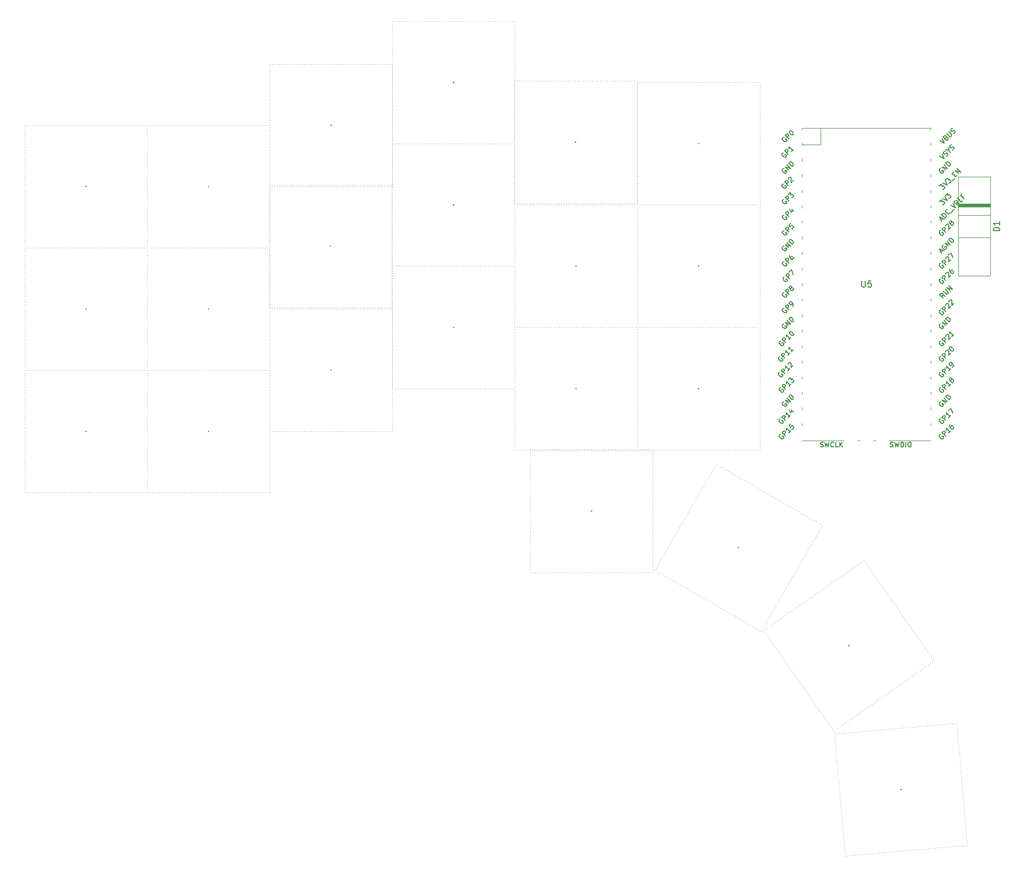
<source format=gbr>
%TF.GenerationSoftware,KiCad,Pcbnew,8.0.1*%
%TF.CreationDate,2024-05-05T07:35:19+02:00*%
%TF.ProjectId,PinkyPi,50696e6b-7950-4692-9e6b-696361645f70,rev?*%
%TF.SameCoordinates,Original*%
%TF.FileFunction,Legend,Top*%
%TF.FilePolarity,Positive*%
%FSLAX46Y46*%
G04 Gerber Fmt 4.6, Leading zero omitted, Abs format (unit mm)*
G04 Created by KiCad (PCBNEW 8.0.1) date 2024-05-05 07:35:19*
%MOMM*%
%LPD*%
G01*
G04 APERTURE LIST*
%ADD10C,0.150000*%
%ADD11C,0.100000*%
%ADD12C,0.120000*%
G04 APERTURE END LIST*
D10*
X195128095Y-64424819D02*
X195128095Y-65234342D01*
X195128095Y-65234342D02*
X195175714Y-65329580D01*
X195175714Y-65329580D02*
X195223333Y-65377200D01*
X195223333Y-65377200D02*
X195318571Y-65424819D01*
X195318571Y-65424819D02*
X195509047Y-65424819D01*
X195509047Y-65424819D02*
X195604285Y-65377200D01*
X195604285Y-65377200D02*
X195651904Y-65329580D01*
X195651904Y-65329580D02*
X195699523Y-65234342D01*
X195699523Y-65234342D02*
X195699523Y-64424819D01*
X196651904Y-64424819D02*
X196175714Y-64424819D01*
X196175714Y-64424819D02*
X196128095Y-64901009D01*
X196128095Y-64901009D02*
X196175714Y-64853390D01*
X196175714Y-64853390D02*
X196270952Y-64805771D01*
X196270952Y-64805771D02*
X196509047Y-64805771D01*
X196509047Y-64805771D02*
X196604285Y-64853390D01*
X196604285Y-64853390D02*
X196651904Y-64901009D01*
X196651904Y-64901009D02*
X196699523Y-64996247D01*
X196699523Y-64996247D02*
X196699523Y-65234342D01*
X196699523Y-65234342D02*
X196651904Y-65329580D01*
X196651904Y-65329580D02*
X196604285Y-65377200D01*
X196604285Y-65377200D02*
X196509047Y-65424819D01*
X196509047Y-65424819D02*
X196270952Y-65424819D01*
X196270952Y-65424819D02*
X196175714Y-65377200D01*
X196175714Y-65377200D02*
X196128095Y-65329580D01*
X181733998Y-76790868D02*
X181653185Y-76817805D01*
X181653185Y-76817805D02*
X181572373Y-76898618D01*
X181572373Y-76898618D02*
X181518498Y-77006367D01*
X181518498Y-77006367D02*
X181518498Y-77114117D01*
X181518498Y-77114117D02*
X181545436Y-77194929D01*
X181545436Y-77194929D02*
X181626248Y-77329616D01*
X181626248Y-77329616D02*
X181707060Y-77410428D01*
X181707060Y-77410428D02*
X181841747Y-77491241D01*
X181841747Y-77491241D02*
X181922560Y-77518178D01*
X181922560Y-77518178D02*
X182030309Y-77518178D01*
X182030309Y-77518178D02*
X182138059Y-77464303D01*
X182138059Y-77464303D02*
X182191934Y-77410428D01*
X182191934Y-77410428D02*
X182245808Y-77302679D01*
X182245808Y-77302679D02*
X182245808Y-77248804D01*
X182245808Y-77248804D02*
X182057247Y-77060242D01*
X182057247Y-77060242D02*
X181949497Y-77167992D01*
X182542120Y-77060242D02*
X181976434Y-76494557D01*
X181976434Y-76494557D02*
X182191934Y-76279057D01*
X182191934Y-76279057D02*
X182272746Y-76252120D01*
X182272746Y-76252120D02*
X182326621Y-76252120D01*
X182326621Y-76252120D02*
X182407433Y-76279057D01*
X182407433Y-76279057D02*
X182488245Y-76359870D01*
X182488245Y-76359870D02*
X182515182Y-76440682D01*
X182515182Y-76440682D02*
X182515182Y-76494557D01*
X182515182Y-76494557D02*
X182488245Y-76575369D01*
X182488245Y-76575369D02*
X182272746Y-76790868D01*
X183404117Y-76198245D02*
X183080868Y-76521494D01*
X183242492Y-76359870D02*
X182676807Y-75794184D01*
X182676807Y-75794184D02*
X182703744Y-75928871D01*
X182703744Y-75928871D02*
X182703744Y-76036621D01*
X182703744Y-76036621D02*
X182676807Y-76117433D01*
X183942865Y-75659497D02*
X183619616Y-75982746D01*
X183781240Y-75821121D02*
X183215555Y-75255436D01*
X183215555Y-75255436D02*
X183242492Y-75390123D01*
X183242492Y-75390123D02*
X183242492Y-75497873D01*
X183242492Y-75497873D02*
X183215555Y-75578685D01*
X208041873Y-59711240D02*
X208311247Y-59441866D01*
X208149623Y-59926739D02*
X207772499Y-59172492D01*
X207772499Y-59172492D02*
X208526746Y-59549615D01*
X208472871Y-58525994D02*
X208392059Y-58552932D01*
X208392059Y-58552932D02*
X208311247Y-58633744D01*
X208311247Y-58633744D02*
X208257372Y-58741494D01*
X208257372Y-58741494D02*
X208257372Y-58849243D01*
X208257372Y-58849243D02*
X208284310Y-58930055D01*
X208284310Y-58930055D02*
X208365122Y-59064742D01*
X208365122Y-59064742D02*
X208445934Y-59145555D01*
X208445934Y-59145555D02*
X208580621Y-59226367D01*
X208580621Y-59226367D02*
X208661433Y-59253304D01*
X208661433Y-59253304D02*
X208769183Y-59253304D01*
X208769183Y-59253304D02*
X208876932Y-59199429D01*
X208876932Y-59199429D02*
X208930807Y-59145555D01*
X208930807Y-59145555D02*
X208984682Y-59037805D01*
X208984682Y-59037805D02*
X208984682Y-58983930D01*
X208984682Y-58983930D02*
X208796120Y-58795368D01*
X208796120Y-58795368D02*
X208688371Y-58903118D01*
X209280993Y-58795368D02*
X208715308Y-58229683D01*
X208715308Y-58229683D02*
X209604242Y-58472120D01*
X209604242Y-58472120D02*
X209038557Y-57906434D01*
X209873616Y-58202746D02*
X209307931Y-57637060D01*
X209307931Y-57637060D02*
X209442618Y-57502373D01*
X209442618Y-57502373D02*
X209550367Y-57448498D01*
X209550367Y-57448498D02*
X209658117Y-57448498D01*
X209658117Y-57448498D02*
X209738929Y-57475436D01*
X209738929Y-57475436D02*
X209873616Y-57556248D01*
X209873616Y-57556248D02*
X209954428Y-57637060D01*
X209954428Y-57637060D02*
X210035241Y-57771747D01*
X210035241Y-57771747D02*
X210062178Y-57852560D01*
X210062178Y-57852560D02*
X210062178Y-57960309D01*
X210062178Y-57960309D02*
X210008303Y-58068059D01*
X210008303Y-58068059D02*
X209873616Y-58202746D01*
X207976435Y-84168431D02*
X207895623Y-84195368D01*
X207895623Y-84195368D02*
X207814811Y-84276180D01*
X207814811Y-84276180D02*
X207760936Y-84383930D01*
X207760936Y-84383930D02*
X207760936Y-84491680D01*
X207760936Y-84491680D02*
X207787873Y-84572492D01*
X207787873Y-84572492D02*
X207868685Y-84707179D01*
X207868685Y-84707179D02*
X207949498Y-84787991D01*
X207949498Y-84787991D02*
X208084185Y-84868803D01*
X208084185Y-84868803D02*
X208164997Y-84895741D01*
X208164997Y-84895741D02*
X208272746Y-84895741D01*
X208272746Y-84895741D02*
X208380496Y-84841866D01*
X208380496Y-84841866D02*
X208434371Y-84787991D01*
X208434371Y-84787991D02*
X208488246Y-84680241D01*
X208488246Y-84680241D02*
X208488246Y-84626367D01*
X208488246Y-84626367D02*
X208299684Y-84437805D01*
X208299684Y-84437805D02*
X208191934Y-84545554D01*
X208784557Y-84437805D02*
X208218872Y-83872119D01*
X208218872Y-83872119D02*
X209107806Y-84114556D01*
X209107806Y-84114556D02*
X208542120Y-83548871D01*
X209377180Y-83845182D02*
X208811494Y-83279497D01*
X208811494Y-83279497D02*
X208946181Y-83144810D01*
X208946181Y-83144810D02*
X209053931Y-83090935D01*
X209053931Y-83090935D02*
X209161680Y-83090935D01*
X209161680Y-83090935D02*
X209242493Y-83117872D01*
X209242493Y-83117872D02*
X209377180Y-83198685D01*
X209377180Y-83198685D02*
X209457992Y-83279497D01*
X209457992Y-83279497D02*
X209538804Y-83414184D01*
X209538804Y-83414184D02*
X209565741Y-83494996D01*
X209565741Y-83494996D02*
X209565741Y-83602746D01*
X209565741Y-83602746D02*
X209511867Y-83710495D01*
X209511867Y-83710495D02*
X209377180Y-83845182D01*
X207843406Y-41497585D02*
X208597653Y-41874709D01*
X208597653Y-41874709D02*
X208220529Y-41120462D01*
X208867027Y-41012712D02*
X208974776Y-40958838D01*
X208974776Y-40958838D02*
X209028651Y-40958838D01*
X209028651Y-40958838D02*
X209109463Y-40985775D01*
X209109463Y-40985775D02*
X209190276Y-41066587D01*
X209190276Y-41066587D02*
X209217213Y-41147399D01*
X209217213Y-41147399D02*
X209217213Y-41201274D01*
X209217213Y-41201274D02*
X209190276Y-41282086D01*
X209190276Y-41282086D02*
X208974776Y-41497586D01*
X208974776Y-41497586D02*
X208409091Y-40931900D01*
X208409091Y-40931900D02*
X208597653Y-40743338D01*
X208597653Y-40743338D02*
X208678465Y-40716401D01*
X208678465Y-40716401D02*
X208732340Y-40716401D01*
X208732340Y-40716401D02*
X208813152Y-40743338D01*
X208813152Y-40743338D02*
X208867027Y-40797213D01*
X208867027Y-40797213D02*
X208893964Y-40878025D01*
X208893964Y-40878025D02*
X208893964Y-40931900D01*
X208893964Y-40931900D02*
X208867027Y-41012712D01*
X208867027Y-41012712D02*
X208678465Y-41201274D01*
X208974776Y-40366215D02*
X209432712Y-40824151D01*
X209432712Y-40824151D02*
X209513524Y-40851088D01*
X209513524Y-40851088D02*
X209567399Y-40851088D01*
X209567399Y-40851088D02*
X209648211Y-40824151D01*
X209648211Y-40824151D02*
X209755961Y-40716401D01*
X209755961Y-40716401D02*
X209782898Y-40635589D01*
X209782898Y-40635589D02*
X209782898Y-40581714D01*
X209782898Y-40581714D02*
X209755961Y-40500902D01*
X209755961Y-40500902D02*
X209298025Y-40042966D01*
X210079210Y-40339277D02*
X210186959Y-40285403D01*
X210186959Y-40285403D02*
X210321646Y-40150716D01*
X210321646Y-40150716D02*
X210348584Y-40069903D01*
X210348584Y-40069903D02*
X210348584Y-40016029D01*
X210348584Y-40016029D02*
X210321646Y-39935216D01*
X210321646Y-39935216D02*
X210267771Y-39881342D01*
X210267771Y-39881342D02*
X210186959Y-39854404D01*
X210186959Y-39854404D02*
X210133084Y-39854404D01*
X210133084Y-39854404D02*
X210052272Y-39881342D01*
X210052272Y-39881342D02*
X209917585Y-39962154D01*
X209917585Y-39962154D02*
X209836773Y-39989091D01*
X209836773Y-39989091D02*
X209782898Y-39989091D01*
X209782898Y-39989091D02*
X209702086Y-39962154D01*
X209702086Y-39962154D02*
X209648211Y-39908279D01*
X209648211Y-39908279D02*
X209621274Y-39827467D01*
X209621274Y-39827467D02*
X209621274Y-39773592D01*
X209621274Y-39773592D02*
X209648211Y-39692780D01*
X209648211Y-39692780D02*
X209782898Y-39558093D01*
X209782898Y-39558093D02*
X209890648Y-39504218D01*
X207976435Y-46068431D02*
X207895623Y-46095368D01*
X207895623Y-46095368D02*
X207814811Y-46176180D01*
X207814811Y-46176180D02*
X207760936Y-46283930D01*
X207760936Y-46283930D02*
X207760936Y-46391680D01*
X207760936Y-46391680D02*
X207787873Y-46472492D01*
X207787873Y-46472492D02*
X207868685Y-46607179D01*
X207868685Y-46607179D02*
X207949498Y-46687991D01*
X207949498Y-46687991D02*
X208084185Y-46768803D01*
X208084185Y-46768803D02*
X208164997Y-46795741D01*
X208164997Y-46795741D02*
X208272746Y-46795741D01*
X208272746Y-46795741D02*
X208380496Y-46741866D01*
X208380496Y-46741866D02*
X208434371Y-46687991D01*
X208434371Y-46687991D02*
X208488246Y-46580241D01*
X208488246Y-46580241D02*
X208488246Y-46526367D01*
X208488246Y-46526367D02*
X208299684Y-46337805D01*
X208299684Y-46337805D02*
X208191934Y-46445554D01*
X208784557Y-46337805D02*
X208218872Y-45772119D01*
X208218872Y-45772119D02*
X209107806Y-46014556D01*
X209107806Y-46014556D02*
X208542120Y-45448871D01*
X209377180Y-45745182D02*
X208811494Y-45179497D01*
X208811494Y-45179497D02*
X208946181Y-45044810D01*
X208946181Y-45044810D02*
X209053931Y-44990935D01*
X209053931Y-44990935D02*
X209161680Y-44990935D01*
X209161680Y-44990935D02*
X209242493Y-45017872D01*
X209242493Y-45017872D02*
X209377180Y-45098685D01*
X209377180Y-45098685D02*
X209457992Y-45179497D01*
X209457992Y-45179497D02*
X209538804Y-45314184D01*
X209538804Y-45314184D02*
X209565741Y-45394996D01*
X209565741Y-45394996D02*
X209565741Y-45502746D01*
X209565741Y-45502746D02*
X209511867Y-45610495D01*
X209511867Y-45610495D02*
X209377180Y-45745182D01*
X181879998Y-81870868D02*
X181799185Y-81897805D01*
X181799185Y-81897805D02*
X181718373Y-81978618D01*
X181718373Y-81978618D02*
X181664498Y-82086367D01*
X181664498Y-82086367D02*
X181664498Y-82194117D01*
X181664498Y-82194117D02*
X181691436Y-82274929D01*
X181691436Y-82274929D02*
X181772248Y-82409616D01*
X181772248Y-82409616D02*
X181853060Y-82490428D01*
X181853060Y-82490428D02*
X181987747Y-82571241D01*
X181987747Y-82571241D02*
X182068560Y-82598178D01*
X182068560Y-82598178D02*
X182176309Y-82598178D01*
X182176309Y-82598178D02*
X182284059Y-82544303D01*
X182284059Y-82544303D02*
X182337934Y-82490428D01*
X182337934Y-82490428D02*
X182391808Y-82382679D01*
X182391808Y-82382679D02*
X182391808Y-82328804D01*
X182391808Y-82328804D02*
X182203247Y-82140242D01*
X182203247Y-82140242D02*
X182095497Y-82247992D01*
X182688120Y-82140242D02*
X182122434Y-81574557D01*
X182122434Y-81574557D02*
X182337934Y-81359057D01*
X182337934Y-81359057D02*
X182418746Y-81332120D01*
X182418746Y-81332120D02*
X182472621Y-81332120D01*
X182472621Y-81332120D02*
X182553433Y-81359057D01*
X182553433Y-81359057D02*
X182634245Y-81439870D01*
X182634245Y-81439870D02*
X182661182Y-81520682D01*
X182661182Y-81520682D02*
X182661182Y-81574557D01*
X182661182Y-81574557D02*
X182634245Y-81655369D01*
X182634245Y-81655369D02*
X182418746Y-81870868D01*
X183550117Y-81278245D02*
X183226868Y-81601494D01*
X183388492Y-81439870D02*
X182822807Y-80874184D01*
X182822807Y-80874184D02*
X182849744Y-81008871D01*
X182849744Y-81008871D02*
X182849744Y-81116621D01*
X182849744Y-81116621D02*
X182822807Y-81197433D01*
X183172993Y-80523998D02*
X183523179Y-80173812D01*
X183523179Y-80173812D02*
X183550117Y-80577873D01*
X183550117Y-80577873D02*
X183630929Y-80497060D01*
X183630929Y-80497060D02*
X183711741Y-80470123D01*
X183711741Y-80470123D02*
X183765616Y-80470123D01*
X183765616Y-80470123D02*
X183846428Y-80497060D01*
X183846428Y-80497060D02*
X183981115Y-80631747D01*
X183981115Y-80631747D02*
X184008053Y-80712560D01*
X184008053Y-80712560D02*
X184008053Y-80766434D01*
X184008053Y-80766434D02*
X183981115Y-80847247D01*
X183981115Y-80847247D02*
X183819491Y-81008871D01*
X183819491Y-81008871D02*
X183738679Y-81035808D01*
X183738679Y-81035808D02*
X183684804Y-81035808D01*
X208045064Y-54504049D02*
X208314438Y-54234675D01*
X208152813Y-54719549D02*
X207775690Y-53965301D01*
X207775690Y-53965301D02*
X208529937Y-54342425D01*
X208718499Y-54153863D02*
X208152813Y-53588178D01*
X208152813Y-53588178D02*
X208287500Y-53453491D01*
X208287500Y-53453491D02*
X208395250Y-53399616D01*
X208395250Y-53399616D02*
X208502999Y-53399616D01*
X208502999Y-53399616D02*
X208583812Y-53426553D01*
X208583812Y-53426553D02*
X208718499Y-53507366D01*
X208718499Y-53507366D02*
X208799311Y-53588178D01*
X208799311Y-53588178D02*
X208880123Y-53722865D01*
X208880123Y-53722865D02*
X208907060Y-53803677D01*
X208907060Y-53803677D02*
X208907060Y-53911427D01*
X208907060Y-53911427D02*
X208853186Y-54019176D01*
X208853186Y-54019176D02*
X208718499Y-54153863D01*
X209553558Y-53211054D02*
X209553558Y-53264929D01*
X209553558Y-53264929D02*
X209499683Y-53372679D01*
X209499683Y-53372679D02*
X209445808Y-53426553D01*
X209445808Y-53426553D02*
X209338059Y-53480428D01*
X209338059Y-53480428D02*
X209230309Y-53480428D01*
X209230309Y-53480428D02*
X209149497Y-53453491D01*
X209149497Y-53453491D02*
X209014810Y-53372679D01*
X209014810Y-53372679D02*
X208933998Y-53291866D01*
X208933998Y-53291866D02*
X208853186Y-53157179D01*
X208853186Y-53157179D02*
X208826248Y-53076367D01*
X208826248Y-53076367D02*
X208826248Y-52968618D01*
X208826248Y-52968618D02*
X208880123Y-52860868D01*
X208880123Y-52860868D02*
X208933998Y-52806993D01*
X208933998Y-52806993D02*
X209041747Y-52753118D01*
X209041747Y-52753118D02*
X209095622Y-52753118D01*
X209769057Y-53211054D02*
X210200056Y-52780056D01*
X209634370Y-52106621D02*
X210388618Y-52483744D01*
X210388618Y-52483744D02*
X210011494Y-51729497D01*
X211088990Y-51783372D02*
X210631054Y-51702560D01*
X210765741Y-52106621D02*
X210200056Y-51540935D01*
X210200056Y-51540935D02*
X210415555Y-51325436D01*
X210415555Y-51325436D02*
X210496367Y-51298499D01*
X210496367Y-51298499D02*
X210550242Y-51298499D01*
X210550242Y-51298499D02*
X210631054Y-51325436D01*
X210631054Y-51325436D02*
X210711866Y-51406248D01*
X210711866Y-51406248D02*
X210738804Y-51487061D01*
X210738804Y-51487061D02*
X210738804Y-51540935D01*
X210738804Y-51540935D02*
X210711866Y-51621748D01*
X210711866Y-51621748D02*
X210496367Y-51837247D01*
X211035115Y-51244624D02*
X211223677Y-51056062D01*
X211600800Y-51271561D02*
X211331426Y-51540935D01*
X211331426Y-51540935D02*
X210765741Y-50975250D01*
X210765741Y-50975250D02*
X211035115Y-50705876D01*
X211735488Y-50544251D02*
X211546926Y-50732813D01*
X211843237Y-51029125D02*
X211277552Y-50463439D01*
X211277552Y-50463439D02*
X211546926Y-50194065D01*
X182403372Y-53661494D02*
X182322560Y-53688431D01*
X182322560Y-53688431D02*
X182241748Y-53769243D01*
X182241748Y-53769243D02*
X182187873Y-53876993D01*
X182187873Y-53876993D02*
X182187873Y-53984742D01*
X182187873Y-53984742D02*
X182214810Y-54065555D01*
X182214810Y-54065555D02*
X182295623Y-54200242D01*
X182295623Y-54200242D02*
X182376435Y-54281054D01*
X182376435Y-54281054D02*
X182511122Y-54361866D01*
X182511122Y-54361866D02*
X182591934Y-54388803D01*
X182591934Y-54388803D02*
X182699684Y-54388803D01*
X182699684Y-54388803D02*
X182807433Y-54334929D01*
X182807433Y-54334929D02*
X182861308Y-54281054D01*
X182861308Y-54281054D02*
X182915183Y-54173304D01*
X182915183Y-54173304D02*
X182915183Y-54119429D01*
X182915183Y-54119429D02*
X182726621Y-53930868D01*
X182726621Y-53930868D02*
X182618871Y-54038617D01*
X183211494Y-53930868D02*
X182645809Y-53365182D01*
X182645809Y-53365182D02*
X182861308Y-53149683D01*
X182861308Y-53149683D02*
X182942120Y-53122746D01*
X182942120Y-53122746D02*
X182995995Y-53122746D01*
X182995995Y-53122746D02*
X183076807Y-53149683D01*
X183076807Y-53149683D02*
X183157619Y-53230495D01*
X183157619Y-53230495D02*
X183184557Y-53311307D01*
X183184557Y-53311307D02*
X183184557Y-53365182D01*
X183184557Y-53365182D02*
X183157619Y-53445994D01*
X183157619Y-53445994D02*
X182942120Y-53661494D01*
X183642493Y-52745622D02*
X184019616Y-53122746D01*
X183292306Y-52664810D02*
X183561680Y-53203558D01*
X183561680Y-53203558D02*
X183911867Y-52853372D01*
X182503372Y-63791494D02*
X182422560Y-63818431D01*
X182422560Y-63818431D02*
X182341748Y-63899243D01*
X182341748Y-63899243D02*
X182287873Y-64006993D01*
X182287873Y-64006993D02*
X182287873Y-64114742D01*
X182287873Y-64114742D02*
X182314810Y-64195555D01*
X182314810Y-64195555D02*
X182395623Y-64330242D01*
X182395623Y-64330242D02*
X182476435Y-64411054D01*
X182476435Y-64411054D02*
X182611122Y-64491866D01*
X182611122Y-64491866D02*
X182691934Y-64518803D01*
X182691934Y-64518803D02*
X182799684Y-64518803D01*
X182799684Y-64518803D02*
X182907433Y-64464929D01*
X182907433Y-64464929D02*
X182961308Y-64411054D01*
X182961308Y-64411054D02*
X183015183Y-64303304D01*
X183015183Y-64303304D02*
X183015183Y-64249429D01*
X183015183Y-64249429D02*
X182826621Y-64060868D01*
X182826621Y-64060868D02*
X182718871Y-64168617D01*
X183311494Y-64060868D02*
X182745809Y-63495182D01*
X182745809Y-63495182D02*
X182961308Y-63279683D01*
X182961308Y-63279683D02*
X183042120Y-63252746D01*
X183042120Y-63252746D02*
X183095995Y-63252746D01*
X183095995Y-63252746D02*
X183176807Y-63279683D01*
X183176807Y-63279683D02*
X183257619Y-63360495D01*
X183257619Y-63360495D02*
X183284557Y-63441307D01*
X183284557Y-63441307D02*
X183284557Y-63495182D01*
X183284557Y-63495182D02*
X183257619Y-63575994D01*
X183257619Y-63575994D02*
X183042120Y-63791494D01*
X183257619Y-62983372D02*
X183634743Y-62606248D01*
X183634743Y-62606248D02*
X183957992Y-63414370D01*
X181879998Y-89490868D02*
X181799185Y-89517805D01*
X181799185Y-89517805D02*
X181718373Y-89598618D01*
X181718373Y-89598618D02*
X181664498Y-89706367D01*
X181664498Y-89706367D02*
X181664498Y-89814117D01*
X181664498Y-89814117D02*
X181691436Y-89894929D01*
X181691436Y-89894929D02*
X181772248Y-90029616D01*
X181772248Y-90029616D02*
X181853060Y-90110428D01*
X181853060Y-90110428D02*
X181987747Y-90191241D01*
X181987747Y-90191241D02*
X182068560Y-90218178D01*
X182068560Y-90218178D02*
X182176309Y-90218178D01*
X182176309Y-90218178D02*
X182284059Y-90164303D01*
X182284059Y-90164303D02*
X182337934Y-90110428D01*
X182337934Y-90110428D02*
X182391808Y-90002679D01*
X182391808Y-90002679D02*
X182391808Y-89948804D01*
X182391808Y-89948804D02*
X182203247Y-89760242D01*
X182203247Y-89760242D02*
X182095497Y-89867992D01*
X182688120Y-89760242D02*
X182122434Y-89194557D01*
X182122434Y-89194557D02*
X182337934Y-88979057D01*
X182337934Y-88979057D02*
X182418746Y-88952120D01*
X182418746Y-88952120D02*
X182472621Y-88952120D01*
X182472621Y-88952120D02*
X182553433Y-88979057D01*
X182553433Y-88979057D02*
X182634245Y-89059870D01*
X182634245Y-89059870D02*
X182661182Y-89140682D01*
X182661182Y-89140682D02*
X182661182Y-89194557D01*
X182661182Y-89194557D02*
X182634245Y-89275369D01*
X182634245Y-89275369D02*
X182418746Y-89490868D01*
X183550117Y-88898245D02*
X183226868Y-89221494D01*
X183388492Y-89059870D02*
X182822807Y-88494184D01*
X182822807Y-88494184D02*
X182849744Y-88628871D01*
X182849744Y-88628871D02*
X182849744Y-88736621D01*
X182849744Y-88736621D02*
X182822807Y-88817433D01*
X183496242Y-87820749D02*
X183226868Y-88090123D01*
X183226868Y-88090123D02*
X183469305Y-88386434D01*
X183469305Y-88386434D02*
X183469305Y-88332560D01*
X183469305Y-88332560D02*
X183496242Y-88251747D01*
X183496242Y-88251747D02*
X183630929Y-88117060D01*
X183630929Y-88117060D02*
X183711741Y-88090123D01*
X183711741Y-88090123D02*
X183765616Y-88090123D01*
X183765616Y-88090123D02*
X183846428Y-88117060D01*
X183846428Y-88117060D02*
X183981115Y-88251747D01*
X183981115Y-88251747D02*
X184008053Y-88332560D01*
X184008053Y-88332560D02*
X184008053Y-88386434D01*
X184008053Y-88386434D02*
X183981115Y-88467247D01*
X183981115Y-88467247D02*
X183846428Y-88601934D01*
X183846428Y-88601934D02*
X183765616Y-88628871D01*
X183765616Y-88628871D02*
X183711741Y-88628871D01*
X207987998Y-86950868D02*
X207907185Y-86977805D01*
X207907185Y-86977805D02*
X207826373Y-87058618D01*
X207826373Y-87058618D02*
X207772498Y-87166367D01*
X207772498Y-87166367D02*
X207772498Y-87274117D01*
X207772498Y-87274117D02*
X207799436Y-87354929D01*
X207799436Y-87354929D02*
X207880248Y-87489616D01*
X207880248Y-87489616D02*
X207961060Y-87570428D01*
X207961060Y-87570428D02*
X208095747Y-87651241D01*
X208095747Y-87651241D02*
X208176560Y-87678178D01*
X208176560Y-87678178D02*
X208284309Y-87678178D01*
X208284309Y-87678178D02*
X208392059Y-87624303D01*
X208392059Y-87624303D02*
X208445934Y-87570428D01*
X208445934Y-87570428D02*
X208499808Y-87462679D01*
X208499808Y-87462679D02*
X208499808Y-87408804D01*
X208499808Y-87408804D02*
X208311247Y-87220242D01*
X208311247Y-87220242D02*
X208203497Y-87327992D01*
X208796120Y-87220242D02*
X208230434Y-86654557D01*
X208230434Y-86654557D02*
X208445934Y-86439057D01*
X208445934Y-86439057D02*
X208526746Y-86412120D01*
X208526746Y-86412120D02*
X208580621Y-86412120D01*
X208580621Y-86412120D02*
X208661433Y-86439057D01*
X208661433Y-86439057D02*
X208742245Y-86519870D01*
X208742245Y-86519870D02*
X208769182Y-86600682D01*
X208769182Y-86600682D02*
X208769182Y-86654557D01*
X208769182Y-86654557D02*
X208742245Y-86735369D01*
X208742245Y-86735369D02*
X208526746Y-86950868D01*
X209658117Y-86358245D02*
X209334868Y-86681494D01*
X209496492Y-86519870D02*
X208930807Y-85954184D01*
X208930807Y-85954184D02*
X208957744Y-86088871D01*
X208957744Y-86088871D02*
X208957744Y-86196621D01*
X208957744Y-86196621D02*
X208930807Y-86277433D01*
X209280993Y-85603998D02*
X209658117Y-85226874D01*
X209658117Y-85226874D02*
X209981366Y-86034996D01*
X207987998Y-64090868D02*
X207907185Y-64117805D01*
X207907185Y-64117805D02*
X207826373Y-64198618D01*
X207826373Y-64198618D02*
X207772498Y-64306367D01*
X207772498Y-64306367D02*
X207772498Y-64414117D01*
X207772498Y-64414117D02*
X207799436Y-64494929D01*
X207799436Y-64494929D02*
X207880248Y-64629616D01*
X207880248Y-64629616D02*
X207961060Y-64710428D01*
X207961060Y-64710428D02*
X208095747Y-64791241D01*
X208095747Y-64791241D02*
X208176560Y-64818178D01*
X208176560Y-64818178D02*
X208284309Y-64818178D01*
X208284309Y-64818178D02*
X208392059Y-64764303D01*
X208392059Y-64764303D02*
X208445934Y-64710428D01*
X208445934Y-64710428D02*
X208499808Y-64602679D01*
X208499808Y-64602679D02*
X208499808Y-64548804D01*
X208499808Y-64548804D02*
X208311247Y-64360242D01*
X208311247Y-64360242D02*
X208203497Y-64467992D01*
X208796120Y-64360242D02*
X208230434Y-63794557D01*
X208230434Y-63794557D02*
X208445934Y-63579057D01*
X208445934Y-63579057D02*
X208526746Y-63552120D01*
X208526746Y-63552120D02*
X208580621Y-63552120D01*
X208580621Y-63552120D02*
X208661433Y-63579057D01*
X208661433Y-63579057D02*
X208742245Y-63659870D01*
X208742245Y-63659870D02*
X208769182Y-63740682D01*
X208769182Y-63740682D02*
X208769182Y-63794557D01*
X208769182Y-63794557D02*
X208742245Y-63875369D01*
X208742245Y-63875369D02*
X208526746Y-64090868D01*
X208823057Y-63309683D02*
X208823057Y-63255809D01*
X208823057Y-63255809D02*
X208849995Y-63174996D01*
X208849995Y-63174996D02*
X208984682Y-63040309D01*
X208984682Y-63040309D02*
X209065494Y-63013372D01*
X209065494Y-63013372D02*
X209119369Y-63013372D01*
X209119369Y-63013372D02*
X209200181Y-63040309D01*
X209200181Y-63040309D02*
X209254056Y-63094184D01*
X209254056Y-63094184D02*
X209307930Y-63201934D01*
X209307930Y-63201934D02*
X209307930Y-63848431D01*
X209307930Y-63848431D02*
X209658117Y-63498245D01*
X209577305Y-62447686D02*
X209469555Y-62555436D01*
X209469555Y-62555436D02*
X209442618Y-62636248D01*
X209442618Y-62636248D02*
X209442618Y-62690123D01*
X209442618Y-62690123D02*
X209469555Y-62824810D01*
X209469555Y-62824810D02*
X209550367Y-62959497D01*
X209550367Y-62959497D02*
X209765866Y-63174996D01*
X209765866Y-63174996D02*
X209846679Y-63201934D01*
X209846679Y-63201934D02*
X209900553Y-63201934D01*
X209900553Y-63201934D02*
X209981366Y-63174996D01*
X209981366Y-63174996D02*
X210089115Y-63067247D01*
X210089115Y-63067247D02*
X210116053Y-62986434D01*
X210116053Y-62986434D02*
X210116053Y-62932560D01*
X210116053Y-62932560D02*
X210089115Y-62851747D01*
X210089115Y-62851747D02*
X209954428Y-62717060D01*
X209954428Y-62717060D02*
X209873616Y-62690123D01*
X209873616Y-62690123D02*
X209819741Y-62690123D01*
X209819741Y-62690123D02*
X209738929Y-62717060D01*
X209738929Y-62717060D02*
X209631179Y-62824810D01*
X209631179Y-62824810D02*
X209604242Y-62905622D01*
X209604242Y-62905622D02*
X209604242Y-62959497D01*
X209604242Y-62959497D02*
X209631179Y-63040309D01*
X188380475Y-91494200D02*
X188494761Y-91532295D01*
X188494761Y-91532295D02*
X188685237Y-91532295D01*
X188685237Y-91532295D02*
X188761428Y-91494200D01*
X188761428Y-91494200D02*
X188799523Y-91456104D01*
X188799523Y-91456104D02*
X188837618Y-91379914D01*
X188837618Y-91379914D02*
X188837618Y-91303723D01*
X188837618Y-91303723D02*
X188799523Y-91227533D01*
X188799523Y-91227533D02*
X188761428Y-91189438D01*
X188761428Y-91189438D02*
X188685237Y-91151342D01*
X188685237Y-91151342D02*
X188532856Y-91113247D01*
X188532856Y-91113247D02*
X188456666Y-91075152D01*
X188456666Y-91075152D02*
X188418571Y-91037057D01*
X188418571Y-91037057D02*
X188380475Y-90960866D01*
X188380475Y-90960866D02*
X188380475Y-90884676D01*
X188380475Y-90884676D02*
X188418571Y-90808485D01*
X188418571Y-90808485D02*
X188456666Y-90770390D01*
X188456666Y-90770390D02*
X188532856Y-90732295D01*
X188532856Y-90732295D02*
X188723333Y-90732295D01*
X188723333Y-90732295D02*
X188837618Y-90770390D01*
X189104285Y-90732295D02*
X189294761Y-91532295D01*
X189294761Y-91532295D02*
X189447142Y-90960866D01*
X189447142Y-90960866D02*
X189599523Y-91532295D01*
X189599523Y-91532295D02*
X189790000Y-90732295D01*
X190551905Y-91456104D02*
X190513809Y-91494200D01*
X190513809Y-91494200D02*
X190399524Y-91532295D01*
X190399524Y-91532295D02*
X190323333Y-91532295D01*
X190323333Y-91532295D02*
X190209047Y-91494200D01*
X190209047Y-91494200D02*
X190132857Y-91418009D01*
X190132857Y-91418009D02*
X190094762Y-91341819D01*
X190094762Y-91341819D02*
X190056666Y-91189438D01*
X190056666Y-91189438D02*
X190056666Y-91075152D01*
X190056666Y-91075152D02*
X190094762Y-90922771D01*
X190094762Y-90922771D02*
X190132857Y-90846580D01*
X190132857Y-90846580D02*
X190209047Y-90770390D01*
X190209047Y-90770390D02*
X190323333Y-90732295D01*
X190323333Y-90732295D02*
X190399524Y-90732295D01*
X190399524Y-90732295D02*
X190513809Y-90770390D01*
X190513809Y-90770390D02*
X190551905Y-90808485D01*
X191275714Y-91532295D02*
X190894762Y-91532295D01*
X190894762Y-91532295D02*
X190894762Y-90732295D01*
X191542381Y-91532295D02*
X191542381Y-90732295D01*
X191999524Y-91532295D02*
X191656666Y-91075152D01*
X191999524Y-90732295D02*
X191542381Y-91189438D01*
X207812407Y-48928584D02*
X208162593Y-48578398D01*
X208162593Y-48578398D02*
X208189531Y-48982459D01*
X208189531Y-48982459D02*
X208270343Y-48901646D01*
X208270343Y-48901646D02*
X208351155Y-48874709D01*
X208351155Y-48874709D02*
X208405030Y-48874709D01*
X208405030Y-48874709D02*
X208485842Y-48901646D01*
X208485842Y-48901646D02*
X208620529Y-49036333D01*
X208620529Y-49036333D02*
X208647467Y-49117146D01*
X208647467Y-49117146D02*
X208647467Y-49171020D01*
X208647467Y-49171020D02*
X208620529Y-49251833D01*
X208620529Y-49251833D02*
X208458905Y-49413457D01*
X208458905Y-49413457D02*
X208378093Y-49440394D01*
X208378093Y-49440394D02*
X208324218Y-49440394D01*
X208324218Y-48416773D02*
X209078465Y-48793897D01*
X209078465Y-48793897D02*
X208701342Y-48039649D01*
X208836028Y-47904963D02*
X209186215Y-47554776D01*
X209186215Y-47554776D02*
X209213152Y-47958837D01*
X209213152Y-47958837D02*
X209293964Y-47878025D01*
X209293964Y-47878025D02*
X209374776Y-47851088D01*
X209374776Y-47851088D02*
X209428651Y-47851088D01*
X209428651Y-47851088D02*
X209509464Y-47878025D01*
X209509464Y-47878025D02*
X209644151Y-48012712D01*
X209644151Y-48012712D02*
X209671088Y-48093524D01*
X209671088Y-48093524D02*
X209671088Y-48147399D01*
X209671088Y-48147399D02*
X209644151Y-48228211D01*
X209644151Y-48228211D02*
X209482526Y-48389836D01*
X209482526Y-48389836D02*
X209401714Y-48416773D01*
X209401714Y-48416773D02*
X209347839Y-48416773D01*
X209913525Y-48066587D02*
X210344523Y-47635588D01*
X210129024Y-47150715D02*
X210317586Y-46962153D01*
X210694709Y-47177652D02*
X210425335Y-47447026D01*
X210425335Y-47447026D02*
X209859650Y-46881341D01*
X209859650Y-46881341D02*
X210129024Y-46611967D01*
X210937146Y-46935215D02*
X210371461Y-46369530D01*
X210371461Y-46369530D02*
X211260395Y-46611967D01*
X211260395Y-46611967D02*
X210694710Y-46046281D01*
X207780123Y-51460868D02*
X208130309Y-51110682D01*
X208130309Y-51110682D02*
X208157247Y-51514743D01*
X208157247Y-51514743D02*
X208238059Y-51433931D01*
X208238059Y-51433931D02*
X208318871Y-51406993D01*
X208318871Y-51406993D02*
X208372746Y-51406993D01*
X208372746Y-51406993D02*
X208453558Y-51433931D01*
X208453558Y-51433931D02*
X208588245Y-51568618D01*
X208588245Y-51568618D02*
X208615182Y-51649430D01*
X208615182Y-51649430D02*
X208615182Y-51703305D01*
X208615182Y-51703305D02*
X208588245Y-51784117D01*
X208588245Y-51784117D02*
X208426621Y-51945741D01*
X208426621Y-51945741D02*
X208345808Y-51972679D01*
X208345808Y-51972679D02*
X208291934Y-51972679D01*
X208291934Y-50949057D02*
X209046181Y-51326181D01*
X209046181Y-51326181D02*
X208669057Y-50571934D01*
X208803744Y-50437247D02*
X209153930Y-50087061D01*
X209153930Y-50087061D02*
X209180868Y-50491122D01*
X209180868Y-50491122D02*
X209261680Y-50410309D01*
X209261680Y-50410309D02*
X209342492Y-50383372D01*
X209342492Y-50383372D02*
X209396367Y-50383372D01*
X209396367Y-50383372D02*
X209477179Y-50410309D01*
X209477179Y-50410309D02*
X209611866Y-50544996D01*
X209611866Y-50544996D02*
X209638804Y-50625809D01*
X209638804Y-50625809D02*
X209638804Y-50679683D01*
X209638804Y-50679683D02*
X209611866Y-50760496D01*
X209611866Y-50760496D02*
X209450242Y-50922120D01*
X209450242Y-50922120D02*
X209369430Y-50949057D01*
X209369430Y-50949057D02*
X209315555Y-50949057D01*
X182403372Y-66361494D02*
X182322560Y-66388431D01*
X182322560Y-66388431D02*
X182241748Y-66469243D01*
X182241748Y-66469243D02*
X182187873Y-66576993D01*
X182187873Y-66576993D02*
X182187873Y-66684742D01*
X182187873Y-66684742D02*
X182214810Y-66765555D01*
X182214810Y-66765555D02*
X182295623Y-66900242D01*
X182295623Y-66900242D02*
X182376435Y-66981054D01*
X182376435Y-66981054D02*
X182511122Y-67061866D01*
X182511122Y-67061866D02*
X182591934Y-67088803D01*
X182591934Y-67088803D02*
X182699684Y-67088803D01*
X182699684Y-67088803D02*
X182807433Y-67034929D01*
X182807433Y-67034929D02*
X182861308Y-66981054D01*
X182861308Y-66981054D02*
X182915183Y-66873304D01*
X182915183Y-66873304D02*
X182915183Y-66819429D01*
X182915183Y-66819429D02*
X182726621Y-66630868D01*
X182726621Y-66630868D02*
X182618871Y-66738617D01*
X183211494Y-66630868D02*
X182645809Y-66065182D01*
X182645809Y-66065182D02*
X182861308Y-65849683D01*
X182861308Y-65849683D02*
X182942120Y-65822746D01*
X182942120Y-65822746D02*
X182995995Y-65822746D01*
X182995995Y-65822746D02*
X183076807Y-65849683D01*
X183076807Y-65849683D02*
X183157619Y-65930495D01*
X183157619Y-65930495D02*
X183184557Y-66011307D01*
X183184557Y-66011307D02*
X183184557Y-66065182D01*
X183184557Y-66065182D02*
X183157619Y-66145994D01*
X183157619Y-66145994D02*
X182942120Y-66361494D01*
X183534743Y-65661121D02*
X183453931Y-65688059D01*
X183453931Y-65688059D02*
X183400056Y-65688059D01*
X183400056Y-65688059D02*
X183319244Y-65661121D01*
X183319244Y-65661121D02*
X183292306Y-65634184D01*
X183292306Y-65634184D02*
X183265369Y-65553372D01*
X183265369Y-65553372D02*
X183265369Y-65499497D01*
X183265369Y-65499497D02*
X183292306Y-65418685D01*
X183292306Y-65418685D02*
X183400056Y-65310935D01*
X183400056Y-65310935D02*
X183480868Y-65283998D01*
X183480868Y-65283998D02*
X183534743Y-65283998D01*
X183534743Y-65283998D02*
X183615555Y-65310935D01*
X183615555Y-65310935D02*
X183642493Y-65337872D01*
X183642493Y-65337872D02*
X183669430Y-65418685D01*
X183669430Y-65418685D02*
X183669430Y-65472559D01*
X183669430Y-65472559D02*
X183642493Y-65553372D01*
X183642493Y-65553372D02*
X183534743Y-65661121D01*
X183534743Y-65661121D02*
X183507806Y-65741933D01*
X183507806Y-65741933D02*
X183507806Y-65795808D01*
X183507806Y-65795808D02*
X183534743Y-65876620D01*
X183534743Y-65876620D02*
X183642493Y-65984370D01*
X183642493Y-65984370D02*
X183723305Y-66011307D01*
X183723305Y-66011307D02*
X183777180Y-66011307D01*
X183777180Y-66011307D02*
X183857992Y-65984370D01*
X183857992Y-65984370D02*
X183965741Y-65876620D01*
X183965741Y-65876620D02*
X183992679Y-65795808D01*
X183992679Y-65795808D02*
X183992679Y-65741933D01*
X183992679Y-65741933D02*
X183965741Y-65661121D01*
X183965741Y-65661121D02*
X183857992Y-65553372D01*
X183857992Y-65553372D02*
X183777180Y-65526434D01*
X183777180Y-65526434D02*
X183723305Y-65526434D01*
X183723305Y-65526434D02*
X183642493Y-65553372D01*
X207987998Y-89490868D02*
X207907185Y-89517805D01*
X207907185Y-89517805D02*
X207826373Y-89598618D01*
X207826373Y-89598618D02*
X207772498Y-89706367D01*
X207772498Y-89706367D02*
X207772498Y-89814117D01*
X207772498Y-89814117D02*
X207799436Y-89894929D01*
X207799436Y-89894929D02*
X207880248Y-90029616D01*
X207880248Y-90029616D02*
X207961060Y-90110428D01*
X207961060Y-90110428D02*
X208095747Y-90191241D01*
X208095747Y-90191241D02*
X208176560Y-90218178D01*
X208176560Y-90218178D02*
X208284309Y-90218178D01*
X208284309Y-90218178D02*
X208392059Y-90164303D01*
X208392059Y-90164303D02*
X208445934Y-90110428D01*
X208445934Y-90110428D02*
X208499808Y-90002679D01*
X208499808Y-90002679D02*
X208499808Y-89948804D01*
X208499808Y-89948804D02*
X208311247Y-89760242D01*
X208311247Y-89760242D02*
X208203497Y-89867992D01*
X208796120Y-89760242D02*
X208230434Y-89194557D01*
X208230434Y-89194557D02*
X208445934Y-88979057D01*
X208445934Y-88979057D02*
X208526746Y-88952120D01*
X208526746Y-88952120D02*
X208580621Y-88952120D01*
X208580621Y-88952120D02*
X208661433Y-88979057D01*
X208661433Y-88979057D02*
X208742245Y-89059870D01*
X208742245Y-89059870D02*
X208769182Y-89140682D01*
X208769182Y-89140682D02*
X208769182Y-89194557D01*
X208769182Y-89194557D02*
X208742245Y-89275369D01*
X208742245Y-89275369D02*
X208526746Y-89490868D01*
X209658117Y-88898245D02*
X209334868Y-89221494D01*
X209496492Y-89059870D02*
X208930807Y-88494184D01*
X208930807Y-88494184D02*
X208957744Y-88628871D01*
X208957744Y-88628871D02*
X208957744Y-88736621D01*
X208957744Y-88736621D02*
X208930807Y-88817433D01*
X209577305Y-87847686D02*
X209469555Y-87955436D01*
X209469555Y-87955436D02*
X209442618Y-88036248D01*
X209442618Y-88036248D02*
X209442618Y-88090123D01*
X209442618Y-88090123D02*
X209469555Y-88224810D01*
X209469555Y-88224810D02*
X209550367Y-88359497D01*
X209550367Y-88359497D02*
X209765866Y-88574996D01*
X209765866Y-88574996D02*
X209846679Y-88601934D01*
X209846679Y-88601934D02*
X209900553Y-88601934D01*
X209900553Y-88601934D02*
X209981366Y-88574996D01*
X209981366Y-88574996D02*
X210089115Y-88467247D01*
X210089115Y-88467247D02*
X210116053Y-88386434D01*
X210116053Y-88386434D02*
X210116053Y-88332560D01*
X210116053Y-88332560D02*
X210089115Y-88251747D01*
X210089115Y-88251747D02*
X209954428Y-88117060D01*
X209954428Y-88117060D02*
X209873616Y-88090123D01*
X209873616Y-88090123D02*
X209819741Y-88090123D01*
X209819741Y-88090123D02*
X209738929Y-88117060D01*
X209738929Y-88117060D02*
X209631179Y-88224810D01*
X209631179Y-88224810D02*
X209604242Y-88305622D01*
X209604242Y-88305622D02*
X209604242Y-88359497D01*
X209604242Y-88359497D02*
X209631179Y-88440309D01*
X207976435Y-71468431D02*
X207895623Y-71495368D01*
X207895623Y-71495368D02*
X207814811Y-71576180D01*
X207814811Y-71576180D02*
X207760936Y-71683930D01*
X207760936Y-71683930D02*
X207760936Y-71791680D01*
X207760936Y-71791680D02*
X207787873Y-71872492D01*
X207787873Y-71872492D02*
X207868685Y-72007179D01*
X207868685Y-72007179D02*
X207949498Y-72087991D01*
X207949498Y-72087991D02*
X208084185Y-72168803D01*
X208084185Y-72168803D02*
X208164997Y-72195741D01*
X208164997Y-72195741D02*
X208272746Y-72195741D01*
X208272746Y-72195741D02*
X208380496Y-72141866D01*
X208380496Y-72141866D02*
X208434371Y-72087991D01*
X208434371Y-72087991D02*
X208488246Y-71980241D01*
X208488246Y-71980241D02*
X208488246Y-71926367D01*
X208488246Y-71926367D02*
X208299684Y-71737805D01*
X208299684Y-71737805D02*
X208191934Y-71845554D01*
X208784557Y-71737805D02*
X208218872Y-71172119D01*
X208218872Y-71172119D02*
X209107806Y-71414556D01*
X209107806Y-71414556D02*
X208542120Y-70848871D01*
X209377180Y-71145182D02*
X208811494Y-70579497D01*
X208811494Y-70579497D02*
X208946181Y-70444810D01*
X208946181Y-70444810D02*
X209053931Y-70390935D01*
X209053931Y-70390935D02*
X209161680Y-70390935D01*
X209161680Y-70390935D02*
X209242493Y-70417872D01*
X209242493Y-70417872D02*
X209377180Y-70498685D01*
X209377180Y-70498685D02*
X209457992Y-70579497D01*
X209457992Y-70579497D02*
X209538804Y-70714184D01*
X209538804Y-70714184D02*
X209565741Y-70794996D01*
X209565741Y-70794996D02*
X209565741Y-70902746D01*
X209565741Y-70902746D02*
X209511867Y-71010495D01*
X209511867Y-71010495D02*
X209377180Y-71145182D01*
X182376435Y-58768431D02*
X182295623Y-58795368D01*
X182295623Y-58795368D02*
X182214811Y-58876180D01*
X182214811Y-58876180D02*
X182160936Y-58983930D01*
X182160936Y-58983930D02*
X182160936Y-59091680D01*
X182160936Y-59091680D02*
X182187873Y-59172492D01*
X182187873Y-59172492D02*
X182268685Y-59307179D01*
X182268685Y-59307179D02*
X182349498Y-59387991D01*
X182349498Y-59387991D02*
X182484185Y-59468803D01*
X182484185Y-59468803D02*
X182564997Y-59495741D01*
X182564997Y-59495741D02*
X182672746Y-59495741D01*
X182672746Y-59495741D02*
X182780496Y-59441866D01*
X182780496Y-59441866D02*
X182834371Y-59387991D01*
X182834371Y-59387991D02*
X182888246Y-59280241D01*
X182888246Y-59280241D02*
X182888246Y-59226367D01*
X182888246Y-59226367D02*
X182699684Y-59037805D01*
X182699684Y-59037805D02*
X182591934Y-59145554D01*
X183184557Y-59037805D02*
X182618872Y-58472119D01*
X182618872Y-58472119D02*
X183507806Y-58714556D01*
X183507806Y-58714556D02*
X182942120Y-58148871D01*
X183777180Y-58445182D02*
X183211494Y-57879497D01*
X183211494Y-57879497D02*
X183346181Y-57744810D01*
X183346181Y-57744810D02*
X183453931Y-57690935D01*
X183453931Y-57690935D02*
X183561680Y-57690935D01*
X183561680Y-57690935D02*
X183642493Y-57717872D01*
X183642493Y-57717872D02*
X183777180Y-57798685D01*
X183777180Y-57798685D02*
X183857992Y-57879497D01*
X183857992Y-57879497D02*
X183938804Y-58014184D01*
X183938804Y-58014184D02*
X183965741Y-58094996D01*
X183965741Y-58094996D02*
X183965741Y-58202746D01*
X183965741Y-58202746D02*
X183911867Y-58310495D01*
X183911867Y-58310495D02*
X183777180Y-58445182D01*
X207987998Y-56216868D02*
X207907185Y-56243805D01*
X207907185Y-56243805D02*
X207826373Y-56324618D01*
X207826373Y-56324618D02*
X207772498Y-56432367D01*
X207772498Y-56432367D02*
X207772498Y-56540117D01*
X207772498Y-56540117D02*
X207799436Y-56620929D01*
X207799436Y-56620929D02*
X207880248Y-56755616D01*
X207880248Y-56755616D02*
X207961060Y-56836428D01*
X207961060Y-56836428D02*
X208095747Y-56917241D01*
X208095747Y-56917241D02*
X208176560Y-56944178D01*
X208176560Y-56944178D02*
X208284309Y-56944178D01*
X208284309Y-56944178D02*
X208392059Y-56890303D01*
X208392059Y-56890303D02*
X208445934Y-56836428D01*
X208445934Y-56836428D02*
X208499808Y-56728679D01*
X208499808Y-56728679D02*
X208499808Y-56674804D01*
X208499808Y-56674804D02*
X208311247Y-56486242D01*
X208311247Y-56486242D02*
X208203497Y-56593992D01*
X208796120Y-56486242D02*
X208230434Y-55920557D01*
X208230434Y-55920557D02*
X208445934Y-55705057D01*
X208445934Y-55705057D02*
X208526746Y-55678120D01*
X208526746Y-55678120D02*
X208580621Y-55678120D01*
X208580621Y-55678120D02*
X208661433Y-55705057D01*
X208661433Y-55705057D02*
X208742245Y-55785870D01*
X208742245Y-55785870D02*
X208769182Y-55866682D01*
X208769182Y-55866682D02*
X208769182Y-55920557D01*
X208769182Y-55920557D02*
X208742245Y-56001369D01*
X208742245Y-56001369D02*
X208526746Y-56216868D01*
X208823057Y-55435683D02*
X208823057Y-55381809D01*
X208823057Y-55381809D02*
X208849995Y-55300996D01*
X208849995Y-55300996D02*
X208984682Y-55166309D01*
X208984682Y-55166309D02*
X209065494Y-55139372D01*
X209065494Y-55139372D02*
X209119369Y-55139372D01*
X209119369Y-55139372D02*
X209200181Y-55166309D01*
X209200181Y-55166309D02*
X209254056Y-55220184D01*
X209254056Y-55220184D02*
X209307930Y-55327934D01*
X209307930Y-55327934D02*
X209307930Y-55974431D01*
X209307930Y-55974431D02*
X209658117Y-55624245D01*
X209658117Y-54977747D02*
X209577305Y-55004685D01*
X209577305Y-55004685D02*
X209523430Y-55004685D01*
X209523430Y-55004685D02*
X209442618Y-54977747D01*
X209442618Y-54977747D02*
X209415680Y-54950810D01*
X209415680Y-54950810D02*
X209388743Y-54869998D01*
X209388743Y-54869998D02*
X209388743Y-54816123D01*
X209388743Y-54816123D02*
X209415680Y-54735311D01*
X209415680Y-54735311D02*
X209523430Y-54627561D01*
X209523430Y-54627561D02*
X209604242Y-54600624D01*
X209604242Y-54600624D02*
X209658117Y-54600624D01*
X209658117Y-54600624D02*
X209738929Y-54627561D01*
X209738929Y-54627561D02*
X209765866Y-54654499D01*
X209765866Y-54654499D02*
X209792804Y-54735311D01*
X209792804Y-54735311D02*
X209792804Y-54789186D01*
X209792804Y-54789186D02*
X209765866Y-54869998D01*
X209765866Y-54869998D02*
X209658117Y-54977747D01*
X209658117Y-54977747D02*
X209631179Y-55058560D01*
X209631179Y-55058560D02*
X209631179Y-55112434D01*
X209631179Y-55112434D02*
X209658117Y-55193247D01*
X209658117Y-55193247D02*
X209765866Y-55300996D01*
X209765866Y-55300996D02*
X209846679Y-55327934D01*
X209846679Y-55327934D02*
X209900553Y-55327934D01*
X209900553Y-55327934D02*
X209981366Y-55300996D01*
X209981366Y-55300996D02*
X210089115Y-55193247D01*
X210089115Y-55193247D02*
X210116053Y-55112434D01*
X210116053Y-55112434D02*
X210116053Y-55058560D01*
X210116053Y-55058560D02*
X210089115Y-54977747D01*
X210089115Y-54977747D02*
X209981366Y-54869998D01*
X209981366Y-54869998D02*
X209900553Y-54843060D01*
X209900553Y-54843060D02*
X209846679Y-54843060D01*
X209846679Y-54843060D02*
X209765866Y-54869998D01*
X182403372Y-68901494D02*
X182322560Y-68928431D01*
X182322560Y-68928431D02*
X182241748Y-69009243D01*
X182241748Y-69009243D02*
X182187873Y-69116993D01*
X182187873Y-69116993D02*
X182187873Y-69224742D01*
X182187873Y-69224742D02*
X182214810Y-69305555D01*
X182214810Y-69305555D02*
X182295623Y-69440242D01*
X182295623Y-69440242D02*
X182376435Y-69521054D01*
X182376435Y-69521054D02*
X182511122Y-69601866D01*
X182511122Y-69601866D02*
X182591934Y-69628803D01*
X182591934Y-69628803D02*
X182699684Y-69628803D01*
X182699684Y-69628803D02*
X182807433Y-69574929D01*
X182807433Y-69574929D02*
X182861308Y-69521054D01*
X182861308Y-69521054D02*
X182915183Y-69413304D01*
X182915183Y-69413304D02*
X182915183Y-69359429D01*
X182915183Y-69359429D02*
X182726621Y-69170868D01*
X182726621Y-69170868D02*
X182618871Y-69278617D01*
X183211494Y-69170868D02*
X182645809Y-68605182D01*
X182645809Y-68605182D02*
X182861308Y-68389683D01*
X182861308Y-68389683D02*
X182942120Y-68362746D01*
X182942120Y-68362746D02*
X182995995Y-68362746D01*
X182995995Y-68362746D02*
X183076807Y-68389683D01*
X183076807Y-68389683D02*
X183157619Y-68470495D01*
X183157619Y-68470495D02*
X183184557Y-68551307D01*
X183184557Y-68551307D02*
X183184557Y-68605182D01*
X183184557Y-68605182D02*
X183157619Y-68685994D01*
X183157619Y-68685994D02*
X182942120Y-68901494D01*
X183804117Y-68578245D02*
X183911867Y-68470495D01*
X183911867Y-68470495D02*
X183938804Y-68389683D01*
X183938804Y-68389683D02*
X183938804Y-68335808D01*
X183938804Y-68335808D02*
X183911867Y-68201121D01*
X183911867Y-68201121D02*
X183831054Y-68066434D01*
X183831054Y-68066434D02*
X183615555Y-67850935D01*
X183615555Y-67850935D02*
X183534743Y-67823998D01*
X183534743Y-67823998D02*
X183480868Y-67823998D01*
X183480868Y-67823998D02*
X183400056Y-67850935D01*
X183400056Y-67850935D02*
X183292306Y-67958685D01*
X183292306Y-67958685D02*
X183265369Y-68039497D01*
X183265369Y-68039497D02*
X183265369Y-68093372D01*
X183265369Y-68093372D02*
X183292306Y-68174184D01*
X183292306Y-68174184D02*
X183426993Y-68308871D01*
X183426993Y-68308871D02*
X183507806Y-68335808D01*
X183507806Y-68335808D02*
X183561680Y-68335808D01*
X183561680Y-68335808D02*
X183642493Y-68308871D01*
X183642493Y-68308871D02*
X183750242Y-68201121D01*
X183750242Y-68201121D02*
X183777180Y-68120309D01*
X183777180Y-68120309D02*
X183777180Y-68066434D01*
X183777180Y-68066434D02*
X183750242Y-67985622D01*
X199794761Y-91494200D02*
X199909047Y-91532295D01*
X199909047Y-91532295D02*
X200099523Y-91532295D01*
X200099523Y-91532295D02*
X200175714Y-91494200D01*
X200175714Y-91494200D02*
X200213809Y-91456104D01*
X200213809Y-91456104D02*
X200251904Y-91379914D01*
X200251904Y-91379914D02*
X200251904Y-91303723D01*
X200251904Y-91303723D02*
X200213809Y-91227533D01*
X200213809Y-91227533D02*
X200175714Y-91189438D01*
X200175714Y-91189438D02*
X200099523Y-91151342D01*
X200099523Y-91151342D02*
X199947142Y-91113247D01*
X199947142Y-91113247D02*
X199870952Y-91075152D01*
X199870952Y-91075152D02*
X199832857Y-91037057D01*
X199832857Y-91037057D02*
X199794761Y-90960866D01*
X199794761Y-90960866D02*
X199794761Y-90884676D01*
X199794761Y-90884676D02*
X199832857Y-90808485D01*
X199832857Y-90808485D02*
X199870952Y-90770390D01*
X199870952Y-90770390D02*
X199947142Y-90732295D01*
X199947142Y-90732295D02*
X200137619Y-90732295D01*
X200137619Y-90732295D02*
X200251904Y-90770390D01*
X200518571Y-90732295D02*
X200709047Y-91532295D01*
X200709047Y-91532295D02*
X200861428Y-90960866D01*
X200861428Y-90960866D02*
X201013809Y-91532295D01*
X201013809Y-91532295D02*
X201204286Y-90732295D01*
X201509048Y-91532295D02*
X201509048Y-90732295D01*
X201509048Y-90732295D02*
X201699524Y-90732295D01*
X201699524Y-90732295D02*
X201813810Y-90770390D01*
X201813810Y-90770390D02*
X201890000Y-90846580D01*
X201890000Y-90846580D02*
X201928095Y-90922771D01*
X201928095Y-90922771D02*
X201966191Y-91075152D01*
X201966191Y-91075152D02*
X201966191Y-91189438D01*
X201966191Y-91189438D02*
X201928095Y-91341819D01*
X201928095Y-91341819D02*
X201890000Y-91418009D01*
X201890000Y-91418009D02*
X201813810Y-91494200D01*
X201813810Y-91494200D02*
X201699524Y-91532295D01*
X201699524Y-91532295D02*
X201509048Y-91532295D01*
X202309048Y-91532295D02*
X202309048Y-90732295D01*
X202842381Y-90732295D02*
X202994762Y-90732295D01*
X202994762Y-90732295D02*
X203070952Y-90770390D01*
X203070952Y-90770390D02*
X203147143Y-90846580D01*
X203147143Y-90846580D02*
X203185238Y-90998961D01*
X203185238Y-90998961D02*
X203185238Y-91265628D01*
X203185238Y-91265628D02*
X203147143Y-91418009D01*
X203147143Y-91418009D02*
X203070952Y-91494200D01*
X203070952Y-91494200D02*
X202994762Y-91532295D01*
X202994762Y-91532295D02*
X202842381Y-91532295D01*
X202842381Y-91532295D02*
X202766190Y-91494200D01*
X202766190Y-91494200D02*
X202690000Y-91418009D01*
X202690000Y-91418009D02*
X202651904Y-91265628D01*
X202651904Y-91265628D02*
X202651904Y-90998961D01*
X202651904Y-90998961D02*
X202690000Y-90846580D01*
X202690000Y-90846580D02*
X202766190Y-90770390D01*
X202766190Y-90770390D02*
X202842381Y-90732295D01*
X182403372Y-56201494D02*
X182322560Y-56228431D01*
X182322560Y-56228431D02*
X182241748Y-56309243D01*
X182241748Y-56309243D02*
X182187873Y-56416993D01*
X182187873Y-56416993D02*
X182187873Y-56524742D01*
X182187873Y-56524742D02*
X182214810Y-56605555D01*
X182214810Y-56605555D02*
X182295623Y-56740242D01*
X182295623Y-56740242D02*
X182376435Y-56821054D01*
X182376435Y-56821054D02*
X182511122Y-56901866D01*
X182511122Y-56901866D02*
X182591934Y-56928803D01*
X182591934Y-56928803D02*
X182699684Y-56928803D01*
X182699684Y-56928803D02*
X182807433Y-56874929D01*
X182807433Y-56874929D02*
X182861308Y-56821054D01*
X182861308Y-56821054D02*
X182915183Y-56713304D01*
X182915183Y-56713304D02*
X182915183Y-56659429D01*
X182915183Y-56659429D02*
X182726621Y-56470868D01*
X182726621Y-56470868D02*
X182618871Y-56578617D01*
X183211494Y-56470868D02*
X182645809Y-55905182D01*
X182645809Y-55905182D02*
X182861308Y-55689683D01*
X182861308Y-55689683D02*
X182942120Y-55662746D01*
X182942120Y-55662746D02*
X182995995Y-55662746D01*
X182995995Y-55662746D02*
X183076807Y-55689683D01*
X183076807Y-55689683D02*
X183157619Y-55770495D01*
X183157619Y-55770495D02*
X183184557Y-55851307D01*
X183184557Y-55851307D02*
X183184557Y-55905182D01*
X183184557Y-55905182D02*
X183157619Y-55985994D01*
X183157619Y-55985994D02*
X182942120Y-56201494D01*
X183480868Y-55070123D02*
X183211494Y-55339497D01*
X183211494Y-55339497D02*
X183453931Y-55635808D01*
X183453931Y-55635808D02*
X183453931Y-55581933D01*
X183453931Y-55581933D02*
X183480868Y-55501121D01*
X183480868Y-55501121D02*
X183615555Y-55366434D01*
X183615555Y-55366434D02*
X183696367Y-55339497D01*
X183696367Y-55339497D02*
X183750242Y-55339497D01*
X183750242Y-55339497D02*
X183831054Y-55366434D01*
X183831054Y-55366434D02*
X183965741Y-55501121D01*
X183965741Y-55501121D02*
X183992679Y-55581933D01*
X183992679Y-55581933D02*
X183992679Y-55635808D01*
X183992679Y-55635808D02*
X183965741Y-55716620D01*
X183965741Y-55716620D02*
X183831054Y-55851307D01*
X183831054Y-55851307D02*
X183750242Y-55878245D01*
X183750242Y-55878245D02*
X183696367Y-55878245D01*
X182403372Y-40961494D02*
X182322560Y-40988431D01*
X182322560Y-40988431D02*
X182241748Y-41069243D01*
X182241748Y-41069243D02*
X182187873Y-41176993D01*
X182187873Y-41176993D02*
X182187873Y-41284742D01*
X182187873Y-41284742D02*
X182214810Y-41365555D01*
X182214810Y-41365555D02*
X182295623Y-41500242D01*
X182295623Y-41500242D02*
X182376435Y-41581054D01*
X182376435Y-41581054D02*
X182511122Y-41661866D01*
X182511122Y-41661866D02*
X182591934Y-41688803D01*
X182591934Y-41688803D02*
X182699684Y-41688803D01*
X182699684Y-41688803D02*
X182807433Y-41634929D01*
X182807433Y-41634929D02*
X182861308Y-41581054D01*
X182861308Y-41581054D02*
X182915183Y-41473304D01*
X182915183Y-41473304D02*
X182915183Y-41419429D01*
X182915183Y-41419429D02*
X182726621Y-41230868D01*
X182726621Y-41230868D02*
X182618871Y-41338617D01*
X183211494Y-41230868D02*
X182645809Y-40665182D01*
X182645809Y-40665182D02*
X182861308Y-40449683D01*
X182861308Y-40449683D02*
X182942120Y-40422746D01*
X182942120Y-40422746D02*
X182995995Y-40422746D01*
X182995995Y-40422746D02*
X183076807Y-40449683D01*
X183076807Y-40449683D02*
X183157619Y-40530495D01*
X183157619Y-40530495D02*
X183184557Y-40611307D01*
X183184557Y-40611307D02*
X183184557Y-40665182D01*
X183184557Y-40665182D02*
X183157619Y-40745994D01*
X183157619Y-40745994D02*
X182942120Y-40961494D01*
X183319244Y-39991747D02*
X183373119Y-39937872D01*
X183373119Y-39937872D02*
X183453931Y-39910935D01*
X183453931Y-39910935D02*
X183507806Y-39910935D01*
X183507806Y-39910935D02*
X183588618Y-39937872D01*
X183588618Y-39937872D02*
X183723305Y-40018685D01*
X183723305Y-40018685D02*
X183857992Y-40153372D01*
X183857992Y-40153372D02*
X183938804Y-40288059D01*
X183938804Y-40288059D02*
X183965741Y-40368871D01*
X183965741Y-40368871D02*
X183965741Y-40422746D01*
X183965741Y-40422746D02*
X183938804Y-40503558D01*
X183938804Y-40503558D02*
X183884929Y-40557433D01*
X183884929Y-40557433D02*
X183804117Y-40584370D01*
X183804117Y-40584370D02*
X183750242Y-40584370D01*
X183750242Y-40584370D02*
X183669430Y-40557433D01*
X183669430Y-40557433D02*
X183534743Y-40476620D01*
X183534743Y-40476620D02*
X183400056Y-40341933D01*
X183400056Y-40341933D02*
X183319244Y-40207246D01*
X183319244Y-40207246D02*
X183292306Y-40126434D01*
X183292306Y-40126434D02*
X183292306Y-40072559D01*
X183292306Y-40072559D02*
X183319244Y-39991747D01*
X182403372Y-51121494D02*
X182322560Y-51148431D01*
X182322560Y-51148431D02*
X182241748Y-51229243D01*
X182241748Y-51229243D02*
X182187873Y-51336993D01*
X182187873Y-51336993D02*
X182187873Y-51444742D01*
X182187873Y-51444742D02*
X182214810Y-51525555D01*
X182214810Y-51525555D02*
X182295623Y-51660242D01*
X182295623Y-51660242D02*
X182376435Y-51741054D01*
X182376435Y-51741054D02*
X182511122Y-51821866D01*
X182511122Y-51821866D02*
X182591934Y-51848803D01*
X182591934Y-51848803D02*
X182699684Y-51848803D01*
X182699684Y-51848803D02*
X182807433Y-51794929D01*
X182807433Y-51794929D02*
X182861308Y-51741054D01*
X182861308Y-51741054D02*
X182915183Y-51633304D01*
X182915183Y-51633304D02*
X182915183Y-51579429D01*
X182915183Y-51579429D02*
X182726621Y-51390868D01*
X182726621Y-51390868D02*
X182618871Y-51498617D01*
X183211494Y-51390868D02*
X182645809Y-50825182D01*
X182645809Y-50825182D02*
X182861308Y-50609683D01*
X182861308Y-50609683D02*
X182942120Y-50582746D01*
X182942120Y-50582746D02*
X182995995Y-50582746D01*
X182995995Y-50582746D02*
X183076807Y-50609683D01*
X183076807Y-50609683D02*
X183157619Y-50690495D01*
X183157619Y-50690495D02*
X183184557Y-50771307D01*
X183184557Y-50771307D02*
X183184557Y-50825182D01*
X183184557Y-50825182D02*
X183157619Y-50905994D01*
X183157619Y-50905994D02*
X182942120Y-51121494D01*
X183157619Y-50313372D02*
X183507806Y-49963185D01*
X183507806Y-49963185D02*
X183534743Y-50367246D01*
X183534743Y-50367246D02*
X183615555Y-50286434D01*
X183615555Y-50286434D02*
X183696367Y-50259497D01*
X183696367Y-50259497D02*
X183750242Y-50259497D01*
X183750242Y-50259497D02*
X183831054Y-50286434D01*
X183831054Y-50286434D02*
X183965741Y-50421121D01*
X183965741Y-50421121D02*
X183992679Y-50501933D01*
X183992679Y-50501933D02*
X183992679Y-50555808D01*
X183992679Y-50555808D02*
X183965741Y-50636620D01*
X183965741Y-50636620D02*
X183804117Y-50798245D01*
X183804117Y-50798245D02*
X183723305Y-50825182D01*
X183723305Y-50825182D02*
X183669430Y-50825182D01*
X182376435Y-84168431D02*
X182295623Y-84195368D01*
X182295623Y-84195368D02*
X182214811Y-84276180D01*
X182214811Y-84276180D02*
X182160936Y-84383930D01*
X182160936Y-84383930D02*
X182160936Y-84491680D01*
X182160936Y-84491680D02*
X182187873Y-84572492D01*
X182187873Y-84572492D02*
X182268685Y-84707179D01*
X182268685Y-84707179D02*
X182349498Y-84787991D01*
X182349498Y-84787991D02*
X182484185Y-84868803D01*
X182484185Y-84868803D02*
X182564997Y-84895741D01*
X182564997Y-84895741D02*
X182672746Y-84895741D01*
X182672746Y-84895741D02*
X182780496Y-84841866D01*
X182780496Y-84841866D02*
X182834371Y-84787991D01*
X182834371Y-84787991D02*
X182888246Y-84680241D01*
X182888246Y-84680241D02*
X182888246Y-84626367D01*
X182888246Y-84626367D02*
X182699684Y-84437805D01*
X182699684Y-84437805D02*
X182591934Y-84545554D01*
X183184557Y-84437805D02*
X182618872Y-83872119D01*
X182618872Y-83872119D02*
X183507806Y-84114556D01*
X183507806Y-84114556D02*
X182942120Y-83548871D01*
X183777180Y-83845182D02*
X183211494Y-83279497D01*
X183211494Y-83279497D02*
X183346181Y-83144810D01*
X183346181Y-83144810D02*
X183453931Y-83090935D01*
X183453931Y-83090935D02*
X183561680Y-83090935D01*
X183561680Y-83090935D02*
X183642493Y-83117872D01*
X183642493Y-83117872D02*
X183777180Y-83198685D01*
X183777180Y-83198685D02*
X183857992Y-83279497D01*
X183857992Y-83279497D02*
X183938804Y-83414184D01*
X183938804Y-83414184D02*
X183965741Y-83494996D01*
X183965741Y-83494996D02*
X183965741Y-83602746D01*
X183965741Y-83602746D02*
X183911867Y-83710495D01*
X183911867Y-83710495D02*
X183777180Y-83845182D01*
X182376435Y-46068431D02*
X182295623Y-46095368D01*
X182295623Y-46095368D02*
X182214811Y-46176180D01*
X182214811Y-46176180D02*
X182160936Y-46283930D01*
X182160936Y-46283930D02*
X182160936Y-46391680D01*
X182160936Y-46391680D02*
X182187873Y-46472492D01*
X182187873Y-46472492D02*
X182268685Y-46607179D01*
X182268685Y-46607179D02*
X182349498Y-46687991D01*
X182349498Y-46687991D02*
X182484185Y-46768803D01*
X182484185Y-46768803D02*
X182564997Y-46795741D01*
X182564997Y-46795741D02*
X182672746Y-46795741D01*
X182672746Y-46795741D02*
X182780496Y-46741866D01*
X182780496Y-46741866D02*
X182834371Y-46687991D01*
X182834371Y-46687991D02*
X182888246Y-46580241D01*
X182888246Y-46580241D02*
X182888246Y-46526367D01*
X182888246Y-46526367D02*
X182699684Y-46337805D01*
X182699684Y-46337805D02*
X182591934Y-46445554D01*
X183184557Y-46337805D02*
X182618872Y-45772119D01*
X182618872Y-45772119D02*
X183507806Y-46014556D01*
X183507806Y-46014556D02*
X182942120Y-45448871D01*
X183777180Y-45745182D02*
X183211494Y-45179497D01*
X183211494Y-45179497D02*
X183346181Y-45044810D01*
X183346181Y-45044810D02*
X183453931Y-44990935D01*
X183453931Y-44990935D02*
X183561680Y-44990935D01*
X183561680Y-44990935D02*
X183642493Y-45017872D01*
X183642493Y-45017872D02*
X183777180Y-45098685D01*
X183777180Y-45098685D02*
X183857992Y-45179497D01*
X183857992Y-45179497D02*
X183938804Y-45314184D01*
X183938804Y-45314184D02*
X183965741Y-45394996D01*
X183965741Y-45394996D02*
X183965741Y-45502746D01*
X183965741Y-45502746D02*
X183911867Y-45610495D01*
X183911867Y-45610495D02*
X183777180Y-45745182D01*
X207987998Y-76790868D02*
X207907185Y-76817805D01*
X207907185Y-76817805D02*
X207826373Y-76898618D01*
X207826373Y-76898618D02*
X207772498Y-77006367D01*
X207772498Y-77006367D02*
X207772498Y-77114117D01*
X207772498Y-77114117D02*
X207799436Y-77194929D01*
X207799436Y-77194929D02*
X207880248Y-77329616D01*
X207880248Y-77329616D02*
X207961060Y-77410428D01*
X207961060Y-77410428D02*
X208095747Y-77491241D01*
X208095747Y-77491241D02*
X208176560Y-77518178D01*
X208176560Y-77518178D02*
X208284309Y-77518178D01*
X208284309Y-77518178D02*
X208392059Y-77464303D01*
X208392059Y-77464303D02*
X208445934Y-77410428D01*
X208445934Y-77410428D02*
X208499808Y-77302679D01*
X208499808Y-77302679D02*
X208499808Y-77248804D01*
X208499808Y-77248804D02*
X208311247Y-77060242D01*
X208311247Y-77060242D02*
X208203497Y-77167992D01*
X208796120Y-77060242D02*
X208230434Y-76494557D01*
X208230434Y-76494557D02*
X208445934Y-76279057D01*
X208445934Y-76279057D02*
X208526746Y-76252120D01*
X208526746Y-76252120D02*
X208580621Y-76252120D01*
X208580621Y-76252120D02*
X208661433Y-76279057D01*
X208661433Y-76279057D02*
X208742245Y-76359870D01*
X208742245Y-76359870D02*
X208769182Y-76440682D01*
X208769182Y-76440682D02*
X208769182Y-76494557D01*
X208769182Y-76494557D02*
X208742245Y-76575369D01*
X208742245Y-76575369D02*
X208526746Y-76790868D01*
X208823057Y-76009683D02*
X208823057Y-75955809D01*
X208823057Y-75955809D02*
X208849995Y-75874996D01*
X208849995Y-75874996D02*
X208984682Y-75740309D01*
X208984682Y-75740309D02*
X209065494Y-75713372D01*
X209065494Y-75713372D02*
X209119369Y-75713372D01*
X209119369Y-75713372D02*
X209200181Y-75740309D01*
X209200181Y-75740309D02*
X209254056Y-75794184D01*
X209254056Y-75794184D02*
X209307930Y-75901934D01*
X209307930Y-75901934D02*
X209307930Y-76548431D01*
X209307930Y-76548431D02*
X209658117Y-76198245D01*
X209442618Y-75282373D02*
X209496492Y-75228499D01*
X209496492Y-75228499D02*
X209577305Y-75201561D01*
X209577305Y-75201561D02*
X209631179Y-75201561D01*
X209631179Y-75201561D02*
X209711992Y-75228499D01*
X209711992Y-75228499D02*
X209846679Y-75309311D01*
X209846679Y-75309311D02*
X209981366Y-75443998D01*
X209981366Y-75443998D02*
X210062178Y-75578685D01*
X210062178Y-75578685D02*
X210089115Y-75659497D01*
X210089115Y-75659497D02*
X210089115Y-75713372D01*
X210089115Y-75713372D02*
X210062178Y-75794184D01*
X210062178Y-75794184D02*
X210008303Y-75848059D01*
X210008303Y-75848059D02*
X209927491Y-75874996D01*
X209927491Y-75874996D02*
X209873616Y-75874996D01*
X209873616Y-75874996D02*
X209792804Y-75848059D01*
X209792804Y-75848059D02*
X209658117Y-75767247D01*
X209658117Y-75767247D02*
X209523430Y-75632560D01*
X209523430Y-75632560D02*
X209442618Y-75497873D01*
X209442618Y-75497873D02*
X209415680Y-75417060D01*
X209415680Y-75417060D02*
X209415680Y-75363186D01*
X209415680Y-75363186D02*
X209442618Y-75282373D01*
X207987998Y-79330868D02*
X207907185Y-79357805D01*
X207907185Y-79357805D02*
X207826373Y-79438618D01*
X207826373Y-79438618D02*
X207772498Y-79546367D01*
X207772498Y-79546367D02*
X207772498Y-79654117D01*
X207772498Y-79654117D02*
X207799436Y-79734929D01*
X207799436Y-79734929D02*
X207880248Y-79869616D01*
X207880248Y-79869616D02*
X207961060Y-79950428D01*
X207961060Y-79950428D02*
X208095747Y-80031241D01*
X208095747Y-80031241D02*
X208176560Y-80058178D01*
X208176560Y-80058178D02*
X208284309Y-80058178D01*
X208284309Y-80058178D02*
X208392059Y-80004303D01*
X208392059Y-80004303D02*
X208445934Y-79950428D01*
X208445934Y-79950428D02*
X208499808Y-79842679D01*
X208499808Y-79842679D02*
X208499808Y-79788804D01*
X208499808Y-79788804D02*
X208311247Y-79600242D01*
X208311247Y-79600242D02*
X208203497Y-79707992D01*
X208796120Y-79600242D02*
X208230434Y-79034557D01*
X208230434Y-79034557D02*
X208445934Y-78819057D01*
X208445934Y-78819057D02*
X208526746Y-78792120D01*
X208526746Y-78792120D02*
X208580621Y-78792120D01*
X208580621Y-78792120D02*
X208661433Y-78819057D01*
X208661433Y-78819057D02*
X208742245Y-78899870D01*
X208742245Y-78899870D02*
X208769182Y-78980682D01*
X208769182Y-78980682D02*
X208769182Y-79034557D01*
X208769182Y-79034557D02*
X208742245Y-79115369D01*
X208742245Y-79115369D02*
X208526746Y-79330868D01*
X209658117Y-78738245D02*
X209334868Y-79061494D01*
X209496492Y-78899870D02*
X208930807Y-78334184D01*
X208930807Y-78334184D02*
X208957744Y-78468871D01*
X208957744Y-78468871D02*
X208957744Y-78576621D01*
X208957744Y-78576621D02*
X208930807Y-78657433D01*
X209927491Y-78468871D02*
X210035240Y-78361121D01*
X210035240Y-78361121D02*
X210062178Y-78280309D01*
X210062178Y-78280309D02*
X210062178Y-78226434D01*
X210062178Y-78226434D02*
X210035240Y-78091747D01*
X210035240Y-78091747D02*
X209954428Y-77957060D01*
X209954428Y-77957060D02*
X209738929Y-77741561D01*
X209738929Y-77741561D02*
X209658117Y-77714624D01*
X209658117Y-77714624D02*
X209604242Y-77714624D01*
X209604242Y-77714624D02*
X209523430Y-77741561D01*
X209523430Y-77741561D02*
X209415680Y-77849311D01*
X209415680Y-77849311D02*
X209388743Y-77930123D01*
X209388743Y-77930123D02*
X209388743Y-77983998D01*
X209388743Y-77983998D02*
X209415680Y-78064810D01*
X209415680Y-78064810D02*
X209550367Y-78199497D01*
X209550367Y-78199497D02*
X209631179Y-78226434D01*
X209631179Y-78226434D02*
X209685054Y-78226434D01*
X209685054Y-78226434D02*
X209765866Y-78199497D01*
X209765866Y-78199497D02*
X209873616Y-78091747D01*
X209873616Y-78091747D02*
X209900553Y-78010935D01*
X209900553Y-78010935D02*
X209900553Y-77957060D01*
X209900553Y-77957060D02*
X209873616Y-77876248D01*
X182303372Y-48581494D02*
X182222560Y-48608431D01*
X182222560Y-48608431D02*
X182141748Y-48689243D01*
X182141748Y-48689243D02*
X182087873Y-48796993D01*
X182087873Y-48796993D02*
X182087873Y-48904742D01*
X182087873Y-48904742D02*
X182114810Y-48985555D01*
X182114810Y-48985555D02*
X182195623Y-49120242D01*
X182195623Y-49120242D02*
X182276435Y-49201054D01*
X182276435Y-49201054D02*
X182411122Y-49281866D01*
X182411122Y-49281866D02*
X182491934Y-49308803D01*
X182491934Y-49308803D02*
X182599684Y-49308803D01*
X182599684Y-49308803D02*
X182707433Y-49254929D01*
X182707433Y-49254929D02*
X182761308Y-49201054D01*
X182761308Y-49201054D02*
X182815183Y-49093304D01*
X182815183Y-49093304D02*
X182815183Y-49039429D01*
X182815183Y-49039429D02*
X182626621Y-48850868D01*
X182626621Y-48850868D02*
X182518871Y-48958617D01*
X183111494Y-48850868D02*
X182545809Y-48285182D01*
X182545809Y-48285182D02*
X182761308Y-48069683D01*
X182761308Y-48069683D02*
X182842120Y-48042746D01*
X182842120Y-48042746D02*
X182895995Y-48042746D01*
X182895995Y-48042746D02*
X182976807Y-48069683D01*
X182976807Y-48069683D02*
X183057619Y-48150495D01*
X183057619Y-48150495D02*
X183084557Y-48231307D01*
X183084557Y-48231307D02*
X183084557Y-48285182D01*
X183084557Y-48285182D02*
X183057619Y-48365994D01*
X183057619Y-48365994D02*
X182842120Y-48581494D01*
X183138432Y-47800309D02*
X183138432Y-47746434D01*
X183138432Y-47746434D02*
X183165369Y-47665622D01*
X183165369Y-47665622D02*
X183300056Y-47530935D01*
X183300056Y-47530935D02*
X183380868Y-47503998D01*
X183380868Y-47503998D02*
X183434743Y-47503998D01*
X183434743Y-47503998D02*
X183515555Y-47530935D01*
X183515555Y-47530935D02*
X183569430Y-47584810D01*
X183569430Y-47584810D02*
X183623305Y-47692559D01*
X183623305Y-47692559D02*
X183623305Y-48339057D01*
X183623305Y-48339057D02*
X183973491Y-47988871D01*
X207987998Y-81870868D02*
X207907185Y-81897805D01*
X207907185Y-81897805D02*
X207826373Y-81978618D01*
X207826373Y-81978618D02*
X207772498Y-82086367D01*
X207772498Y-82086367D02*
X207772498Y-82194117D01*
X207772498Y-82194117D02*
X207799436Y-82274929D01*
X207799436Y-82274929D02*
X207880248Y-82409616D01*
X207880248Y-82409616D02*
X207961060Y-82490428D01*
X207961060Y-82490428D02*
X208095747Y-82571241D01*
X208095747Y-82571241D02*
X208176560Y-82598178D01*
X208176560Y-82598178D02*
X208284309Y-82598178D01*
X208284309Y-82598178D02*
X208392059Y-82544303D01*
X208392059Y-82544303D02*
X208445934Y-82490428D01*
X208445934Y-82490428D02*
X208499808Y-82382679D01*
X208499808Y-82382679D02*
X208499808Y-82328804D01*
X208499808Y-82328804D02*
X208311247Y-82140242D01*
X208311247Y-82140242D02*
X208203497Y-82247992D01*
X208796120Y-82140242D02*
X208230434Y-81574557D01*
X208230434Y-81574557D02*
X208445934Y-81359057D01*
X208445934Y-81359057D02*
X208526746Y-81332120D01*
X208526746Y-81332120D02*
X208580621Y-81332120D01*
X208580621Y-81332120D02*
X208661433Y-81359057D01*
X208661433Y-81359057D02*
X208742245Y-81439870D01*
X208742245Y-81439870D02*
X208769182Y-81520682D01*
X208769182Y-81520682D02*
X208769182Y-81574557D01*
X208769182Y-81574557D02*
X208742245Y-81655369D01*
X208742245Y-81655369D02*
X208526746Y-81870868D01*
X209658117Y-81278245D02*
X209334868Y-81601494D01*
X209496492Y-81439870D02*
X208930807Y-80874184D01*
X208930807Y-80874184D02*
X208957744Y-81008871D01*
X208957744Y-81008871D02*
X208957744Y-81116621D01*
X208957744Y-81116621D02*
X208930807Y-81197433D01*
X209658117Y-80631747D02*
X209577305Y-80658685D01*
X209577305Y-80658685D02*
X209523430Y-80658685D01*
X209523430Y-80658685D02*
X209442618Y-80631747D01*
X209442618Y-80631747D02*
X209415680Y-80604810D01*
X209415680Y-80604810D02*
X209388743Y-80523998D01*
X209388743Y-80523998D02*
X209388743Y-80470123D01*
X209388743Y-80470123D02*
X209415680Y-80389311D01*
X209415680Y-80389311D02*
X209523430Y-80281561D01*
X209523430Y-80281561D02*
X209604242Y-80254624D01*
X209604242Y-80254624D02*
X209658117Y-80254624D01*
X209658117Y-80254624D02*
X209738929Y-80281561D01*
X209738929Y-80281561D02*
X209765866Y-80308499D01*
X209765866Y-80308499D02*
X209792804Y-80389311D01*
X209792804Y-80389311D02*
X209792804Y-80443186D01*
X209792804Y-80443186D02*
X209765866Y-80523998D01*
X209765866Y-80523998D02*
X209658117Y-80631747D01*
X209658117Y-80631747D02*
X209631179Y-80712560D01*
X209631179Y-80712560D02*
X209631179Y-80766434D01*
X209631179Y-80766434D02*
X209658117Y-80847247D01*
X209658117Y-80847247D02*
X209765866Y-80954996D01*
X209765866Y-80954996D02*
X209846679Y-80981934D01*
X209846679Y-80981934D02*
X209900553Y-80981934D01*
X209900553Y-80981934D02*
X209981366Y-80954996D01*
X209981366Y-80954996D02*
X210089115Y-80847247D01*
X210089115Y-80847247D02*
X210116053Y-80766434D01*
X210116053Y-80766434D02*
X210116053Y-80712560D01*
X210116053Y-80712560D02*
X210089115Y-80631747D01*
X210089115Y-80631747D02*
X209981366Y-80523998D01*
X209981366Y-80523998D02*
X209900553Y-80497060D01*
X209900553Y-80497060D02*
X209846679Y-80497060D01*
X209846679Y-80497060D02*
X209765866Y-80523998D01*
X182403372Y-61281494D02*
X182322560Y-61308431D01*
X182322560Y-61308431D02*
X182241748Y-61389243D01*
X182241748Y-61389243D02*
X182187873Y-61496993D01*
X182187873Y-61496993D02*
X182187873Y-61604742D01*
X182187873Y-61604742D02*
X182214810Y-61685555D01*
X182214810Y-61685555D02*
X182295623Y-61820242D01*
X182295623Y-61820242D02*
X182376435Y-61901054D01*
X182376435Y-61901054D02*
X182511122Y-61981866D01*
X182511122Y-61981866D02*
X182591934Y-62008803D01*
X182591934Y-62008803D02*
X182699684Y-62008803D01*
X182699684Y-62008803D02*
X182807433Y-61954929D01*
X182807433Y-61954929D02*
X182861308Y-61901054D01*
X182861308Y-61901054D02*
X182915183Y-61793304D01*
X182915183Y-61793304D02*
X182915183Y-61739429D01*
X182915183Y-61739429D02*
X182726621Y-61550868D01*
X182726621Y-61550868D02*
X182618871Y-61658617D01*
X183211494Y-61550868D02*
X182645809Y-60985182D01*
X182645809Y-60985182D02*
X182861308Y-60769683D01*
X182861308Y-60769683D02*
X182942120Y-60742746D01*
X182942120Y-60742746D02*
X182995995Y-60742746D01*
X182995995Y-60742746D02*
X183076807Y-60769683D01*
X183076807Y-60769683D02*
X183157619Y-60850495D01*
X183157619Y-60850495D02*
X183184557Y-60931307D01*
X183184557Y-60931307D02*
X183184557Y-60985182D01*
X183184557Y-60985182D02*
X183157619Y-61065994D01*
X183157619Y-61065994D02*
X182942120Y-61281494D01*
X183453931Y-60177060D02*
X183346181Y-60284810D01*
X183346181Y-60284810D02*
X183319244Y-60365622D01*
X183319244Y-60365622D02*
X183319244Y-60419497D01*
X183319244Y-60419497D02*
X183346181Y-60554184D01*
X183346181Y-60554184D02*
X183426993Y-60688871D01*
X183426993Y-60688871D02*
X183642493Y-60904370D01*
X183642493Y-60904370D02*
X183723305Y-60931307D01*
X183723305Y-60931307D02*
X183777180Y-60931307D01*
X183777180Y-60931307D02*
X183857992Y-60904370D01*
X183857992Y-60904370D02*
X183965741Y-60796620D01*
X183965741Y-60796620D02*
X183992679Y-60715808D01*
X183992679Y-60715808D02*
X183992679Y-60661933D01*
X183992679Y-60661933D02*
X183965741Y-60581121D01*
X183965741Y-60581121D02*
X183831054Y-60446434D01*
X183831054Y-60446434D02*
X183750242Y-60419497D01*
X183750242Y-60419497D02*
X183696367Y-60419497D01*
X183696367Y-60419497D02*
X183615555Y-60446434D01*
X183615555Y-60446434D02*
X183507806Y-60554184D01*
X183507806Y-60554184D02*
X183480868Y-60634996D01*
X183480868Y-60634996D02*
X183480868Y-60688871D01*
X183480868Y-60688871D02*
X183507806Y-60769683D01*
X207987998Y-74260868D02*
X207907185Y-74287805D01*
X207907185Y-74287805D02*
X207826373Y-74368618D01*
X207826373Y-74368618D02*
X207772498Y-74476367D01*
X207772498Y-74476367D02*
X207772498Y-74584117D01*
X207772498Y-74584117D02*
X207799436Y-74664929D01*
X207799436Y-74664929D02*
X207880248Y-74799616D01*
X207880248Y-74799616D02*
X207961060Y-74880428D01*
X207961060Y-74880428D02*
X208095747Y-74961241D01*
X208095747Y-74961241D02*
X208176560Y-74988178D01*
X208176560Y-74988178D02*
X208284309Y-74988178D01*
X208284309Y-74988178D02*
X208392059Y-74934303D01*
X208392059Y-74934303D02*
X208445934Y-74880428D01*
X208445934Y-74880428D02*
X208499808Y-74772679D01*
X208499808Y-74772679D02*
X208499808Y-74718804D01*
X208499808Y-74718804D02*
X208311247Y-74530242D01*
X208311247Y-74530242D02*
X208203497Y-74637992D01*
X208796120Y-74530242D02*
X208230434Y-73964557D01*
X208230434Y-73964557D02*
X208445934Y-73749057D01*
X208445934Y-73749057D02*
X208526746Y-73722120D01*
X208526746Y-73722120D02*
X208580621Y-73722120D01*
X208580621Y-73722120D02*
X208661433Y-73749057D01*
X208661433Y-73749057D02*
X208742245Y-73829870D01*
X208742245Y-73829870D02*
X208769182Y-73910682D01*
X208769182Y-73910682D02*
X208769182Y-73964557D01*
X208769182Y-73964557D02*
X208742245Y-74045369D01*
X208742245Y-74045369D02*
X208526746Y-74260868D01*
X208823057Y-73479683D02*
X208823057Y-73425809D01*
X208823057Y-73425809D02*
X208849995Y-73344996D01*
X208849995Y-73344996D02*
X208984682Y-73210309D01*
X208984682Y-73210309D02*
X209065494Y-73183372D01*
X209065494Y-73183372D02*
X209119369Y-73183372D01*
X209119369Y-73183372D02*
X209200181Y-73210309D01*
X209200181Y-73210309D02*
X209254056Y-73264184D01*
X209254056Y-73264184D02*
X209307930Y-73371934D01*
X209307930Y-73371934D02*
X209307930Y-74018431D01*
X209307930Y-74018431D02*
X209658117Y-73668245D01*
X210196865Y-73129497D02*
X209873616Y-73452746D01*
X210035240Y-73291121D02*
X209469555Y-72725436D01*
X209469555Y-72725436D02*
X209496492Y-72860123D01*
X209496492Y-72860123D02*
X209496492Y-72967873D01*
X209496492Y-72967873D02*
X209469555Y-73048685D01*
X207987998Y-69170868D02*
X207907185Y-69197805D01*
X207907185Y-69197805D02*
X207826373Y-69278618D01*
X207826373Y-69278618D02*
X207772498Y-69386367D01*
X207772498Y-69386367D02*
X207772498Y-69494117D01*
X207772498Y-69494117D02*
X207799436Y-69574929D01*
X207799436Y-69574929D02*
X207880248Y-69709616D01*
X207880248Y-69709616D02*
X207961060Y-69790428D01*
X207961060Y-69790428D02*
X208095747Y-69871241D01*
X208095747Y-69871241D02*
X208176560Y-69898178D01*
X208176560Y-69898178D02*
X208284309Y-69898178D01*
X208284309Y-69898178D02*
X208392059Y-69844303D01*
X208392059Y-69844303D02*
X208445934Y-69790428D01*
X208445934Y-69790428D02*
X208499808Y-69682679D01*
X208499808Y-69682679D02*
X208499808Y-69628804D01*
X208499808Y-69628804D02*
X208311247Y-69440242D01*
X208311247Y-69440242D02*
X208203497Y-69547992D01*
X208796120Y-69440242D02*
X208230434Y-68874557D01*
X208230434Y-68874557D02*
X208445934Y-68659057D01*
X208445934Y-68659057D02*
X208526746Y-68632120D01*
X208526746Y-68632120D02*
X208580621Y-68632120D01*
X208580621Y-68632120D02*
X208661433Y-68659057D01*
X208661433Y-68659057D02*
X208742245Y-68739870D01*
X208742245Y-68739870D02*
X208769182Y-68820682D01*
X208769182Y-68820682D02*
X208769182Y-68874557D01*
X208769182Y-68874557D02*
X208742245Y-68955369D01*
X208742245Y-68955369D02*
X208526746Y-69170868D01*
X208823057Y-68389683D02*
X208823057Y-68335809D01*
X208823057Y-68335809D02*
X208849995Y-68254996D01*
X208849995Y-68254996D02*
X208984682Y-68120309D01*
X208984682Y-68120309D02*
X209065494Y-68093372D01*
X209065494Y-68093372D02*
X209119369Y-68093372D01*
X209119369Y-68093372D02*
X209200181Y-68120309D01*
X209200181Y-68120309D02*
X209254056Y-68174184D01*
X209254056Y-68174184D02*
X209307930Y-68281934D01*
X209307930Y-68281934D02*
X209307930Y-68928431D01*
X209307930Y-68928431D02*
X209658117Y-68578245D01*
X209361805Y-67850935D02*
X209361805Y-67797060D01*
X209361805Y-67797060D02*
X209388743Y-67716248D01*
X209388743Y-67716248D02*
X209523430Y-67581561D01*
X209523430Y-67581561D02*
X209604242Y-67554624D01*
X209604242Y-67554624D02*
X209658117Y-67554624D01*
X209658117Y-67554624D02*
X209738929Y-67581561D01*
X209738929Y-67581561D02*
X209792804Y-67635436D01*
X209792804Y-67635436D02*
X209846679Y-67743186D01*
X209846679Y-67743186D02*
X209846679Y-68389683D01*
X209846679Y-68389683D02*
X210196865Y-68039497D01*
X182376435Y-71468431D02*
X182295623Y-71495368D01*
X182295623Y-71495368D02*
X182214811Y-71576180D01*
X182214811Y-71576180D02*
X182160936Y-71683930D01*
X182160936Y-71683930D02*
X182160936Y-71791680D01*
X182160936Y-71791680D02*
X182187873Y-71872492D01*
X182187873Y-71872492D02*
X182268685Y-72007179D01*
X182268685Y-72007179D02*
X182349498Y-72087991D01*
X182349498Y-72087991D02*
X182484185Y-72168803D01*
X182484185Y-72168803D02*
X182564997Y-72195741D01*
X182564997Y-72195741D02*
X182672746Y-72195741D01*
X182672746Y-72195741D02*
X182780496Y-72141866D01*
X182780496Y-72141866D02*
X182834371Y-72087991D01*
X182834371Y-72087991D02*
X182888246Y-71980241D01*
X182888246Y-71980241D02*
X182888246Y-71926367D01*
X182888246Y-71926367D02*
X182699684Y-71737805D01*
X182699684Y-71737805D02*
X182591934Y-71845554D01*
X183184557Y-71737805D02*
X182618872Y-71172119D01*
X182618872Y-71172119D02*
X183507806Y-71414556D01*
X183507806Y-71414556D02*
X182942120Y-70848871D01*
X183777180Y-71145182D02*
X183211494Y-70579497D01*
X183211494Y-70579497D02*
X183346181Y-70444810D01*
X183346181Y-70444810D02*
X183453931Y-70390935D01*
X183453931Y-70390935D02*
X183561680Y-70390935D01*
X183561680Y-70390935D02*
X183642493Y-70417872D01*
X183642493Y-70417872D02*
X183777180Y-70498685D01*
X183777180Y-70498685D02*
X183857992Y-70579497D01*
X183857992Y-70579497D02*
X183938804Y-70714184D01*
X183938804Y-70714184D02*
X183965741Y-70794996D01*
X183965741Y-70794996D02*
X183965741Y-70902746D01*
X183965741Y-70902746D02*
X183911867Y-71010495D01*
X183911867Y-71010495D02*
X183777180Y-71145182D01*
X181833998Y-86950868D02*
X181753185Y-86977805D01*
X181753185Y-86977805D02*
X181672373Y-87058618D01*
X181672373Y-87058618D02*
X181618498Y-87166367D01*
X181618498Y-87166367D02*
X181618498Y-87274117D01*
X181618498Y-87274117D02*
X181645436Y-87354929D01*
X181645436Y-87354929D02*
X181726248Y-87489616D01*
X181726248Y-87489616D02*
X181807060Y-87570428D01*
X181807060Y-87570428D02*
X181941747Y-87651241D01*
X181941747Y-87651241D02*
X182022560Y-87678178D01*
X182022560Y-87678178D02*
X182130309Y-87678178D01*
X182130309Y-87678178D02*
X182238059Y-87624303D01*
X182238059Y-87624303D02*
X182291934Y-87570428D01*
X182291934Y-87570428D02*
X182345808Y-87462679D01*
X182345808Y-87462679D02*
X182345808Y-87408804D01*
X182345808Y-87408804D02*
X182157247Y-87220242D01*
X182157247Y-87220242D02*
X182049497Y-87327992D01*
X182642120Y-87220242D02*
X182076434Y-86654557D01*
X182076434Y-86654557D02*
X182291934Y-86439057D01*
X182291934Y-86439057D02*
X182372746Y-86412120D01*
X182372746Y-86412120D02*
X182426621Y-86412120D01*
X182426621Y-86412120D02*
X182507433Y-86439057D01*
X182507433Y-86439057D02*
X182588245Y-86519870D01*
X182588245Y-86519870D02*
X182615182Y-86600682D01*
X182615182Y-86600682D02*
X182615182Y-86654557D01*
X182615182Y-86654557D02*
X182588245Y-86735369D01*
X182588245Y-86735369D02*
X182372746Y-86950868D01*
X183504117Y-86358245D02*
X183180868Y-86681494D01*
X183342492Y-86519870D02*
X182776807Y-85954184D01*
X182776807Y-85954184D02*
X182803744Y-86088871D01*
X182803744Y-86088871D02*
X182803744Y-86196621D01*
X182803744Y-86196621D02*
X182776807Y-86277433D01*
X183611866Y-85496248D02*
X183988990Y-85873372D01*
X183261680Y-85415436D02*
X183531054Y-85954184D01*
X183531054Y-85954184D02*
X183881240Y-85603998D01*
X207810749Y-44040242D02*
X208564996Y-44417366D01*
X208564996Y-44417366D02*
X208187873Y-43663118D01*
X208888245Y-44040242D02*
X208995995Y-43986367D01*
X208995995Y-43986367D02*
X209130682Y-43851680D01*
X209130682Y-43851680D02*
X209157619Y-43770868D01*
X209157619Y-43770868D02*
X209157619Y-43716993D01*
X209157619Y-43716993D02*
X209130682Y-43636181D01*
X209130682Y-43636181D02*
X209076807Y-43582306D01*
X209076807Y-43582306D02*
X208995995Y-43555369D01*
X208995995Y-43555369D02*
X208942120Y-43555369D01*
X208942120Y-43555369D02*
X208861308Y-43582306D01*
X208861308Y-43582306D02*
X208726621Y-43663118D01*
X208726621Y-43663118D02*
X208645808Y-43690056D01*
X208645808Y-43690056D02*
X208591934Y-43690056D01*
X208591934Y-43690056D02*
X208511121Y-43663118D01*
X208511121Y-43663118D02*
X208457247Y-43609244D01*
X208457247Y-43609244D02*
X208430309Y-43528431D01*
X208430309Y-43528431D02*
X208430309Y-43474557D01*
X208430309Y-43474557D02*
X208457247Y-43393744D01*
X208457247Y-43393744D02*
X208591934Y-43259057D01*
X208591934Y-43259057D02*
X208699683Y-43205183D01*
X209319244Y-43124370D02*
X209588618Y-43393744D01*
X208834370Y-43016621D02*
X209319244Y-43124370D01*
X209319244Y-43124370D02*
X209211494Y-42639497D01*
X209911866Y-43016621D02*
X210019616Y-42962746D01*
X210019616Y-42962746D02*
X210154303Y-42828059D01*
X210154303Y-42828059D02*
X210181240Y-42747247D01*
X210181240Y-42747247D02*
X210181240Y-42693372D01*
X210181240Y-42693372D02*
X210154303Y-42612560D01*
X210154303Y-42612560D02*
X210100428Y-42558685D01*
X210100428Y-42558685D02*
X210019616Y-42531748D01*
X210019616Y-42531748D02*
X209965741Y-42531748D01*
X209965741Y-42531748D02*
X209884929Y-42558685D01*
X209884929Y-42558685D02*
X209750242Y-42639497D01*
X209750242Y-42639497D02*
X209669430Y-42666435D01*
X209669430Y-42666435D02*
X209615555Y-42666435D01*
X209615555Y-42666435D02*
X209534743Y-42639497D01*
X209534743Y-42639497D02*
X209480868Y-42585622D01*
X209480868Y-42585622D02*
X209453930Y-42504810D01*
X209453930Y-42504810D02*
X209453930Y-42450935D01*
X209453930Y-42450935D02*
X209480868Y-42370123D01*
X209480868Y-42370123D02*
X209615555Y-42235436D01*
X209615555Y-42235436D02*
X209723304Y-42181561D01*
X181733998Y-79330868D02*
X181653185Y-79357805D01*
X181653185Y-79357805D02*
X181572373Y-79438618D01*
X181572373Y-79438618D02*
X181518498Y-79546367D01*
X181518498Y-79546367D02*
X181518498Y-79654117D01*
X181518498Y-79654117D02*
X181545436Y-79734929D01*
X181545436Y-79734929D02*
X181626248Y-79869616D01*
X181626248Y-79869616D02*
X181707060Y-79950428D01*
X181707060Y-79950428D02*
X181841747Y-80031241D01*
X181841747Y-80031241D02*
X181922560Y-80058178D01*
X181922560Y-80058178D02*
X182030309Y-80058178D01*
X182030309Y-80058178D02*
X182138059Y-80004303D01*
X182138059Y-80004303D02*
X182191934Y-79950428D01*
X182191934Y-79950428D02*
X182245808Y-79842679D01*
X182245808Y-79842679D02*
X182245808Y-79788804D01*
X182245808Y-79788804D02*
X182057247Y-79600242D01*
X182057247Y-79600242D02*
X181949497Y-79707992D01*
X182542120Y-79600242D02*
X181976434Y-79034557D01*
X181976434Y-79034557D02*
X182191934Y-78819057D01*
X182191934Y-78819057D02*
X182272746Y-78792120D01*
X182272746Y-78792120D02*
X182326621Y-78792120D01*
X182326621Y-78792120D02*
X182407433Y-78819057D01*
X182407433Y-78819057D02*
X182488245Y-78899870D01*
X182488245Y-78899870D02*
X182515182Y-78980682D01*
X182515182Y-78980682D02*
X182515182Y-79034557D01*
X182515182Y-79034557D02*
X182488245Y-79115369D01*
X182488245Y-79115369D02*
X182272746Y-79330868D01*
X183404117Y-78738245D02*
X183080868Y-79061494D01*
X183242492Y-78899870D02*
X182676807Y-78334184D01*
X182676807Y-78334184D02*
X182703744Y-78468871D01*
X182703744Y-78468871D02*
X182703744Y-78576621D01*
X182703744Y-78576621D02*
X182676807Y-78657433D01*
X183107805Y-78010935D02*
X183107805Y-77957060D01*
X183107805Y-77957060D02*
X183134743Y-77876248D01*
X183134743Y-77876248D02*
X183269430Y-77741561D01*
X183269430Y-77741561D02*
X183350242Y-77714624D01*
X183350242Y-77714624D02*
X183404117Y-77714624D01*
X183404117Y-77714624D02*
X183484929Y-77741561D01*
X183484929Y-77741561D02*
X183538804Y-77795436D01*
X183538804Y-77795436D02*
X183592679Y-77903186D01*
X183592679Y-77903186D02*
X183592679Y-78549683D01*
X183592679Y-78549683D02*
X183942865Y-78199497D01*
X182303372Y-43491494D02*
X182222560Y-43518431D01*
X182222560Y-43518431D02*
X182141748Y-43599243D01*
X182141748Y-43599243D02*
X182087873Y-43706993D01*
X182087873Y-43706993D02*
X182087873Y-43814742D01*
X182087873Y-43814742D02*
X182114810Y-43895555D01*
X182114810Y-43895555D02*
X182195623Y-44030242D01*
X182195623Y-44030242D02*
X182276435Y-44111054D01*
X182276435Y-44111054D02*
X182411122Y-44191866D01*
X182411122Y-44191866D02*
X182491934Y-44218803D01*
X182491934Y-44218803D02*
X182599684Y-44218803D01*
X182599684Y-44218803D02*
X182707433Y-44164929D01*
X182707433Y-44164929D02*
X182761308Y-44111054D01*
X182761308Y-44111054D02*
X182815183Y-44003304D01*
X182815183Y-44003304D02*
X182815183Y-43949429D01*
X182815183Y-43949429D02*
X182626621Y-43760868D01*
X182626621Y-43760868D02*
X182518871Y-43868617D01*
X183111494Y-43760868D02*
X182545809Y-43195182D01*
X182545809Y-43195182D02*
X182761308Y-42979683D01*
X182761308Y-42979683D02*
X182842120Y-42952746D01*
X182842120Y-42952746D02*
X182895995Y-42952746D01*
X182895995Y-42952746D02*
X182976807Y-42979683D01*
X182976807Y-42979683D02*
X183057619Y-43060495D01*
X183057619Y-43060495D02*
X183084557Y-43141307D01*
X183084557Y-43141307D02*
X183084557Y-43195182D01*
X183084557Y-43195182D02*
X183057619Y-43275994D01*
X183057619Y-43275994D02*
X182842120Y-43491494D01*
X183973491Y-42898871D02*
X183650242Y-43222120D01*
X183811867Y-43060495D02*
X183246181Y-42494810D01*
X183246181Y-42494810D02*
X183273119Y-42629497D01*
X183273119Y-42629497D02*
X183273119Y-42737246D01*
X183273119Y-42737246D02*
X183246181Y-42818059D01*
X181879998Y-74250868D02*
X181799185Y-74277805D01*
X181799185Y-74277805D02*
X181718373Y-74358618D01*
X181718373Y-74358618D02*
X181664498Y-74466367D01*
X181664498Y-74466367D02*
X181664498Y-74574117D01*
X181664498Y-74574117D02*
X181691436Y-74654929D01*
X181691436Y-74654929D02*
X181772248Y-74789616D01*
X181772248Y-74789616D02*
X181853060Y-74870428D01*
X181853060Y-74870428D02*
X181987747Y-74951241D01*
X181987747Y-74951241D02*
X182068560Y-74978178D01*
X182068560Y-74978178D02*
X182176309Y-74978178D01*
X182176309Y-74978178D02*
X182284059Y-74924303D01*
X182284059Y-74924303D02*
X182337934Y-74870428D01*
X182337934Y-74870428D02*
X182391808Y-74762679D01*
X182391808Y-74762679D02*
X182391808Y-74708804D01*
X182391808Y-74708804D02*
X182203247Y-74520242D01*
X182203247Y-74520242D02*
X182095497Y-74627992D01*
X182688120Y-74520242D02*
X182122434Y-73954557D01*
X182122434Y-73954557D02*
X182337934Y-73739057D01*
X182337934Y-73739057D02*
X182418746Y-73712120D01*
X182418746Y-73712120D02*
X182472621Y-73712120D01*
X182472621Y-73712120D02*
X182553433Y-73739057D01*
X182553433Y-73739057D02*
X182634245Y-73819870D01*
X182634245Y-73819870D02*
X182661182Y-73900682D01*
X182661182Y-73900682D02*
X182661182Y-73954557D01*
X182661182Y-73954557D02*
X182634245Y-74035369D01*
X182634245Y-74035369D02*
X182418746Y-74250868D01*
X183550117Y-73658245D02*
X183226868Y-73981494D01*
X183388492Y-73819870D02*
X182822807Y-73254184D01*
X182822807Y-73254184D02*
X182849744Y-73388871D01*
X182849744Y-73388871D02*
X182849744Y-73496621D01*
X182849744Y-73496621D02*
X182822807Y-73577433D01*
X183334618Y-72742373D02*
X183388492Y-72688499D01*
X183388492Y-72688499D02*
X183469305Y-72661561D01*
X183469305Y-72661561D02*
X183523179Y-72661561D01*
X183523179Y-72661561D02*
X183603992Y-72688499D01*
X183603992Y-72688499D02*
X183738679Y-72769311D01*
X183738679Y-72769311D02*
X183873366Y-72903998D01*
X183873366Y-72903998D02*
X183954178Y-73038685D01*
X183954178Y-73038685D02*
X183981115Y-73119497D01*
X183981115Y-73119497D02*
X183981115Y-73173372D01*
X183981115Y-73173372D02*
X183954178Y-73254184D01*
X183954178Y-73254184D02*
X183900303Y-73308059D01*
X183900303Y-73308059D02*
X183819491Y-73334996D01*
X183819491Y-73334996D02*
X183765616Y-73334996D01*
X183765616Y-73334996D02*
X183684804Y-73308059D01*
X183684804Y-73308059D02*
X183550117Y-73227247D01*
X183550117Y-73227247D02*
X183415430Y-73092560D01*
X183415430Y-73092560D02*
X183334618Y-72957873D01*
X183334618Y-72957873D02*
X183307680Y-72877060D01*
X183307680Y-72877060D02*
X183307680Y-72823186D01*
X183307680Y-72823186D02*
X183334618Y-72742373D01*
X208728651Y-66913710D02*
X208270716Y-66832898D01*
X208405403Y-67236959D02*
X207839717Y-66671274D01*
X207839717Y-66671274D02*
X208055216Y-66455775D01*
X208055216Y-66455775D02*
X208136029Y-66428837D01*
X208136029Y-66428837D02*
X208189903Y-66428837D01*
X208189903Y-66428837D02*
X208270716Y-66455775D01*
X208270716Y-66455775D02*
X208351528Y-66536587D01*
X208351528Y-66536587D02*
X208378465Y-66617399D01*
X208378465Y-66617399D02*
X208378465Y-66671274D01*
X208378465Y-66671274D02*
X208351528Y-66752086D01*
X208351528Y-66752086D02*
X208136029Y-66967585D01*
X208405403Y-66105588D02*
X208863338Y-66563524D01*
X208863338Y-66563524D02*
X208944151Y-66590462D01*
X208944151Y-66590462D02*
X208998025Y-66590462D01*
X208998025Y-66590462D02*
X209078838Y-66563524D01*
X209078838Y-66563524D02*
X209186587Y-66455775D01*
X209186587Y-66455775D02*
X209213525Y-66374962D01*
X209213525Y-66374962D02*
X209213525Y-66321088D01*
X209213525Y-66321088D02*
X209186587Y-66240275D01*
X209186587Y-66240275D02*
X208728651Y-65782340D01*
X209563711Y-66078651D02*
X208998025Y-65512966D01*
X208998025Y-65512966D02*
X209886959Y-65755402D01*
X209886959Y-65755402D02*
X209321274Y-65189717D01*
X207987998Y-61560868D02*
X207907185Y-61587805D01*
X207907185Y-61587805D02*
X207826373Y-61668618D01*
X207826373Y-61668618D02*
X207772498Y-61776367D01*
X207772498Y-61776367D02*
X207772498Y-61884117D01*
X207772498Y-61884117D02*
X207799436Y-61964929D01*
X207799436Y-61964929D02*
X207880248Y-62099616D01*
X207880248Y-62099616D02*
X207961060Y-62180428D01*
X207961060Y-62180428D02*
X208095747Y-62261241D01*
X208095747Y-62261241D02*
X208176560Y-62288178D01*
X208176560Y-62288178D02*
X208284309Y-62288178D01*
X208284309Y-62288178D02*
X208392059Y-62234303D01*
X208392059Y-62234303D02*
X208445934Y-62180428D01*
X208445934Y-62180428D02*
X208499808Y-62072679D01*
X208499808Y-62072679D02*
X208499808Y-62018804D01*
X208499808Y-62018804D02*
X208311247Y-61830242D01*
X208311247Y-61830242D02*
X208203497Y-61937992D01*
X208796120Y-61830242D02*
X208230434Y-61264557D01*
X208230434Y-61264557D02*
X208445934Y-61049057D01*
X208445934Y-61049057D02*
X208526746Y-61022120D01*
X208526746Y-61022120D02*
X208580621Y-61022120D01*
X208580621Y-61022120D02*
X208661433Y-61049057D01*
X208661433Y-61049057D02*
X208742245Y-61129870D01*
X208742245Y-61129870D02*
X208769182Y-61210682D01*
X208769182Y-61210682D02*
X208769182Y-61264557D01*
X208769182Y-61264557D02*
X208742245Y-61345369D01*
X208742245Y-61345369D02*
X208526746Y-61560868D01*
X208823057Y-60779683D02*
X208823057Y-60725809D01*
X208823057Y-60725809D02*
X208849995Y-60644996D01*
X208849995Y-60644996D02*
X208984682Y-60510309D01*
X208984682Y-60510309D02*
X209065494Y-60483372D01*
X209065494Y-60483372D02*
X209119369Y-60483372D01*
X209119369Y-60483372D02*
X209200181Y-60510309D01*
X209200181Y-60510309D02*
X209254056Y-60564184D01*
X209254056Y-60564184D02*
X209307930Y-60671934D01*
X209307930Y-60671934D02*
X209307930Y-61318431D01*
X209307930Y-61318431D02*
X209658117Y-60968245D01*
X209280993Y-60213998D02*
X209658117Y-59836874D01*
X209658117Y-59836874D02*
X209981366Y-60644996D01*
X217584819Y-56238094D02*
X216584819Y-56238094D01*
X216584819Y-56238094D02*
X216584819Y-55999999D01*
X216584819Y-55999999D02*
X216632438Y-55857142D01*
X216632438Y-55857142D02*
X216727676Y-55761904D01*
X216727676Y-55761904D02*
X216822914Y-55714285D01*
X216822914Y-55714285D02*
X217013390Y-55666666D01*
X217013390Y-55666666D02*
X217156247Y-55666666D01*
X217156247Y-55666666D02*
X217346723Y-55714285D01*
X217346723Y-55714285D02*
X217441961Y-55761904D01*
X217441961Y-55761904D02*
X217537200Y-55857142D01*
X217537200Y-55857142D02*
X217584819Y-55999999D01*
X217584819Y-55999999D02*
X217584819Y-56238094D01*
X217584819Y-54714285D02*
X217584819Y-55285713D01*
X217584819Y-54999999D02*
X216584819Y-54999999D01*
X216584819Y-54999999D02*
X216727676Y-55095237D01*
X216727676Y-55095237D02*
X216822914Y-55190475D01*
X216822914Y-55190475D02*
X216870533Y-55285713D01*
D11*
%TO.C,U7*%
X138400000Y-31750000D02*
X138400000Y-31750000D01*
X138800000Y-31750000D02*
X138800000Y-31750000D01*
X139200000Y-31750000D02*
X139200000Y-31750000D01*
X139600000Y-31750000D02*
X139600000Y-31750000D01*
X140000000Y-31750000D02*
X140000000Y-31750000D01*
X140400000Y-31750000D02*
X140400000Y-31750000D01*
X140800000Y-31750000D02*
X140800000Y-31750000D01*
X141200000Y-31750000D02*
X141200000Y-31750000D01*
X141600000Y-31750000D02*
X141600000Y-31750000D01*
X142000000Y-31750000D02*
X142000000Y-31750000D01*
X142400000Y-31750000D02*
X142400000Y-31750000D01*
X142800000Y-31750000D02*
X142800000Y-31750000D01*
X143200000Y-31750000D02*
X143200000Y-31750000D01*
X143600000Y-31750000D02*
X143600000Y-31750000D01*
X144000000Y-31750000D02*
X144000000Y-31750000D01*
X144400000Y-31750000D02*
X144400000Y-31750000D01*
X144800000Y-31750000D02*
X144800000Y-31750000D01*
X145200000Y-31750000D02*
X145200000Y-31750000D01*
X145600000Y-31750000D02*
X145600000Y-31750000D01*
X146000000Y-31750000D02*
X146000000Y-31750000D01*
X146400000Y-31750000D02*
X146400000Y-31750000D01*
X146800000Y-31750000D02*
X146800000Y-31750000D01*
X147200000Y-31750000D02*
X147200000Y-31750000D01*
X147600000Y-31750000D02*
X147600000Y-31750000D01*
X148000000Y-31750000D02*
X148000000Y-31750000D01*
X148400000Y-31750000D02*
X148400000Y-31750000D01*
X148800000Y-31750000D02*
X148800000Y-31750000D01*
X149200000Y-31750000D02*
X149200000Y-31750000D01*
X149600000Y-31750000D02*
X149600000Y-31750000D01*
X150000000Y-31750000D02*
X150000000Y-31750000D01*
X150400000Y-31750000D02*
X150400000Y-31750000D01*
X150800000Y-31750000D02*
X150800000Y-31750000D01*
X151200000Y-31750000D02*
X151200000Y-31750000D01*
X151600000Y-31750000D02*
X151600000Y-31750000D01*
X152000000Y-31750000D02*
X152000000Y-31750000D01*
X152400000Y-31750000D02*
X152400000Y-31750000D01*
X152800000Y-31750000D02*
X152800000Y-31750000D01*
X153200000Y-31750000D02*
X153200000Y-31750000D01*
X153600000Y-31750000D02*
X153600000Y-31750000D01*
X154000000Y-31750000D02*
X154000000Y-31750000D01*
X154400000Y-31750000D02*
X154400000Y-31750000D01*
X154800000Y-31750000D02*
X154800000Y-31750000D01*
X155200000Y-31750000D02*
X155200000Y-31750000D01*
X155600000Y-31750000D02*
X155600000Y-31750000D01*
X156000000Y-31750000D02*
X156000000Y-31750000D01*
X156400000Y-31750000D02*
X156400000Y-31750000D01*
X156800000Y-31750000D02*
X156800000Y-31750000D01*
X157200000Y-31750000D02*
X157200000Y-31750000D01*
X157600000Y-31750000D02*
X157600000Y-31750000D01*
X158000000Y-31750000D02*
X158000000Y-31750000D01*
X158400000Y-31750000D02*
X158400000Y-31750000D01*
X158400000Y-31750000D02*
X158400000Y-31750000D01*
X158400000Y-32150000D02*
X158400000Y-32150000D01*
X158400000Y-32550000D02*
X158400000Y-32550000D01*
X158400000Y-32950000D02*
X158400000Y-32950000D01*
X158400000Y-33350000D02*
X158400000Y-33350000D01*
X158400000Y-33750000D02*
X158400000Y-33750000D01*
X158400000Y-34150000D02*
X158400000Y-34150000D01*
X158400000Y-34550000D02*
X158400000Y-34550000D01*
X158400000Y-34950000D02*
X158400000Y-34950000D01*
X158400000Y-35350000D02*
X158400000Y-35350000D01*
X158400000Y-35750000D02*
X158400000Y-35750000D01*
X158400000Y-36150000D02*
X158400000Y-36150000D01*
X158400000Y-36550000D02*
X158400000Y-36550000D01*
X158400000Y-36950000D02*
X158400000Y-36950000D01*
X158400000Y-37350000D02*
X158400000Y-37350000D01*
X158400000Y-37750000D02*
X158400000Y-37750000D01*
X158400000Y-38150000D02*
X158400000Y-38150000D01*
X158400000Y-38550000D02*
X158400000Y-38550000D01*
X158400000Y-38950000D02*
X158400000Y-38950000D01*
X158400000Y-39350000D02*
X158400000Y-39350000D01*
X158400000Y-39750000D02*
X158400000Y-39750000D01*
X158400000Y-40150000D02*
X158400000Y-40150000D01*
X158400000Y-40550000D02*
X158400000Y-40550000D01*
X158400000Y-40950000D02*
X158400000Y-40950000D01*
X158400000Y-41350000D02*
X158400000Y-41350000D01*
X158400000Y-41750000D02*
X158400000Y-41750000D01*
X158400000Y-42150000D02*
X158400000Y-42150000D01*
X158400000Y-42550000D02*
X158400000Y-42550000D01*
X158400000Y-42950000D02*
X158400000Y-42950000D01*
X158400000Y-43350000D02*
X158400000Y-43350000D01*
X158400000Y-43750000D02*
X158400000Y-43750000D01*
X158400000Y-44150000D02*
X158400000Y-44150000D01*
X158400000Y-44550000D02*
X158400000Y-44550000D01*
X158400000Y-44950000D02*
X158400000Y-44950000D01*
X158400000Y-45350000D02*
X158400000Y-45350000D01*
X158400000Y-45750000D02*
X158400000Y-45750000D01*
X158400000Y-46150000D02*
X158400000Y-46150000D01*
X158400000Y-46550000D02*
X158400000Y-46550000D01*
X158400000Y-46950000D02*
X158400000Y-46950000D01*
X158400000Y-47350000D02*
X158400000Y-47350000D01*
X158400000Y-47750000D02*
X158400000Y-47750000D01*
X158400000Y-48150000D02*
X158400000Y-48150000D01*
X158400000Y-48550000D02*
X158400000Y-48550000D01*
X158400000Y-48950000D02*
X158400000Y-48950000D01*
X158400000Y-49350000D02*
X158400000Y-49350000D01*
X158400000Y-49750000D02*
X158400000Y-49750000D01*
X158400000Y-50150000D02*
X158400000Y-50150000D01*
X158400000Y-50550000D02*
X158400000Y-50550000D01*
X158400000Y-50950000D02*
X158400000Y-50950000D01*
X158400000Y-51350000D02*
X158400000Y-51350000D01*
X158400000Y-51750000D02*
X158400000Y-51750000D01*
X158400000Y-51750000D02*
X158400000Y-51750000D01*
X158000000Y-51750000D02*
X158000000Y-51750000D01*
X157600000Y-51750000D02*
X157600000Y-51750000D01*
X157200000Y-51750000D02*
X157200000Y-51750000D01*
X156800000Y-51750000D02*
X156800000Y-51750000D01*
X156400000Y-51750000D02*
X156400000Y-51750000D01*
X156000000Y-51750000D02*
X156000000Y-51750000D01*
X155600000Y-51750000D02*
X155600000Y-51750000D01*
X155200000Y-51750000D02*
X155200000Y-51750000D01*
X154800000Y-51750000D02*
X154800000Y-51750000D01*
X154400000Y-51750000D02*
X154400000Y-51750000D01*
X154000000Y-51750000D02*
X154000000Y-51750000D01*
X153600000Y-51750000D02*
X153600000Y-51750000D01*
X153200000Y-51750000D02*
X153200000Y-51750000D01*
X152800000Y-51750000D02*
X152800000Y-51750000D01*
X152400000Y-51750000D02*
X152400000Y-51750000D01*
X152000000Y-51750000D02*
X152000000Y-51750000D01*
X151600000Y-51750000D02*
X151600000Y-51750000D01*
X151200000Y-51750000D02*
X151200000Y-51750000D01*
X150800000Y-51750000D02*
X150800000Y-51750000D01*
X150400000Y-51750000D02*
X150400000Y-51750000D01*
X150000000Y-51750000D02*
X150000000Y-51750000D01*
X149600000Y-51750000D02*
X149600000Y-51750000D01*
X149200000Y-51750000D02*
X149200000Y-51750000D01*
X148800000Y-51750000D02*
X148800000Y-51750000D01*
X148400000Y-51750000D02*
X148400000Y-51750000D01*
X148000000Y-51750000D02*
X148000000Y-51750000D01*
X147600000Y-51750000D02*
X147600000Y-51750000D01*
X147200000Y-51750000D02*
X147200000Y-51750000D01*
X146800000Y-51750000D02*
X146800000Y-51750000D01*
X146400000Y-51750000D02*
X146400000Y-51750000D01*
X146000000Y-51750000D02*
X146000000Y-51750000D01*
X145600000Y-51750000D02*
X145600000Y-51750000D01*
X145200000Y-51750000D02*
X145200000Y-51750000D01*
X144800000Y-51750000D02*
X144800000Y-51750000D01*
X144400000Y-51750000D02*
X144400000Y-51750000D01*
X144000000Y-51750000D02*
X144000000Y-51750000D01*
X143600000Y-51750000D02*
X143600000Y-51750000D01*
X143200000Y-51750000D02*
X143200000Y-51750000D01*
X142800000Y-51750000D02*
X142800000Y-51750000D01*
X142400000Y-51750000D02*
X142400000Y-51750000D01*
X142000000Y-51750000D02*
X142000000Y-51750000D01*
X141600000Y-51750000D02*
X141600000Y-51750000D01*
X141200000Y-51750000D02*
X141200000Y-51750000D01*
X140800000Y-51750000D02*
X140800000Y-51750000D01*
X140400000Y-51750000D02*
X140400000Y-51750000D01*
X140000000Y-51750000D02*
X140000000Y-51750000D01*
X139600000Y-51750000D02*
X139600000Y-51750000D01*
X139200000Y-51750000D02*
X139200000Y-51750000D01*
X138800000Y-51750000D02*
X138800000Y-51750000D01*
X138400000Y-51750000D02*
X138400000Y-51750000D01*
X138400000Y-51750000D02*
X138400000Y-51750000D01*
X138400000Y-51350000D02*
X138400000Y-51350000D01*
X138400000Y-50950000D02*
X138400000Y-50950000D01*
X138400000Y-50550000D02*
X138400000Y-50550000D01*
X138400000Y-50150000D02*
X138400000Y-50150000D01*
X138400000Y-49750000D02*
X138400000Y-49750000D01*
X138400000Y-49350000D02*
X138400000Y-49350000D01*
X138400000Y-48950000D02*
X138400000Y-48950000D01*
X138400000Y-48550000D02*
X138400000Y-48550000D01*
X138400000Y-48150000D02*
X138400000Y-48150000D01*
X138400000Y-47750000D02*
X138400000Y-47750000D01*
X138400000Y-47350000D02*
X138400000Y-47350000D01*
X138400000Y-46950000D02*
X138400000Y-46950000D01*
X138400000Y-46550000D02*
X138400000Y-46550000D01*
X138400000Y-46150000D02*
X138400000Y-46150000D01*
X138400000Y-45750000D02*
X138400000Y-45750000D01*
X138400000Y-45350000D02*
X138400000Y-45350000D01*
X138400000Y-44950000D02*
X138400000Y-44950000D01*
X138400000Y-44550000D02*
X138400000Y-44550000D01*
X138400000Y-44150000D02*
X138400000Y-44150000D01*
X138400000Y-43750000D02*
X138400000Y-43750000D01*
X138400000Y-43350000D02*
X138400000Y-43350000D01*
X138400000Y-42950000D02*
X138400000Y-42950000D01*
X138400000Y-42550000D02*
X138400000Y-42550000D01*
X138400000Y-42150000D02*
X138400000Y-42150000D01*
X138400000Y-41750000D02*
X138400000Y-41750000D01*
X138400000Y-41350000D02*
X138400000Y-41350000D01*
X138400000Y-40950000D02*
X138400000Y-40950000D01*
X138400000Y-40550000D02*
X138400000Y-40550000D01*
X138400000Y-40150000D02*
X138400000Y-40150000D01*
X138400000Y-39750000D02*
X138400000Y-39750000D01*
X138400000Y-39350000D02*
X138400000Y-39350000D01*
X138400000Y-38950000D02*
X138400000Y-38950000D01*
X138400000Y-38550000D02*
X138400000Y-38550000D01*
X138400000Y-38150000D02*
X138400000Y-38150000D01*
X138400000Y-37750000D02*
X138400000Y-37750000D01*
X138400000Y-37350000D02*
X138400000Y-37350000D01*
X138400000Y-36950000D02*
X138400000Y-36950000D01*
X138400000Y-36550000D02*
X138400000Y-36550000D01*
X138400000Y-36150000D02*
X138400000Y-36150000D01*
X138400000Y-35750000D02*
X138400000Y-35750000D01*
X138400000Y-35350000D02*
X138400000Y-35350000D01*
X138400000Y-34950000D02*
X138400000Y-34950000D01*
X138400000Y-34550000D02*
X138400000Y-34550000D01*
X138400000Y-34150000D02*
X138400000Y-34150000D01*
X138400000Y-33750000D02*
X138400000Y-33750000D01*
X138400000Y-33350000D02*
X138400000Y-33350000D01*
X138400000Y-32950000D02*
X138400000Y-32950000D01*
X138400000Y-32550000D02*
X138400000Y-32550000D01*
X138400000Y-32150000D02*
X138400000Y-32150000D01*
X138400000Y-31750000D02*
X138400000Y-31750000D01*
X148500000Y-41750000D02*
G75*
G02*
X148300000Y-41750000I-100000J0D01*
G01*
X148300000Y-41750000D02*
G75*
G02*
X148500000Y-41750000I100000J0D01*
G01*
%TO.C,U2*%
X118500000Y-42000000D02*
X118500000Y-42000000D01*
X118900000Y-42000000D02*
X118900000Y-42000000D01*
X119300000Y-42000000D02*
X119300000Y-42000000D01*
X119700000Y-42000000D02*
X119700000Y-42000000D01*
X120100000Y-42000000D02*
X120100000Y-42000000D01*
X120500000Y-42000000D02*
X120500000Y-42000000D01*
X120900000Y-42000000D02*
X120900000Y-42000000D01*
X121300000Y-42000000D02*
X121300000Y-42000000D01*
X121700000Y-42000000D02*
X121700000Y-42000000D01*
X122100000Y-42000000D02*
X122100000Y-42000000D01*
X122500000Y-42000000D02*
X122500000Y-42000000D01*
X122900000Y-42000000D02*
X122900000Y-42000000D01*
X123300000Y-42000000D02*
X123300000Y-42000000D01*
X123700000Y-42000000D02*
X123700000Y-42000000D01*
X124100000Y-42000000D02*
X124100000Y-42000000D01*
X124500000Y-42000000D02*
X124500000Y-42000000D01*
X124900000Y-42000000D02*
X124900000Y-42000000D01*
X125300000Y-42000000D02*
X125300000Y-42000000D01*
X125700000Y-42000000D02*
X125700000Y-42000000D01*
X126100000Y-42000000D02*
X126100000Y-42000000D01*
X126500000Y-42000000D02*
X126500000Y-42000000D01*
X126900000Y-42000000D02*
X126900000Y-42000000D01*
X127300000Y-42000000D02*
X127300000Y-42000000D01*
X127700000Y-42000000D02*
X127700000Y-42000000D01*
X128100000Y-42000000D02*
X128100000Y-42000000D01*
X128500000Y-42000000D02*
X128500000Y-42000000D01*
X128900000Y-42000000D02*
X128900000Y-42000000D01*
X129300000Y-42000000D02*
X129300000Y-42000000D01*
X129700000Y-42000000D02*
X129700000Y-42000000D01*
X130100000Y-42000000D02*
X130100000Y-42000000D01*
X130500000Y-42000000D02*
X130500000Y-42000000D01*
X130900000Y-42000000D02*
X130900000Y-42000000D01*
X131300000Y-42000000D02*
X131300000Y-42000000D01*
X131700000Y-42000000D02*
X131700000Y-42000000D01*
X132100000Y-42000000D02*
X132100000Y-42000000D01*
X132500000Y-42000000D02*
X132500000Y-42000000D01*
X132900000Y-42000000D02*
X132900000Y-42000000D01*
X133300000Y-42000000D02*
X133300000Y-42000000D01*
X133700000Y-42000000D02*
X133700000Y-42000000D01*
X134100000Y-42000000D02*
X134100000Y-42000000D01*
X134500000Y-42000000D02*
X134500000Y-42000000D01*
X134900000Y-42000000D02*
X134900000Y-42000000D01*
X135300000Y-42000000D02*
X135300000Y-42000000D01*
X135700000Y-42000000D02*
X135700000Y-42000000D01*
X136100000Y-42000000D02*
X136100000Y-42000000D01*
X136500000Y-42000000D02*
X136500000Y-42000000D01*
X136900000Y-42000000D02*
X136900000Y-42000000D01*
X137300000Y-42000000D02*
X137300000Y-42000000D01*
X137700000Y-42000000D02*
X137700000Y-42000000D01*
X138100000Y-42000000D02*
X138100000Y-42000000D01*
X138500000Y-42000000D02*
X138500000Y-42000000D01*
X138500000Y-42000000D02*
X138500000Y-42000000D01*
X138500000Y-42400000D02*
X138500000Y-42400000D01*
X138500000Y-42800000D02*
X138500000Y-42800000D01*
X138500000Y-43200000D02*
X138500000Y-43200000D01*
X138500000Y-43600000D02*
X138500000Y-43600000D01*
X138500000Y-44000000D02*
X138500000Y-44000000D01*
X138500000Y-44400000D02*
X138500000Y-44400000D01*
X138500000Y-44800000D02*
X138500000Y-44800000D01*
X138500000Y-45200000D02*
X138500000Y-45200000D01*
X138500000Y-45600000D02*
X138500000Y-45600000D01*
X138500000Y-46000000D02*
X138500000Y-46000000D01*
X138500000Y-46400000D02*
X138500000Y-46400000D01*
X138500000Y-46800000D02*
X138500000Y-46800000D01*
X138500000Y-47200000D02*
X138500000Y-47200000D01*
X138500000Y-47600000D02*
X138500000Y-47600000D01*
X138500000Y-48000000D02*
X138500000Y-48000000D01*
X138500000Y-48400000D02*
X138500000Y-48400000D01*
X138500000Y-48800000D02*
X138500000Y-48800000D01*
X138500000Y-49200000D02*
X138500000Y-49200000D01*
X138500000Y-49600000D02*
X138500000Y-49600000D01*
X138500000Y-50000000D02*
X138500000Y-50000000D01*
X138500000Y-50400000D02*
X138500000Y-50400000D01*
X138500000Y-50800000D02*
X138500000Y-50800000D01*
X138500000Y-51200000D02*
X138500000Y-51200000D01*
X138500000Y-51600000D02*
X138500000Y-51600000D01*
X138500000Y-52000000D02*
X138500000Y-52000000D01*
X138500000Y-52400000D02*
X138500000Y-52400000D01*
X138500000Y-52800000D02*
X138500000Y-52800000D01*
X138500000Y-53200000D02*
X138500000Y-53200000D01*
X138500000Y-53600000D02*
X138500000Y-53600000D01*
X138500000Y-54000000D02*
X138500000Y-54000000D01*
X138500000Y-54400000D02*
X138500000Y-54400000D01*
X138500000Y-54800000D02*
X138500000Y-54800000D01*
X138500000Y-55200000D02*
X138500000Y-55200000D01*
X138500000Y-55600000D02*
X138500000Y-55600000D01*
X138500000Y-56000000D02*
X138500000Y-56000000D01*
X138500000Y-56400000D02*
X138500000Y-56400000D01*
X138500000Y-56800000D02*
X138500000Y-56800000D01*
X138500000Y-57200000D02*
X138500000Y-57200000D01*
X138500000Y-57600000D02*
X138500000Y-57600000D01*
X138500000Y-58000000D02*
X138500000Y-58000000D01*
X138500000Y-58400000D02*
X138500000Y-58400000D01*
X138500000Y-58800000D02*
X138500000Y-58800000D01*
X138500000Y-59200000D02*
X138500000Y-59200000D01*
X138500000Y-59600000D02*
X138500000Y-59600000D01*
X138500000Y-60000000D02*
X138500000Y-60000000D01*
X138500000Y-60400000D02*
X138500000Y-60400000D01*
X138500000Y-60800000D02*
X138500000Y-60800000D01*
X138500000Y-61200000D02*
X138500000Y-61200000D01*
X138500000Y-61600000D02*
X138500000Y-61600000D01*
X138500000Y-62000000D02*
X138500000Y-62000000D01*
X138500000Y-62000000D02*
X138500000Y-62000000D01*
X138100000Y-62000000D02*
X138100000Y-62000000D01*
X137700000Y-62000000D02*
X137700000Y-62000000D01*
X137300000Y-62000000D02*
X137300000Y-62000000D01*
X136900000Y-62000000D02*
X136900000Y-62000000D01*
X136500000Y-62000000D02*
X136500000Y-62000000D01*
X136100000Y-62000000D02*
X136100000Y-62000000D01*
X135700000Y-62000000D02*
X135700000Y-62000000D01*
X135300000Y-62000000D02*
X135300000Y-62000000D01*
X134900000Y-62000000D02*
X134900000Y-62000000D01*
X134500000Y-62000000D02*
X134500000Y-62000000D01*
X134100000Y-62000000D02*
X134100000Y-62000000D01*
X133700000Y-62000000D02*
X133700000Y-62000000D01*
X133300000Y-62000000D02*
X133300000Y-62000000D01*
X132900000Y-62000000D02*
X132900000Y-62000000D01*
X132500000Y-62000000D02*
X132500000Y-62000000D01*
X132100000Y-62000000D02*
X132100000Y-62000000D01*
X131700000Y-62000000D02*
X131700000Y-62000000D01*
X131300000Y-62000000D02*
X131300000Y-62000000D01*
X130900000Y-62000000D02*
X130900000Y-62000000D01*
X130500000Y-62000000D02*
X130500000Y-62000000D01*
X130100000Y-62000000D02*
X130100000Y-62000000D01*
X129700000Y-62000000D02*
X129700000Y-62000000D01*
X129300000Y-62000000D02*
X129300000Y-62000000D01*
X128900000Y-62000000D02*
X128900000Y-62000000D01*
X128500000Y-62000000D02*
X128500000Y-62000000D01*
X128100000Y-62000000D02*
X128100000Y-62000000D01*
X127700000Y-62000000D02*
X127700000Y-62000000D01*
X127300000Y-62000000D02*
X127300000Y-62000000D01*
X126900000Y-62000000D02*
X126900000Y-62000000D01*
X126500000Y-62000000D02*
X126500000Y-62000000D01*
X126100000Y-62000000D02*
X126100000Y-62000000D01*
X125700000Y-62000000D02*
X125700000Y-62000000D01*
X125300000Y-62000000D02*
X125300000Y-62000000D01*
X124900000Y-62000000D02*
X124900000Y-62000000D01*
X124500000Y-62000000D02*
X124500000Y-62000000D01*
X124100000Y-62000000D02*
X124100000Y-62000000D01*
X123700000Y-62000000D02*
X123700000Y-62000000D01*
X123300000Y-62000000D02*
X123300000Y-62000000D01*
X122900000Y-62000000D02*
X122900000Y-62000000D01*
X122500000Y-62000000D02*
X122500000Y-62000000D01*
X122100000Y-62000000D02*
X122100000Y-62000000D01*
X121700000Y-62000000D02*
X121700000Y-62000000D01*
X121300000Y-62000000D02*
X121300000Y-62000000D01*
X120900000Y-62000000D02*
X120900000Y-62000000D01*
X120500000Y-62000000D02*
X120500000Y-62000000D01*
X120100000Y-62000000D02*
X120100000Y-62000000D01*
X119700000Y-62000000D02*
X119700000Y-62000000D01*
X119300000Y-62000000D02*
X119300000Y-62000000D01*
X118900000Y-62000000D02*
X118900000Y-62000000D01*
X118500000Y-62000000D02*
X118500000Y-62000000D01*
X118500000Y-62000000D02*
X118500000Y-62000000D01*
X118500000Y-61600000D02*
X118500000Y-61600000D01*
X118500000Y-61200000D02*
X118500000Y-61200000D01*
X118500000Y-60800000D02*
X118500000Y-60800000D01*
X118500000Y-60400000D02*
X118500000Y-60400000D01*
X118500000Y-60000000D02*
X118500000Y-60000000D01*
X118500000Y-59600000D02*
X118500000Y-59600000D01*
X118500000Y-59200000D02*
X118500000Y-59200000D01*
X118500000Y-58800000D02*
X118500000Y-58800000D01*
X118500000Y-58400000D02*
X118500000Y-58400000D01*
X118500000Y-58000000D02*
X118500000Y-58000000D01*
X118500000Y-57600000D02*
X118500000Y-57600000D01*
X118500000Y-57200000D02*
X118500000Y-57200000D01*
X118500000Y-56800000D02*
X118500000Y-56800000D01*
X118500000Y-56400000D02*
X118500000Y-56400000D01*
X118500000Y-56000000D02*
X118500000Y-56000000D01*
X118500000Y-55600000D02*
X118500000Y-55600000D01*
X118500000Y-55200000D02*
X118500000Y-55200000D01*
X118500000Y-54800000D02*
X118500000Y-54800000D01*
X118500000Y-54400000D02*
X118500000Y-54400000D01*
X118500000Y-54000000D02*
X118500000Y-54000000D01*
X118500000Y-53600000D02*
X118500000Y-53600000D01*
X118500000Y-53200000D02*
X118500000Y-53200000D01*
X118500000Y-52800000D02*
X118500000Y-52800000D01*
X118500000Y-52400000D02*
X118500000Y-52400000D01*
X118500000Y-52000000D02*
X118500000Y-52000000D01*
X118500000Y-51600000D02*
X118500000Y-51600000D01*
X118500000Y-51200000D02*
X118500000Y-51200000D01*
X118500000Y-50800000D02*
X118500000Y-50800000D01*
X118500000Y-50400000D02*
X118500000Y-50400000D01*
X118500000Y-50000000D02*
X118500000Y-50000000D01*
X118500000Y-49600000D02*
X118500000Y-49600000D01*
X118500000Y-49200000D02*
X118500000Y-49200000D01*
X118500000Y-48800000D02*
X118500000Y-48800000D01*
X118500000Y-48400000D02*
X118500000Y-48400000D01*
X118500000Y-48000000D02*
X118500000Y-48000000D01*
X118500000Y-47600000D02*
X118500000Y-47600000D01*
X118500000Y-47200000D02*
X118500000Y-47200000D01*
X118500000Y-46800000D02*
X118500000Y-46800000D01*
X118500000Y-46400000D02*
X118500000Y-46400000D01*
X118500000Y-46000000D02*
X118500000Y-46000000D01*
X118500000Y-45600000D02*
X118500000Y-45600000D01*
X118500000Y-45200000D02*
X118500000Y-45200000D01*
X118500000Y-44800000D02*
X118500000Y-44800000D01*
X118500000Y-44400000D02*
X118500000Y-44400000D01*
X118500000Y-44000000D02*
X118500000Y-44000000D01*
X118500000Y-43600000D02*
X118500000Y-43600000D01*
X118500000Y-43200000D02*
X118500000Y-43200000D01*
X118500000Y-42800000D02*
X118500000Y-42800000D01*
X118500000Y-42400000D02*
X118500000Y-42400000D01*
X118500000Y-42000000D02*
X118500000Y-42000000D01*
X128600000Y-52000000D02*
G75*
G02*
X128400000Y-52000000I-100000J0D01*
G01*
X128400000Y-52000000D02*
G75*
G02*
X128600000Y-52000000I100000J0D01*
G01*
%TO.C,U18*%
X58500000Y-59000000D02*
X58500000Y-59000000D01*
X58900000Y-59000000D02*
X58900000Y-59000000D01*
X59300000Y-59000000D02*
X59300000Y-59000000D01*
X59700000Y-59000000D02*
X59700000Y-59000000D01*
X60100000Y-59000000D02*
X60100000Y-59000000D01*
X60500000Y-59000000D02*
X60500000Y-59000000D01*
X60900000Y-59000000D02*
X60900000Y-59000000D01*
X61300000Y-59000000D02*
X61300000Y-59000000D01*
X61700000Y-59000000D02*
X61700000Y-59000000D01*
X62100000Y-59000000D02*
X62100000Y-59000000D01*
X62500000Y-59000000D02*
X62500000Y-59000000D01*
X62900000Y-59000000D02*
X62900000Y-59000000D01*
X63300000Y-59000000D02*
X63300000Y-59000000D01*
X63700000Y-59000000D02*
X63700000Y-59000000D01*
X64100000Y-59000000D02*
X64100000Y-59000000D01*
X64500000Y-59000000D02*
X64500000Y-59000000D01*
X64900000Y-59000000D02*
X64900000Y-59000000D01*
X65300000Y-59000000D02*
X65300000Y-59000000D01*
X65700000Y-59000000D02*
X65700000Y-59000000D01*
X66100000Y-59000000D02*
X66100000Y-59000000D01*
X66500000Y-59000000D02*
X66500000Y-59000000D01*
X66900000Y-59000000D02*
X66900000Y-59000000D01*
X67300000Y-59000000D02*
X67300000Y-59000000D01*
X67700000Y-59000000D02*
X67700000Y-59000000D01*
X68100000Y-59000000D02*
X68100000Y-59000000D01*
X68500000Y-59000000D02*
X68500000Y-59000000D01*
X68900000Y-59000000D02*
X68900000Y-59000000D01*
X69300000Y-59000000D02*
X69300000Y-59000000D01*
X69700000Y-59000000D02*
X69700000Y-59000000D01*
X70100000Y-59000000D02*
X70100000Y-59000000D01*
X70500000Y-59000000D02*
X70500000Y-59000000D01*
X70900000Y-59000000D02*
X70900000Y-59000000D01*
X71300000Y-59000000D02*
X71300000Y-59000000D01*
X71700000Y-59000000D02*
X71700000Y-59000000D01*
X72100000Y-59000000D02*
X72100000Y-59000000D01*
X72500000Y-59000000D02*
X72500000Y-59000000D01*
X72900000Y-59000000D02*
X72900000Y-59000000D01*
X73300000Y-59000000D02*
X73300000Y-59000000D01*
X73700000Y-59000000D02*
X73700000Y-59000000D01*
X74100000Y-59000000D02*
X74100000Y-59000000D01*
X74500000Y-59000000D02*
X74500000Y-59000000D01*
X74900000Y-59000000D02*
X74900000Y-59000000D01*
X75300000Y-59000000D02*
X75300000Y-59000000D01*
X75700000Y-59000000D02*
X75700000Y-59000000D01*
X76100000Y-59000000D02*
X76100000Y-59000000D01*
X76500000Y-59000000D02*
X76500000Y-59000000D01*
X76900000Y-59000000D02*
X76900000Y-59000000D01*
X77300000Y-59000000D02*
X77300000Y-59000000D01*
X77700000Y-59000000D02*
X77700000Y-59000000D01*
X78100000Y-59000000D02*
X78100000Y-59000000D01*
X78500000Y-59000000D02*
X78500000Y-59000000D01*
X78500000Y-59000000D02*
X78500000Y-59000000D01*
X78500000Y-59400000D02*
X78500000Y-59400000D01*
X78500000Y-59800000D02*
X78500000Y-59800000D01*
X78500000Y-60200000D02*
X78500000Y-60200000D01*
X78500000Y-60600000D02*
X78500000Y-60600000D01*
X78500000Y-61000000D02*
X78500000Y-61000000D01*
X78500000Y-61400000D02*
X78500000Y-61400000D01*
X78500000Y-61800000D02*
X78500000Y-61800000D01*
X78500000Y-62200000D02*
X78500000Y-62200000D01*
X78500000Y-62600000D02*
X78500000Y-62600000D01*
X78500000Y-63000000D02*
X78500000Y-63000000D01*
X78500000Y-63400000D02*
X78500000Y-63400000D01*
X78500000Y-63800000D02*
X78500000Y-63800000D01*
X78500000Y-64200000D02*
X78500000Y-64200000D01*
X78500000Y-64600000D02*
X78500000Y-64600000D01*
X78500000Y-65000000D02*
X78500000Y-65000000D01*
X78500000Y-65400000D02*
X78500000Y-65400000D01*
X78500000Y-65800000D02*
X78500000Y-65800000D01*
X78500000Y-66200000D02*
X78500000Y-66200000D01*
X78500000Y-66600000D02*
X78500000Y-66600000D01*
X78500000Y-67000000D02*
X78500000Y-67000000D01*
X78500000Y-67400000D02*
X78500000Y-67400000D01*
X78500000Y-67800000D02*
X78500000Y-67800000D01*
X78500000Y-68200000D02*
X78500000Y-68200000D01*
X78500000Y-68600000D02*
X78500000Y-68600000D01*
X78500000Y-69000000D02*
X78500000Y-69000000D01*
X78500000Y-69400000D02*
X78500000Y-69400000D01*
X78500000Y-69800000D02*
X78500000Y-69800000D01*
X78500000Y-70200000D02*
X78500000Y-70200000D01*
X78500000Y-70600000D02*
X78500000Y-70600000D01*
X78500000Y-71000000D02*
X78500000Y-71000000D01*
X78500000Y-71400000D02*
X78500000Y-71400000D01*
X78500000Y-71800000D02*
X78500000Y-71800000D01*
X78500000Y-72200000D02*
X78500000Y-72200000D01*
X78500000Y-72600000D02*
X78500000Y-72600000D01*
X78500000Y-73000000D02*
X78500000Y-73000000D01*
X78500000Y-73400000D02*
X78500000Y-73400000D01*
X78500000Y-73800000D02*
X78500000Y-73800000D01*
X78500000Y-74200000D02*
X78500000Y-74200000D01*
X78500000Y-74600000D02*
X78500000Y-74600000D01*
X78500000Y-75000000D02*
X78500000Y-75000000D01*
X78500000Y-75400000D02*
X78500000Y-75400000D01*
X78500000Y-75800000D02*
X78500000Y-75800000D01*
X78500000Y-76200000D02*
X78500000Y-76200000D01*
X78500000Y-76600000D02*
X78500000Y-76600000D01*
X78500000Y-77000000D02*
X78500000Y-77000000D01*
X78500000Y-77400000D02*
X78500000Y-77400000D01*
X78500000Y-77800000D02*
X78500000Y-77800000D01*
X78500000Y-78200000D02*
X78500000Y-78200000D01*
X78500000Y-78600000D02*
X78500000Y-78600000D01*
X78500000Y-79000000D02*
X78500000Y-79000000D01*
X78500000Y-79000000D02*
X78500000Y-79000000D01*
X78100000Y-79000000D02*
X78100000Y-79000000D01*
X77700000Y-79000000D02*
X77700000Y-79000000D01*
X77300000Y-79000000D02*
X77300000Y-79000000D01*
X76900000Y-79000000D02*
X76900000Y-79000000D01*
X76500000Y-79000000D02*
X76500000Y-79000000D01*
X76100000Y-79000000D02*
X76100000Y-79000000D01*
X75700000Y-79000000D02*
X75700000Y-79000000D01*
X75300000Y-79000000D02*
X75300000Y-79000000D01*
X74900000Y-79000000D02*
X74900000Y-79000000D01*
X74500000Y-79000000D02*
X74500000Y-79000000D01*
X74100000Y-79000000D02*
X74100000Y-79000000D01*
X73700000Y-79000000D02*
X73700000Y-79000000D01*
X73300000Y-79000000D02*
X73300000Y-79000000D01*
X72900000Y-79000000D02*
X72900000Y-79000000D01*
X72500000Y-79000000D02*
X72500000Y-79000000D01*
X72100000Y-79000000D02*
X72100000Y-79000000D01*
X71700000Y-79000000D02*
X71700000Y-79000000D01*
X71300000Y-79000000D02*
X71300000Y-79000000D01*
X70900000Y-79000000D02*
X70900000Y-79000000D01*
X70500000Y-79000000D02*
X70500000Y-79000000D01*
X70100000Y-79000000D02*
X70100000Y-79000000D01*
X69700000Y-79000000D02*
X69700000Y-79000000D01*
X69300000Y-79000000D02*
X69300000Y-79000000D01*
X68900000Y-79000000D02*
X68900000Y-79000000D01*
X68500000Y-79000000D02*
X68500000Y-79000000D01*
X68100000Y-79000000D02*
X68100000Y-79000000D01*
X67700000Y-79000000D02*
X67700000Y-79000000D01*
X67300000Y-79000000D02*
X67300000Y-79000000D01*
X66900000Y-79000000D02*
X66900000Y-79000000D01*
X66500000Y-79000000D02*
X66500000Y-79000000D01*
X66100000Y-79000000D02*
X66100000Y-79000000D01*
X65700000Y-79000000D02*
X65700000Y-79000000D01*
X65300000Y-79000000D02*
X65300000Y-79000000D01*
X64900000Y-79000000D02*
X64900000Y-79000000D01*
X64500000Y-79000000D02*
X64500000Y-79000000D01*
X64100000Y-79000000D02*
X64100000Y-79000000D01*
X63700000Y-79000000D02*
X63700000Y-79000000D01*
X63300000Y-79000000D02*
X63300000Y-79000000D01*
X62900000Y-79000000D02*
X62900000Y-79000000D01*
X62500000Y-79000000D02*
X62500000Y-79000000D01*
X62100000Y-79000000D02*
X62100000Y-79000000D01*
X61700000Y-79000000D02*
X61700000Y-79000000D01*
X61300000Y-79000000D02*
X61300000Y-79000000D01*
X60900000Y-79000000D02*
X60900000Y-79000000D01*
X60500000Y-79000000D02*
X60500000Y-79000000D01*
X60100000Y-79000000D02*
X60100000Y-79000000D01*
X59700000Y-79000000D02*
X59700000Y-79000000D01*
X59300000Y-79000000D02*
X59300000Y-79000000D01*
X58900000Y-79000000D02*
X58900000Y-79000000D01*
X58500000Y-79000000D02*
X58500000Y-79000000D01*
X58500000Y-79000000D02*
X58500000Y-79000000D01*
X58500000Y-78600000D02*
X58500000Y-78600000D01*
X58500000Y-78200000D02*
X58500000Y-78200000D01*
X58500000Y-77800000D02*
X58500000Y-77800000D01*
X58500000Y-77400000D02*
X58500000Y-77400000D01*
X58500000Y-77000000D02*
X58500000Y-77000000D01*
X58500000Y-76600000D02*
X58500000Y-76600000D01*
X58500000Y-76200000D02*
X58500000Y-76200000D01*
X58500000Y-75800000D02*
X58500000Y-75800000D01*
X58500000Y-75400000D02*
X58500000Y-75400000D01*
X58500000Y-75000000D02*
X58500000Y-75000000D01*
X58500000Y-74600000D02*
X58500000Y-74600000D01*
X58500000Y-74200000D02*
X58500000Y-74200000D01*
X58500000Y-73800000D02*
X58500000Y-73800000D01*
X58500000Y-73400000D02*
X58500000Y-73400000D01*
X58500000Y-73000000D02*
X58500000Y-73000000D01*
X58500000Y-72600000D02*
X58500000Y-72600000D01*
X58500000Y-72200000D02*
X58500000Y-72200000D01*
X58500000Y-71800000D02*
X58500000Y-71800000D01*
X58500000Y-71400000D02*
X58500000Y-71400000D01*
X58500000Y-71000000D02*
X58500000Y-71000000D01*
X58500000Y-70600000D02*
X58500000Y-70600000D01*
X58500000Y-70200000D02*
X58500000Y-70200000D01*
X58500000Y-69800000D02*
X58500000Y-69800000D01*
X58500000Y-69400000D02*
X58500000Y-69400000D01*
X58500000Y-69000000D02*
X58500000Y-69000000D01*
X58500000Y-68600000D02*
X58500000Y-68600000D01*
X58500000Y-68200000D02*
X58500000Y-68200000D01*
X58500000Y-67800000D02*
X58500000Y-67800000D01*
X58500000Y-67400000D02*
X58500000Y-67400000D01*
X58500000Y-67000000D02*
X58500000Y-67000000D01*
X58500000Y-66600000D02*
X58500000Y-66600000D01*
X58500000Y-66200000D02*
X58500000Y-66200000D01*
X58500000Y-65800000D02*
X58500000Y-65800000D01*
X58500000Y-65400000D02*
X58500000Y-65400000D01*
X58500000Y-65000000D02*
X58500000Y-65000000D01*
X58500000Y-64600000D02*
X58500000Y-64600000D01*
X58500000Y-64200000D02*
X58500000Y-64200000D01*
X58500000Y-63800000D02*
X58500000Y-63800000D01*
X58500000Y-63400000D02*
X58500000Y-63400000D01*
X58500000Y-63000000D02*
X58500000Y-63000000D01*
X58500000Y-62600000D02*
X58500000Y-62600000D01*
X58500000Y-62200000D02*
X58500000Y-62200000D01*
X58500000Y-61800000D02*
X58500000Y-61800000D01*
X58500000Y-61400000D02*
X58500000Y-61400000D01*
X58500000Y-61000000D02*
X58500000Y-61000000D01*
X58500000Y-60600000D02*
X58500000Y-60600000D01*
X58500000Y-60200000D02*
X58500000Y-60200000D01*
X58500000Y-59800000D02*
X58500000Y-59800000D01*
X58500000Y-59400000D02*
X58500000Y-59400000D01*
X58500000Y-59000000D02*
X58500000Y-59000000D01*
X68600000Y-69000000D02*
G75*
G02*
X68400000Y-69000000I-100000J0D01*
G01*
X68400000Y-69000000D02*
G75*
G02*
X68600000Y-69000000I100000J0D01*
G01*
D12*
%TO.C,U5*%
X185390000Y-39470000D02*
X185390000Y-39770000D01*
X185390000Y-39470000D02*
X206390000Y-39470000D01*
X185390000Y-41870000D02*
X185390000Y-42270000D01*
X185390000Y-42137000D02*
X188397000Y-42137000D01*
X185390000Y-44470000D02*
X185390000Y-44870000D01*
X185390000Y-46970000D02*
X185390000Y-47370000D01*
X185390000Y-49570000D02*
X185390000Y-49970000D01*
X185390000Y-52070000D02*
X185390000Y-52470000D01*
X185390000Y-54570000D02*
X185390000Y-54970000D01*
X185390000Y-57170000D02*
X185390000Y-57570000D01*
X185390000Y-59670000D02*
X185390000Y-60070000D01*
X185390000Y-62270000D02*
X185390000Y-62670000D01*
X185390000Y-64770000D02*
X185390000Y-65170000D01*
X185390000Y-67270000D02*
X185390000Y-67670000D01*
X185390000Y-69870000D02*
X185390000Y-70270000D01*
X185390000Y-72370000D02*
X185390000Y-72770000D01*
X185390000Y-74970000D02*
X185390000Y-75370000D01*
X185390000Y-77470000D02*
X185390000Y-77870000D01*
X185390000Y-80070000D02*
X185390000Y-80470000D01*
X185390000Y-82570000D02*
X185390000Y-82970000D01*
X185390000Y-85070000D02*
X185390000Y-85470000D01*
X185390000Y-87670000D02*
X185390000Y-88070000D01*
X188397000Y-42137000D02*
X188397000Y-39470000D01*
X192190000Y-90470000D02*
X185390000Y-90470000D01*
X194390000Y-90470000D02*
X194790000Y-90470000D01*
X196990000Y-90470000D02*
X197390000Y-90470000D01*
X206390000Y-39470000D02*
X206390000Y-39770000D01*
X206390000Y-41870000D02*
X206390000Y-42270000D01*
X206390000Y-44470000D02*
X206390000Y-44870000D01*
X206390000Y-46970000D02*
X206390000Y-47370000D01*
X206390000Y-49570000D02*
X206390000Y-49970000D01*
X206390000Y-52070000D02*
X206390000Y-52470000D01*
X206390000Y-54570000D02*
X206390000Y-54970000D01*
X206390000Y-57170000D02*
X206390000Y-57570000D01*
X206390000Y-59670000D02*
X206390000Y-60070000D01*
X206390000Y-62270000D02*
X206390000Y-62670000D01*
X206390000Y-64770000D02*
X206390000Y-65170000D01*
X206390000Y-67270000D02*
X206390000Y-67670000D01*
X206390000Y-69870000D02*
X206390000Y-70270000D01*
X206390000Y-72370000D02*
X206390000Y-72770000D01*
X206390000Y-74970000D02*
X206390000Y-75370000D01*
X206390000Y-77470000D02*
X206390000Y-77870000D01*
X206390000Y-80070000D02*
X206390000Y-80470000D01*
X206390000Y-82570000D02*
X206390000Y-82970000D01*
X206390000Y-85070000D02*
X206390000Y-85470000D01*
X206390000Y-87670000D02*
X206390000Y-88070000D01*
X206390000Y-90470000D02*
X199590000Y-90470000D01*
D11*
%TO.C,U1*%
X158500000Y-32000000D02*
X158500000Y-32000000D01*
X158900000Y-32000000D02*
X158900000Y-32000000D01*
X159300000Y-32000000D02*
X159300000Y-32000000D01*
X159700000Y-32000000D02*
X159700000Y-32000000D01*
X160100000Y-32000000D02*
X160100000Y-32000000D01*
X160500000Y-32000000D02*
X160500000Y-32000000D01*
X160900000Y-32000000D02*
X160900000Y-32000000D01*
X161300000Y-32000000D02*
X161300000Y-32000000D01*
X161700000Y-32000000D02*
X161700000Y-32000000D01*
X162100000Y-32000000D02*
X162100000Y-32000000D01*
X162500000Y-32000000D02*
X162500000Y-32000000D01*
X162900000Y-32000000D02*
X162900000Y-32000000D01*
X163300000Y-32000000D02*
X163300000Y-32000000D01*
X163700000Y-32000000D02*
X163700000Y-32000000D01*
X164100000Y-32000000D02*
X164100000Y-32000000D01*
X164500000Y-32000000D02*
X164500000Y-32000000D01*
X164900000Y-32000000D02*
X164900000Y-32000000D01*
X165300000Y-32000000D02*
X165300000Y-32000000D01*
X165700000Y-32000000D02*
X165700000Y-32000000D01*
X166100000Y-32000000D02*
X166100000Y-32000000D01*
X166500000Y-32000000D02*
X166500000Y-32000000D01*
X166900000Y-32000000D02*
X166900000Y-32000000D01*
X167300000Y-32000000D02*
X167300000Y-32000000D01*
X167700000Y-32000000D02*
X167700000Y-32000000D01*
X168100000Y-32000000D02*
X168100000Y-32000000D01*
X168500000Y-32000000D02*
X168500000Y-32000000D01*
X168900000Y-32000000D02*
X168900000Y-32000000D01*
X169300000Y-32000000D02*
X169300000Y-32000000D01*
X169700000Y-32000000D02*
X169700000Y-32000000D01*
X170100000Y-32000000D02*
X170100000Y-32000000D01*
X170500000Y-32000000D02*
X170500000Y-32000000D01*
X170900000Y-32000000D02*
X170900000Y-32000000D01*
X171300000Y-32000000D02*
X171300000Y-32000000D01*
X171700000Y-32000000D02*
X171700000Y-32000000D01*
X172100000Y-32000000D02*
X172100000Y-32000000D01*
X172500000Y-32000000D02*
X172500000Y-32000000D01*
X172900000Y-32000000D02*
X172900000Y-32000000D01*
X173300000Y-32000000D02*
X173300000Y-32000000D01*
X173700000Y-32000000D02*
X173700000Y-32000000D01*
X174100000Y-32000000D02*
X174100000Y-32000000D01*
X174500000Y-32000000D02*
X174500000Y-32000000D01*
X174900000Y-32000000D02*
X174900000Y-32000000D01*
X175300000Y-32000000D02*
X175300000Y-32000000D01*
X175700000Y-32000000D02*
X175700000Y-32000000D01*
X176100000Y-32000000D02*
X176100000Y-32000000D01*
X176500000Y-32000000D02*
X176500000Y-32000000D01*
X176900000Y-32000000D02*
X176900000Y-32000000D01*
X177300000Y-32000000D02*
X177300000Y-32000000D01*
X177700000Y-32000000D02*
X177700000Y-32000000D01*
X178100000Y-32000000D02*
X178100000Y-32000000D01*
X178500000Y-32000000D02*
X178500000Y-32000000D01*
X178500000Y-32000000D02*
X178500000Y-32000000D01*
X178500000Y-32400000D02*
X178500000Y-32400000D01*
X178500000Y-32800000D02*
X178500000Y-32800000D01*
X178500000Y-33200000D02*
X178500000Y-33200000D01*
X178500000Y-33600000D02*
X178500000Y-33600000D01*
X178500000Y-34000000D02*
X178500000Y-34000000D01*
X178500000Y-34400000D02*
X178500000Y-34400000D01*
X178500000Y-34800000D02*
X178500000Y-34800000D01*
X178500000Y-35200000D02*
X178500000Y-35200000D01*
X178500000Y-35600000D02*
X178500000Y-35600000D01*
X178500000Y-36000000D02*
X178500000Y-36000000D01*
X178500000Y-36400000D02*
X178500000Y-36400000D01*
X178500000Y-36800000D02*
X178500000Y-36800000D01*
X178500000Y-37200000D02*
X178500000Y-37200000D01*
X178500000Y-37600000D02*
X178500000Y-37600000D01*
X178500000Y-38000000D02*
X178500000Y-38000000D01*
X178500000Y-38400000D02*
X178500000Y-38400000D01*
X178500000Y-38800000D02*
X178500000Y-38800000D01*
X178500000Y-39200000D02*
X178500000Y-39200000D01*
X178500000Y-39600000D02*
X178500000Y-39600000D01*
X178500000Y-40000000D02*
X178500000Y-40000000D01*
X178500000Y-40400000D02*
X178500000Y-40400000D01*
X178500000Y-40800000D02*
X178500000Y-40800000D01*
X178500000Y-41200000D02*
X178500000Y-41200000D01*
X178500000Y-41600000D02*
X178500000Y-41600000D01*
X178500000Y-42000000D02*
X178500000Y-42000000D01*
X178500000Y-42400000D02*
X178500000Y-42400000D01*
X178500000Y-42800000D02*
X178500000Y-42800000D01*
X178500000Y-43200000D02*
X178500000Y-43200000D01*
X178500000Y-43600000D02*
X178500000Y-43600000D01*
X178500000Y-44000000D02*
X178500000Y-44000000D01*
X178500000Y-44400000D02*
X178500000Y-44400000D01*
X178500000Y-44800000D02*
X178500000Y-44800000D01*
X178500000Y-45200000D02*
X178500000Y-45200000D01*
X178500000Y-45600000D02*
X178500000Y-45600000D01*
X178500000Y-46000000D02*
X178500000Y-46000000D01*
X178500000Y-46400000D02*
X178500000Y-46400000D01*
X178500000Y-46800000D02*
X178500000Y-46800000D01*
X178500000Y-47200000D02*
X178500000Y-47200000D01*
X178500000Y-47600000D02*
X178500000Y-47600000D01*
X178500000Y-48000000D02*
X178500000Y-48000000D01*
X178500000Y-48400000D02*
X178500000Y-48400000D01*
X178500000Y-48800000D02*
X178500000Y-48800000D01*
X178500000Y-49200000D02*
X178500000Y-49200000D01*
X178500000Y-49600000D02*
X178500000Y-49600000D01*
X178500000Y-50000000D02*
X178500000Y-50000000D01*
X178500000Y-50400000D02*
X178500000Y-50400000D01*
X178500000Y-50800000D02*
X178500000Y-50800000D01*
X178500000Y-51200000D02*
X178500000Y-51200000D01*
X178500000Y-51600000D02*
X178500000Y-51600000D01*
X178500000Y-52000000D02*
X178500000Y-52000000D01*
X178500000Y-52000000D02*
X178500000Y-52000000D01*
X178100000Y-52000000D02*
X178100000Y-52000000D01*
X177700000Y-52000000D02*
X177700000Y-52000000D01*
X177300000Y-52000000D02*
X177300000Y-52000000D01*
X176900000Y-52000000D02*
X176900000Y-52000000D01*
X176500000Y-52000000D02*
X176500000Y-52000000D01*
X176100000Y-52000000D02*
X176100000Y-52000000D01*
X175700000Y-52000000D02*
X175700000Y-52000000D01*
X175300000Y-52000000D02*
X175300000Y-52000000D01*
X174900000Y-52000000D02*
X174900000Y-52000000D01*
X174500000Y-52000000D02*
X174500000Y-52000000D01*
X174100000Y-52000000D02*
X174100000Y-52000000D01*
X173700000Y-52000000D02*
X173700000Y-52000000D01*
X173300000Y-52000000D02*
X173300000Y-52000000D01*
X172900000Y-52000000D02*
X172900000Y-52000000D01*
X172500000Y-52000000D02*
X172500000Y-52000000D01*
X172100000Y-52000000D02*
X172100000Y-52000000D01*
X171700000Y-52000000D02*
X171700000Y-52000000D01*
X171300000Y-52000000D02*
X171300000Y-52000000D01*
X170900000Y-52000000D02*
X170900000Y-52000000D01*
X170500000Y-52000000D02*
X170500000Y-52000000D01*
X170100000Y-52000000D02*
X170100000Y-52000000D01*
X169700000Y-52000000D02*
X169700000Y-52000000D01*
X169300000Y-52000000D02*
X169300000Y-52000000D01*
X168900000Y-52000000D02*
X168900000Y-52000000D01*
X168500000Y-52000000D02*
X168500000Y-52000000D01*
X168100000Y-52000000D02*
X168100000Y-52000000D01*
X167700000Y-52000000D02*
X167700000Y-52000000D01*
X167300000Y-52000000D02*
X167300000Y-52000000D01*
X166900000Y-52000000D02*
X166900000Y-52000000D01*
X166500000Y-52000000D02*
X166500000Y-52000000D01*
X166100000Y-52000000D02*
X166100000Y-52000000D01*
X165700000Y-52000000D02*
X165700000Y-52000000D01*
X165300000Y-52000000D02*
X165300000Y-52000000D01*
X164900000Y-52000000D02*
X164900000Y-52000000D01*
X164500000Y-52000000D02*
X164500000Y-52000000D01*
X164100000Y-52000000D02*
X164100000Y-52000000D01*
X163700000Y-52000000D02*
X163700000Y-52000000D01*
X163300000Y-52000000D02*
X163300000Y-52000000D01*
X162900000Y-52000000D02*
X162900000Y-52000000D01*
X162500000Y-52000000D02*
X162500000Y-52000000D01*
X162100000Y-52000000D02*
X162100000Y-52000000D01*
X161700000Y-52000000D02*
X161700000Y-52000000D01*
X161300000Y-52000000D02*
X161300000Y-52000000D01*
X160900000Y-52000000D02*
X160900000Y-52000000D01*
X160500000Y-52000000D02*
X160500000Y-52000000D01*
X160100000Y-52000000D02*
X160100000Y-52000000D01*
X159700000Y-52000000D02*
X159700000Y-52000000D01*
X159300000Y-52000000D02*
X159300000Y-52000000D01*
X158900000Y-52000000D02*
X158900000Y-52000000D01*
X158500000Y-52000000D02*
X158500000Y-52000000D01*
X158500000Y-52000000D02*
X158500000Y-52000000D01*
X158500000Y-51600000D02*
X158500000Y-51600000D01*
X158500000Y-51200000D02*
X158500000Y-51200000D01*
X158500000Y-50800000D02*
X158500000Y-50800000D01*
X158500000Y-50400000D02*
X158500000Y-50400000D01*
X158500000Y-50000000D02*
X158500000Y-50000000D01*
X158500000Y-49600000D02*
X158500000Y-49600000D01*
X158500000Y-49200000D02*
X158500000Y-49200000D01*
X158500000Y-48800000D02*
X158500000Y-48800000D01*
X158500000Y-48400000D02*
X158500000Y-48400000D01*
X158500000Y-48000000D02*
X158500000Y-48000000D01*
X158500000Y-47600000D02*
X158500000Y-47600000D01*
X158500000Y-47200000D02*
X158500000Y-47200000D01*
X158500000Y-46800000D02*
X158500000Y-46800000D01*
X158500000Y-46400000D02*
X158500000Y-46400000D01*
X158500000Y-46000000D02*
X158500000Y-46000000D01*
X158500000Y-45600000D02*
X158500000Y-45600000D01*
X158500000Y-45200000D02*
X158500000Y-45200000D01*
X158500000Y-44800000D02*
X158500000Y-44800000D01*
X158500000Y-44400000D02*
X158500000Y-44400000D01*
X158500000Y-44000000D02*
X158500000Y-44000000D01*
X158500000Y-43600000D02*
X158500000Y-43600000D01*
X158500000Y-43200000D02*
X158500000Y-43200000D01*
X158500000Y-42800000D02*
X158500000Y-42800000D01*
X158500000Y-42400000D02*
X158500000Y-42400000D01*
X158500000Y-42000000D02*
X158500000Y-42000000D01*
X158500000Y-41600000D02*
X158500000Y-41600000D01*
X158500000Y-41200000D02*
X158500000Y-41200000D01*
X158500000Y-40800000D02*
X158500000Y-40800000D01*
X158500000Y-40400000D02*
X158500000Y-40400000D01*
X158500000Y-40000000D02*
X158500000Y-40000000D01*
X158500000Y-39600000D02*
X158500000Y-39600000D01*
X158500000Y-39200000D02*
X158500000Y-39200000D01*
X158500000Y-38800000D02*
X158500000Y-38800000D01*
X158500000Y-38400000D02*
X158500000Y-38400000D01*
X158500000Y-38000000D02*
X158500000Y-38000000D01*
X158500000Y-37600000D02*
X158500000Y-37600000D01*
X158500000Y-37200000D02*
X158500000Y-37200000D01*
X158500000Y-36800000D02*
X158500000Y-36800000D01*
X158500000Y-36400000D02*
X158500000Y-36400000D01*
X158500000Y-36000000D02*
X158500000Y-36000000D01*
X158500000Y-35600000D02*
X158500000Y-35600000D01*
X158500000Y-35200000D02*
X158500000Y-35200000D01*
X158500000Y-34800000D02*
X158500000Y-34800000D01*
X158500000Y-34400000D02*
X158500000Y-34400000D01*
X158500000Y-34000000D02*
X158500000Y-34000000D01*
X158500000Y-33600000D02*
X158500000Y-33600000D01*
X158500000Y-33200000D02*
X158500000Y-33200000D01*
X158500000Y-32800000D02*
X158500000Y-32800000D01*
X158500000Y-32400000D02*
X158500000Y-32400000D01*
X158500000Y-32000000D02*
X158500000Y-32000000D01*
X168600000Y-42000000D02*
G75*
G02*
X168400000Y-42000000I-100000J0D01*
G01*
X168400000Y-42000000D02*
G75*
G02*
X168600000Y-42000000I100000J0D01*
G01*
%TO.C,U21*%
X58500000Y-39000000D02*
X58500000Y-39000000D01*
X58900000Y-39000000D02*
X58900000Y-39000000D01*
X59300000Y-39000000D02*
X59300000Y-39000000D01*
X59700000Y-39000000D02*
X59700000Y-39000000D01*
X60100000Y-39000000D02*
X60100000Y-39000000D01*
X60500000Y-39000000D02*
X60500000Y-39000000D01*
X60900000Y-39000000D02*
X60900000Y-39000000D01*
X61300000Y-39000000D02*
X61300000Y-39000000D01*
X61700000Y-39000000D02*
X61700000Y-39000000D01*
X62100000Y-39000000D02*
X62100000Y-39000000D01*
X62500000Y-39000000D02*
X62500000Y-39000000D01*
X62900000Y-39000000D02*
X62900000Y-39000000D01*
X63300000Y-39000000D02*
X63300000Y-39000000D01*
X63700000Y-39000000D02*
X63700000Y-39000000D01*
X64100000Y-39000000D02*
X64100000Y-39000000D01*
X64500000Y-39000000D02*
X64500000Y-39000000D01*
X64900000Y-39000000D02*
X64900000Y-39000000D01*
X65300000Y-39000000D02*
X65300000Y-39000000D01*
X65700000Y-39000000D02*
X65700000Y-39000000D01*
X66100000Y-39000000D02*
X66100000Y-39000000D01*
X66500000Y-39000000D02*
X66500000Y-39000000D01*
X66900000Y-39000000D02*
X66900000Y-39000000D01*
X67300000Y-39000000D02*
X67300000Y-39000000D01*
X67700000Y-39000000D02*
X67700000Y-39000000D01*
X68100000Y-39000000D02*
X68100000Y-39000000D01*
X68500000Y-39000000D02*
X68500000Y-39000000D01*
X68900000Y-39000000D02*
X68900000Y-39000000D01*
X69300000Y-39000000D02*
X69300000Y-39000000D01*
X69700000Y-39000000D02*
X69700000Y-39000000D01*
X70100000Y-39000000D02*
X70100000Y-39000000D01*
X70500000Y-39000000D02*
X70500000Y-39000000D01*
X70900000Y-39000000D02*
X70900000Y-39000000D01*
X71300000Y-39000000D02*
X71300000Y-39000000D01*
X71700000Y-39000000D02*
X71700000Y-39000000D01*
X72100000Y-39000000D02*
X72100000Y-39000000D01*
X72500000Y-39000000D02*
X72500000Y-39000000D01*
X72900000Y-39000000D02*
X72900000Y-39000000D01*
X73300000Y-39000000D02*
X73300000Y-39000000D01*
X73700000Y-39000000D02*
X73700000Y-39000000D01*
X74100000Y-39000000D02*
X74100000Y-39000000D01*
X74500000Y-39000000D02*
X74500000Y-39000000D01*
X74900000Y-39000000D02*
X74900000Y-39000000D01*
X75300000Y-39000000D02*
X75300000Y-39000000D01*
X75700000Y-39000000D02*
X75700000Y-39000000D01*
X76100000Y-39000000D02*
X76100000Y-39000000D01*
X76500000Y-39000000D02*
X76500000Y-39000000D01*
X76900000Y-39000000D02*
X76900000Y-39000000D01*
X77300000Y-39000000D02*
X77300000Y-39000000D01*
X77700000Y-39000000D02*
X77700000Y-39000000D01*
X78100000Y-39000000D02*
X78100000Y-39000000D01*
X78500000Y-39000000D02*
X78500000Y-39000000D01*
X78500000Y-39000000D02*
X78500000Y-39000000D01*
X78500000Y-39400000D02*
X78500000Y-39400000D01*
X78500000Y-39800000D02*
X78500000Y-39800000D01*
X78500000Y-40200000D02*
X78500000Y-40200000D01*
X78500000Y-40600000D02*
X78500000Y-40600000D01*
X78500000Y-41000000D02*
X78500000Y-41000000D01*
X78500000Y-41400000D02*
X78500000Y-41400000D01*
X78500000Y-41800000D02*
X78500000Y-41800000D01*
X78500000Y-42200000D02*
X78500000Y-42200000D01*
X78500000Y-42600000D02*
X78500000Y-42600000D01*
X78500000Y-43000000D02*
X78500000Y-43000000D01*
X78500000Y-43400000D02*
X78500000Y-43400000D01*
X78500000Y-43800000D02*
X78500000Y-43800000D01*
X78500000Y-44200000D02*
X78500000Y-44200000D01*
X78500000Y-44600000D02*
X78500000Y-44600000D01*
X78500000Y-45000000D02*
X78500000Y-45000000D01*
X78500000Y-45400000D02*
X78500000Y-45400000D01*
X78500000Y-45800000D02*
X78500000Y-45800000D01*
X78500000Y-46200000D02*
X78500000Y-46200000D01*
X78500000Y-46600000D02*
X78500000Y-46600000D01*
X78500000Y-47000000D02*
X78500000Y-47000000D01*
X78500000Y-47400000D02*
X78500000Y-47400000D01*
X78500000Y-47800000D02*
X78500000Y-47800000D01*
X78500000Y-48200000D02*
X78500000Y-48200000D01*
X78500000Y-48600000D02*
X78500000Y-48600000D01*
X78500000Y-49000000D02*
X78500000Y-49000000D01*
X78500000Y-49400000D02*
X78500000Y-49400000D01*
X78500000Y-49800000D02*
X78500000Y-49800000D01*
X78500000Y-50200000D02*
X78500000Y-50200000D01*
X78500000Y-50600000D02*
X78500000Y-50600000D01*
X78500000Y-51000000D02*
X78500000Y-51000000D01*
X78500000Y-51400000D02*
X78500000Y-51400000D01*
X78500000Y-51800000D02*
X78500000Y-51800000D01*
X78500000Y-52200000D02*
X78500000Y-52200000D01*
X78500000Y-52600000D02*
X78500000Y-52600000D01*
X78500000Y-53000000D02*
X78500000Y-53000000D01*
X78500000Y-53400000D02*
X78500000Y-53400000D01*
X78500000Y-53800000D02*
X78500000Y-53800000D01*
X78500000Y-54200000D02*
X78500000Y-54200000D01*
X78500000Y-54600000D02*
X78500000Y-54600000D01*
X78500000Y-55000000D02*
X78500000Y-55000000D01*
X78500000Y-55400000D02*
X78500000Y-55400000D01*
X78500000Y-55800000D02*
X78500000Y-55800000D01*
X78500000Y-56200000D02*
X78500000Y-56200000D01*
X78500000Y-56600000D02*
X78500000Y-56600000D01*
X78500000Y-57000000D02*
X78500000Y-57000000D01*
X78500000Y-57400000D02*
X78500000Y-57400000D01*
X78500000Y-57800000D02*
X78500000Y-57800000D01*
X78500000Y-58200000D02*
X78500000Y-58200000D01*
X78500000Y-58600000D02*
X78500000Y-58600000D01*
X78500000Y-59000000D02*
X78500000Y-59000000D01*
X78500000Y-59000000D02*
X78500000Y-59000000D01*
X78100000Y-59000000D02*
X78100000Y-59000000D01*
X77700000Y-59000000D02*
X77700000Y-59000000D01*
X77300000Y-59000000D02*
X77300000Y-59000000D01*
X76900000Y-59000000D02*
X76900000Y-59000000D01*
X76500000Y-59000000D02*
X76500000Y-59000000D01*
X76100000Y-59000000D02*
X76100000Y-59000000D01*
X75700000Y-59000000D02*
X75700000Y-59000000D01*
X75300000Y-59000000D02*
X75300000Y-59000000D01*
X74900000Y-59000000D02*
X74900000Y-59000000D01*
X74500000Y-59000000D02*
X74500000Y-59000000D01*
X74100000Y-59000000D02*
X74100000Y-59000000D01*
X73700000Y-59000000D02*
X73700000Y-59000000D01*
X73300000Y-59000000D02*
X73300000Y-59000000D01*
X72900000Y-59000000D02*
X72900000Y-59000000D01*
X72500000Y-59000000D02*
X72500000Y-59000000D01*
X72100000Y-59000000D02*
X72100000Y-59000000D01*
X71700000Y-59000000D02*
X71700000Y-59000000D01*
X71300000Y-59000000D02*
X71300000Y-59000000D01*
X70900000Y-59000000D02*
X70900000Y-59000000D01*
X70500000Y-59000000D02*
X70500000Y-59000000D01*
X70100000Y-59000000D02*
X70100000Y-59000000D01*
X69700000Y-59000000D02*
X69700000Y-59000000D01*
X69300000Y-59000000D02*
X69300000Y-59000000D01*
X68900000Y-59000000D02*
X68900000Y-59000000D01*
X68500000Y-59000000D02*
X68500000Y-59000000D01*
X68100000Y-59000000D02*
X68100000Y-59000000D01*
X67700000Y-59000000D02*
X67700000Y-59000000D01*
X67300000Y-59000000D02*
X67300000Y-59000000D01*
X66900000Y-59000000D02*
X66900000Y-59000000D01*
X66500000Y-59000000D02*
X66500000Y-59000000D01*
X66100000Y-59000000D02*
X66100000Y-59000000D01*
X65700000Y-59000000D02*
X65700000Y-59000000D01*
X65300000Y-59000000D02*
X65300000Y-59000000D01*
X64900000Y-59000000D02*
X64900000Y-59000000D01*
X64500000Y-59000000D02*
X64500000Y-59000000D01*
X64100000Y-59000000D02*
X64100000Y-59000000D01*
X63700000Y-59000000D02*
X63700000Y-59000000D01*
X63300000Y-59000000D02*
X63300000Y-59000000D01*
X62900000Y-59000000D02*
X62900000Y-59000000D01*
X62500000Y-59000000D02*
X62500000Y-59000000D01*
X62100000Y-59000000D02*
X62100000Y-59000000D01*
X61700000Y-59000000D02*
X61700000Y-59000000D01*
X61300000Y-59000000D02*
X61300000Y-59000000D01*
X60900000Y-59000000D02*
X60900000Y-59000000D01*
X60500000Y-59000000D02*
X60500000Y-59000000D01*
X60100000Y-59000000D02*
X60100000Y-59000000D01*
X59700000Y-59000000D02*
X59700000Y-59000000D01*
X59300000Y-59000000D02*
X59300000Y-59000000D01*
X58900000Y-59000000D02*
X58900000Y-59000000D01*
X58500000Y-59000000D02*
X58500000Y-59000000D01*
X58500000Y-59000000D02*
X58500000Y-59000000D01*
X58500000Y-58600000D02*
X58500000Y-58600000D01*
X58500000Y-58200000D02*
X58500000Y-58200000D01*
X58500000Y-57800000D02*
X58500000Y-57800000D01*
X58500000Y-57400000D02*
X58500000Y-57400000D01*
X58500000Y-57000000D02*
X58500000Y-57000000D01*
X58500000Y-56600000D02*
X58500000Y-56600000D01*
X58500000Y-56200000D02*
X58500000Y-56200000D01*
X58500000Y-55800000D02*
X58500000Y-55800000D01*
X58500000Y-55400000D02*
X58500000Y-55400000D01*
X58500000Y-55000000D02*
X58500000Y-55000000D01*
X58500000Y-54600000D02*
X58500000Y-54600000D01*
X58500000Y-54200000D02*
X58500000Y-54200000D01*
X58500000Y-53800000D02*
X58500000Y-53800000D01*
X58500000Y-53400000D02*
X58500000Y-53400000D01*
X58500000Y-53000000D02*
X58500000Y-53000000D01*
X58500000Y-52600000D02*
X58500000Y-52600000D01*
X58500000Y-52200000D02*
X58500000Y-52200000D01*
X58500000Y-51800000D02*
X58500000Y-51800000D01*
X58500000Y-51400000D02*
X58500000Y-51400000D01*
X58500000Y-51000000D02*
X58500000Y-51000000D01*
X58500000Y-50600000D02*
X58500000Y-50600000D01*
X58500000Y-50200000D02*
X58500000Y-50200000D01*
X58500000Y-49800000D02*
X58500000Y-49800000D01*
X58500000Y-49400000D02*
X58500000Y-49400000D01*
X58500000Y-49000000D02*
X58500000Y-49000000D01*
X58500000Y-48600000D02*
X58500000Y-48600000D01*
X58500000Y-48200000D02*
X58500000Y-48200000D01*
X58500000Y-47800000D02*
X58500000Y-47800000D01*
X58500000Y-47400000D02*
X58500000Y-47400000D01*
X58500000Y-47000000D02*
X58500000Y-47000000D01*
X58500000Y-46600000D02*
X58500000Y-46600000D01*
X58500000Y-46200000D02*
X58500000Y-46200000D01*
X58500000Y-45800000D02*
X58500000Y-45800000D01*
X58500000Y-45400000D02*
X58500000Y-45400000D01*
X58500000Y-45000000D02*
X58500000Y-45000000D01*
X58500000Y-44600000D02*
X58500000Y-44600000D01*
X58500000Y-44200000D02*
X58500000Y-44200000D01*
X58500000Y-43800000D02*
X58500000Y-43800000D01*
X58500000Y-43400000D02*
X58500000Y-43400000D01*
X58500000Y-43000000D02*
X58500000Y-43000000D01*
X58500000Y-42600000D02*
X58500000Y-42600000D01*
X58500000Y-42200000D02*
X58500000Y-42200000D01*
X58500000Y-41800000D02*
X58500000Y-41800000D01*
X58500000Y-41400000D02*
X58500000Y-41400000D01*
X58500000Y-41000000D02*
X58500000Y-41000000D01*
X58500000Y-40600000D02*
X58500000Y-40600000D01*
X58500000Y-40200000D02*
X58500000Y-40200000D01*
X58500000Y-39800000D02*
X58500000Y-39800000D01*
X58500000Y-39400000D02*
X58500000Y-39400000D01*
X58500000Y-39000000D02*
X58500000Y-39000000D01*
X68600000Y-49000000D02*
G75*
G02*
X68400000Y-49000000I-100000J0D01*
G01*
X68400000Y-49000000D02*
G75*
G02*
X68600000Y-49000000I100000J0D01*
G01*
%TO.C,U12*%
X118500000Y-22000000D02*
X118500000Y-22000000D01*
X118900000Y-22000000D02*
X118900000Y-22000000D01*
X119300000Y-22000000D02*
X119300000Y-22000000D01*
X119700000Y-22000000D02*
X119700000Y-22000000D01*
X120100000Y-22000000D02*
X120100000Y-22000000D01*
X120500000Y-22000000D02*
X120500000Y-22000000D01*
X120900000Y-22000000D02*
X120900000Y-22000000D01*
X121300000Y-22000000D02*
X121300000Y-22000000D01*
X121700000Y-22000000D02*
X121700000Y-22000000D01*
X122100000Y-22000000D02*
X122100000Y-22000000D01*
X122500000Y-22000000D02*
X122500000Y-22000000D01*
X122900000Y-22000000D02*
X122900000Y-22000000D01*
X123300000Y-22000000D02*
X123300000Y-22000000D01*
X123700000Y-22000000D02*
X123700000Y-22000000D01*
X124100000Y-22000000D02*
X124100000Y-22000000D01*
X124500000Y-22000000D02*
X124500000Y-22000000D01*
X124900000Y-22000000D02*
X124900000Y-22000000D01*
X125300000Y-22000000D02*
X125300000Y-22000000D01*
X125700000Y-22000000D02*
X125700000Y-22000000D01*
X126100000Y-22000000D02*
X126100000Y-22000000D01*
X126500000Y-22000000D02*
X126500000Y-22000000D01*
X126900000Y-22000000D02*
X126900000Y-22000000D01*
X127300000Y-22000000D02*
X127300000Y-22000000D01*
X127700000Y-22000000D02*
X127700000Y-22000000D01*
X128100000Y-22000000D02*
X128100000Y-22000000D01*
X128500000Y-22000000D02*
X128500000Y-22000000D01*
X128900000Y-22000000D02*
X128900000Y-22000000D01*
X129300000Y-22000000D02*
X129300000Y-22000000D01*
X129700000Y-22000000D02*
X129700000Y-22000000D01*
X130100000Y-22000000D02*
X130100000Y-22000000D01*
X130500000Y-22000000D02*
X130500000Y-22000000D01*
X130900000Y-22000000D02*
X130900000Y-22000000D01*
X131300000Y-22000000D02*
X131300000Y-22000000D01*
X131700000Y-22000000D02*
X131700000Y-22000000D01*
X132100000Y-22000000D02*
X132100000Y-22000000D01*
X132500000Y-22000000D02*
X132500000Y-22000000D01*
X132900000Y-22000000D02*
X132900000Y-22000000D01*
X133300000Y-22000000D02*
X133300000Y-22000000D01*
X133700000Y-22000000D02*
X133700000Y-22000000D01*
X134100000Y-22000000D02*
X134100000Y-22000000D01*
X134500000Y-22000000D02*
X134500000Y-22000000D01*
X134900000Y-22000000D02*
X134900000Y-22000000D01*
X135300000Y-22000000D02*
X135300000Y-22000000D01*
X135700000Y-22000000D02*
X135700000Y-22000000D01*
X136100000Y-22000000D02*
X136100000Y-22000000D01*
X136500000Y-22000000D02*
X136500000Y-22000000D01*
X136900000Y-22000000D02*
X136900000Y-22000000D01*
X137300000Y-22000000D02*
X137300000Y-22000000D01*
X137700000Y-22000000D02*
X137700000Y-22000000D01*
X138100000Y-22000000D02*
X138100000Y-22000000D01*
X138500000Y-22000000D02*
X138500000Y-22000000D01*
X138500000Y-22000000D02*
X138500000Y-22000000D01*
X138500000Y-22400000D02*
X138500000Y-22400000D01*
X138500000Y-22800000D02*
X138500000Y-22800000D01*
X138500000Y-23200000D02*
X138500000Y-23200000D01*
X138500000Y-23600000D02*
X138500000Y-23600000D01*
X138500000Y-24000000D02*
X138500000Y-24000000D01*
X138500000Y-24400000D02*
X138500000Y-24400000D01*
X138500000Y-24800000D02*
X138500000Y-24800000D01*
X138500000Y-25200000D02*
X138500000Y-25200000D01*
X138500000Y-25600000D02*
X138500000Y-25600000D01*
X138500000Y-26000000D02*
X138500000Y-26000000D01*
X138500000Y-26400000D02*
X138500000Y-26400000D01*
X138500000Y-26800000D02*
X138500000Y-26800000D01*
X138500000Y-27200000D02*
X138500000Y-27200000D01*
X138500000Y-27600000D02*
X138500000Y-27600000D01*
X138500000Y-28000000D02*
X138500000Y-28000000D01*
X138500000Y-28400000D02*
X138500000Y-28400000D01*
X138500000Y-28800000D02*
X138500000Y-28800000D01*
X138500000Y-29200000D02*
X138500000Y-29200000D01*
X138500000Y-29600000D02*
X138500000Y-29600000D01*
X138500000Y-30000000D02*
X138500000Y-30000000D01*
X138500000Y-30400000D02*
X138500000Y-30400000D01*
X138500000Y-30800000D02*
X138500000Y-30800000D01*
X138500000Y-31200000D02*
X138500000Y-31200000D01*
X138500000Y-31600000D02*
X138500000Y-31600000D01*
X138500000Y-32000000D02*
X138500000Y-32000000D01*
X138500000Y-32400000D02*
X138500000Y-32400000D01*
X138500000Y-32800000D02*
X138500000Y-32800000D01*
X138500000Y-33200000D02*
X138500000Y-33200000D01*
X138500000Y-33600000D02*
X138500000Y-33600000D01*
X138500000Y-34000000D02*
X138500000Y-34000000D01*
X138500000Y-34400000D02*
X138500000Y-34400000D01*
X138500000Y-34800000D02*
X138500000Y-34800000D01*
X138500000Y-35200000D02*
X138500000Y-35200000D01*
X138500000Y-35600000D02*
X138500000Y-35600000D01*
X138500000Y-36000000D02*
X138500000Y-36000000D01*
X138500000Y-36400000D02*
X138500000Y-36400000D01*
X138500000Y-36800000D02*
X138500000Y-36800000D01*
X138500000Y-37200000D02*
X138500000Y-37200000D01*
X138500000Y-37600000D02*
X138500000Y-37600000D01*
X138500000Y-38000000D02*
X138500000Y-38000000D01*
X138500000Y-38400000D02*
X138500000Y-38400000D01*
X138500000Y-38800000D02*
X138500000Y-38800000D01*
X138500000Y-39200000D02*
X138500000Y-39200000D01*
X138500000Y-39600000D02*
X138500000Y-39600000D01*
X138500000Y-40000000D02*
X138500000Y-40000000D01*
X138500000Y-40400000D02*
X138500000Y-40400000D01*
X138500000Y-40800000D02*
X138500000Y-40800000D01*
X138500000Y-41200000D02*
X138500000Y-41200000D01*
X138500000Y-41600000D02*
X138500000Y-41600000D01*
X138500000Y-42000000D02*
X138500000Y-42000000D01*
X138500000Y-42000000D02*
X138500000Y-42000000D01*
X138100000Y-42000000D02*
X138100000Y-42000000D01*
X137700000Y-42000000D02*
X137700000Y-42000000D01*
X137300000Y-42000000D02*
X137300000Y-42000000D01*
X136900000Y-42000000D02*
X136900000Y-42000000D01*
X136500000Y-42000000D02*
X136500000Y-42000000D01*
X136100000Y-42000000D02*
X136100000Y-42000000D01*
X135700000Y-42000000D02*
X135700000Y-42000000D01*
X135300000Y-42000000D02*
X135300000Y-42000000D01*
X134900000Y-42000000D02*
X134900000Y-42000000D01*
X134500000Y-42000000D02*
X134500000Y-42000000D01*
X134100000Y-42000000D02*
X134100000Y-42000000D01*
X133700000Y-42000000D02*
X133700000Y-42000000D01*
X133300000Y-42000000D02*
X133300000Y-42000000D01*
X132900000Y-42000000D02*
X132900000Y-42000000D01*
X132500000Y-42000000D02*
X132500000Y-42000000D01*
X132100000Y-42000000D02*
X132100000Y-42000000D01*
X131700000Y-42000000D02*
X131700000Y-42000000D01*
X131300000Y-42000000D02*
X131300000Y-42000000D01*
X130900000Y-42000000D02*
X130900000Y-42000000D01*
X130500000Y-42000000D02*
X130500000Y-42000000D01*
X130100000Y-42000000D02*
X130100000Y-42000000D01*
X129700000Y-42000000D02*
X129700000Y-42000000D01*
X129300000Y-42000000D02*
X129300000Y-42000000D01*
X128900000Y-42000000D02*
X128900000Y-42000000D01*
X128500000Y-42000000D02*
X128500000Y-42000000D01*
X128100000Y-42000000D02*
X128100000Y-42000000D01*
X127700000Y-42000000D02*
X127700000Y-42000000D01*
X127300000Y-42000000D02*
X127300000Y-42000000D01*
X126900000Y-42000000D02*
X126900000Y-42000000D01*
X126500000Y-42000000D02*
X126500000Y-42000000D01*
X126100000Y-42000000D02*
X126100000Y-42000000D01*
X125700000Y-42000000D02*
X125700000Y-42000000D01*
X125300000Y-42000000D02*
X125300000Y-42000000D01*
X124900000Y-42000000D02*
X124900000Y-42000000D01*
X124500000Y-42000000D02*
X124500000Y-42000000D01*
X124100000Y-42000000D02*
X124100000Y-42000000D01*
X123700000Y-42000000D02*
X123700000Y-42000000D01*
X123300000Y-42000000D02*
X123300000Y-42000000D01*
X122900000Y-42000000D02*
X122900000Y-42000000D01*
X122500000Y-42000000D02*
X122500000Y-42000000D01*
X122100000Y-42000000D02*
X122100000Y-42000000D01*
X121700000Y-42000000D02*
X121700000Y-42000000D01*
X121300000Y-42000000D02*
X121300000Y-42000000D01*
X120900000Y-42000000D02*
X120900000Y-42000000D01*
X120500000Y-42000000D02*
X120500000Y-42000000D01*
X120100000Y-42000000D02*
X120100000Y-42000000D01*
X119700000Y-42000000D02*
X119700000Y-42000000D01*
X119300000Y-42000000D02*
X119300000Y-42000000D01*
X118900000Y-42000000D02*
X118900000Y-42000000D01*
X118500000Y-42000000D02*
X118500000Y-42000000D01*
X118500000Y-42000000D02*
X118500000Y-42000000D01*
X118500000Y-41600000D02*
X118500000Y-41600000D01*
X118500000Y-41200000D02*
X118500000Y-41200000D01*
X118500000Y-40800000D02*
X118500000Y-40800000D01*
X118500000Y-40400000D02*
X118500000Y-40400000D01*
X118500000Y-40000000D02*
X118500000Y-40000000D01*
X118500000Y-39600000D02*
X118500000Y-39600000D01*
X118500000Y-39200000D02*
X118500000Y-39200000D01*
X118500000Y-38800000D02*
X118500000Y-38800000D01*
X118500000Y-38400000D02*
X118500000Y-38400000D01*
X118500000Y-38000000D02*
X118500000Y-38000000D01*
X118500000Y-37600000D02*
X118500000Y-37600000D01*
X118500000Y-37200000D02*
X118500000Y-37200000D01*
X118500000Y-36800000D02*
X118500000Y-36800000D01*
X118500000Y-36400000D02*
X118500000Y-36400000D01*
X118500000Y-36000000D02*
X118500000Y-36000000D01*
X118500000Y-35600000D02*
X118500000Y-35600000D01*
X118500000Y-35200000D02*
X118500000Y-35200000D01*
X118500000Y-34800000D02*
X118500000Y-34800000D01*
X118500000Y-34400000D02*
X118500000Y-34400000D01*
X118500000Y-34000000D02*
X118500000Y-34000000D01*
X118500000Y-33600000D02*
X118500000Y-33600000D01*
X118500000Y-33200000D02*
X118500000Y-33200000D01*
X118500000Y-32800000D02*
X118500000Y-32800000D01*
X118500000Y-32400000D02*
X118500000Y-32400000D01*
X118500000Y-32000000D02*
X118500000Y-32000000D01*
X118500000Y-31600000D02*
X118500000Y-31600000D01*
X118500000Y-31200000D02*
X118500000Y-31200000D01*
X118500000Y-30800000D02*
X118500000Y-30800000D01*
X118500000Y-30400000D02*
X118500000Y-30400000D01*
X118500000Y-30000000D02*
X118500000Y-30000000D01*
X118500000Y-29600000D02*
X118500000Y-29600000D01*
X118500000Y-29200000D02*
X118500000Y-29200000D01*
X118500000Y-28800000D02*
X118500000Y-28800000D01*
X118500000Y-28400000D02*
X118500000Y-28400000D01*
X118500000Y-28000000D02*
X118500000Y-28000000D01*
X118500000Y-27600000D02*
X118500000Y-27600000D01*
X118500000Y-27200000D02*
X118500000Y-27200000D01*
X118500000Y-26800000D02*
X118500000Y-26800000D01*
X118500000Y-26400000D02*
X118500000Y-26400000D01*
X118500000Y-26000000D02*
X118500000Y-26000000D01*
X118500000Y-25600000D02*
X118500000Y-25600000D01*
X118500000Y-25200000D02*
X118500000Y-25200000D01*
X118500000Y-24800000D02*
X118500000Y-24800000D01*
X118500000Y-24400000D02*
X118500000Y-24400000D01*
X118500000Y-24000000D02*
X118500000Y-24000000D01*
X118500000Y-23600000D02*
X118500000Y-23600000D01*
X118500000Y-23200000D02*
X118500000Y-23200000D01*
X118500000Y-22800000D02*
X118500000Y-22800000D01*
X118500000Y-22400000D02*
X118500000Y-22400000D01*
X118500000Y-22000000D02*
X118500000Y-22000000D01*
X128600000Y-32000000D02*
G75*
G02*
X128400000Y-32000000I-100000J0D01*
G01*
X128400000Y-32000000D02*
G75*
G02*
X128600000Y-32000000I100000J0D01*
G01*
%TO.C,U16*%
X141000000Y-92000000D02*
X141000000Y-92000000D01*
X141400000Y-92000000D02*
X141400000Y-92000000D01*
X141800000Y-92000000D02*
X141800000Y-92000000D01*
X142200000Y-92000000D02*
X142200000Y-92000000D01*
X142600000Y-92000000D02*
X142600000Y-92000000D01*
X143000000Y-92000000D02*
X143000000Y-92000000D01*
X143400000Y-92000000D02*
X143400000Y-92000000D01*
X143800000Y-92000000D02*
X143800000Y-92000000D01*
X144200000Y-92000000D02*
X144200000Y-92000000D01*
X144600000Y-92000000D02*
X144600000Y-92000000D01*
X145000000Y-92000000D02*
X145000000Y-92000000D01*
X145400000Y-92000000D02*
X145400000Y-92000000D01*
X145800000Y-92000000D02*
X145800000Y-92000000D01*
X146200000Y-92000000D02*
X146200000Y-92000000D01*
X146600000Y-92000000D02*
X146600000Y-92000000D01*
X147000000Y-92000000D02*
X147000000Y-92000000D01*
X147400000Y-92000000D02*
X147400000Y-92000000D01*
X147800000Y-92000000D02*
X147800000Y-92000000D01*
X148200000Y-92000000D02*
X148200000Y-92000000D01*
X148600000Y-92000000D02*
X148600000Y-92000000D01*
X149000000Y-92000000D02*
X149000000Y-92000000D01*
X149400000Y-92000000D02*
X149400000Y-92000000D01*
X149800000Y-92000000D02*
X149800000Y-92000000D01*
X150200000Y-92000000D02*
X150200000Y-92000000D01*
X150600000Y-92000000D02*
X150600000Y-92000000D01*
X151000000Y-92000000D02*
X151000000Y-92000000D01*
X151400000Y-92000000D02*
X151400000Y-92000000D01*
X151800000Y-92000000D02*
X151800000Y-92000000D01*
X152200000Y-92000000D02*
X152200000Y-92000000D01*
X152600000Y-92000000D02*
X152600000Y-92000000D01*
X153000000Y-92000000D02*
X153000000Y-92000000D01*
X153400000Y-92000000D02*
X153400000Y-92000000D01*
X153800000Y-92000000D02*
X153800000Y-92000000D01*
X154200000Y-92000000D02*
X154200000Y-92000000D01*
X154600000Y-92000000D02*
X154600000Y-92000000D01*
X155000000Y-92000000D02*
X155000000Y-92000000D01*
X155400000Y-92000000D02*
X155400000Y-92000000D01*
X155800000Y-92000000D02*
X155800000Y-92000000D01*
X156200000Y-92000000D02*
X156200000Y-92000000D01*
X156600000Y-92000000D02*
X156600000Y-92000000D01*
X157000000Y-92000000D02*
X157000000Y-92000000D01*
X157400000Y-92000000D02*
X157400000Y-92000000D01*
X157800000Y-92000000D02*
X157800000Y-92000000D01*
X158200000Y-92000000D02*
X158200000Y-92000000D01*
X158600000Y-92000000D02*
X158600000Y-92000000D01*
X159000000Y-92000000D02*
X159000000Y-92000000D01*
X159400000Y-92000000D02*
X159400000Y-92000000D01*
X159800000Y-92000000D02*
X159800000Y-92000000D01*
X160200000Y-92000000D02*
X160200000Y-92000000D01*
X160600000Y-92000000D02*
X160600000Y-92000000D01*
X161000000Y-92000000D02*
X161000000Y-92000000D01*
X161000000Y-92000000D02*
X161000000Y-92000000D01*
X161000000Y-92400000D02*
X161000000Y-92400000D01*
X161000000Y-92800000D02*
X161000000Y-92800000D01*
X161000000Y-93200000D02*
X161000000Y-93200000D01*
X161000000Y-93600000D02*
X161000000Y-93600000D01*
X161000000Y-94000000D02*
X161000000Y-94000000D01*
X161000000Y-94400000D02*
X161000000Y-94400000D01*
X161000000Y-94800000D02*
X161000000Y-94800000D01*
X161000000Y-95200000D02*
X161000000Y-95200000D01*
X161000000Y-95600000D02*
X161000000Y-95600000D01*
X161000000Y-96000000D02*
X161000000Y-96000000D01*
X161000000Y-96400000D02*
X161000000Y-96400000D01*
X161000000Y-96800000D02*
X161000000Y-96800000D01*
X161000000Y-97200000D02*
X161000000Y-97200000D01*
X161000000Y-97600000D02*
X161000000Y-97600000D01*
X161000000Y-98000000D02*
X161000000Y-98000000D01*
X161000000Y-98400000D02*
X161000000Y-98400000D01*
X161000000Y-98800000D02*
X161000000Y-98800000D01*
X161000000Y-99200000D02*
X161000000Y-99200000D01*
X161000000Y-99600000D02*
X161000000Y-99600000D01*
X161000000Y-100000000D02*
X161000000Y-100000000D01*
X161000000Y-100400000D02*
X161000000Y-100400000D01*
X161000000Y-100800000D02*
X161000000Y-100800000D01*
X161000000Y-101200000D02*
X161000000Y-101200000D01*
X161000000Y-101600000D02*
X161000000Y-101600000D01*
X161000000Y-102000000D02*
X161000000Y-102000000D01*
X161000000Y-102400000D02*
X161000000Y-102400000D01*
X161000000Y-102800000D02*
X161000000Y-102800000D01*
X161000000Y-103200000D02*
X161000000Y-103200000D01*
X161000000Y-103600000D02*
X161000000Y-103600000D01*
X161000000Y-104000000D02*
X161000000Y-104000000D01*
X161000000Y-104400000D02*
X161000000Y-104400000D01*
X161000000Y-104800000D02*
X161000000Y-104800000D01*
X161000000Y-105200000D02*
X161000000Y-105200000D01*
X161000000Y-105600000D02*
X161000000Y-105600000D01*
X161000000Y-106000000D02*
X161000000Y-106000000D01*
X161000000Y-106400000D02*
X161000000Y-106400000D01*
X161000000Y-106800000D02*
X161000000Y-106800000D01*
X161000000Y-107200000D02*
X161000000Y-107200000D01*
X161000000Y-107600000D02*
X161000000Y-107600000D01*
X161000000Y-108000000D02*
X161000000Y-108000000D01*
X161000000Y-108400000D02*
X161000000Y-108400000D01*
X161000000Y-108800000D02*
X161000000Y-108800000D01*
X161000000Y-109200000D02*
X161000000Y-109200000D01*
X161000000Y-109600000D02*
X161000000Y-109600000D01*
X161000000Y-110000000D02*
X161000000Y-110000000D01*
X161000000Y-110400000D02*
X161000000Y-110400000D01*
X161000000Y-110800000D02*
X161000000Y-110800000D01*
X161000000Y-111200000D02*
X161000000Y-111200000D01*
X161000000Y-111600000D02*
X161000000Y-111600000D01*
X161000000Y-112000000D02*
X161000000Y-112000000D01*
X161000000Y-112000000D02*
X161000000Y-112000000D01*
X160600000Y-112000000D02*
X160600000Y-112000000D01*
X160200000Y-112000000D02*
X160200000Y-112000000D01*
X159800000Y-112000000D02*
X159800000Y-112000000D01*
X159400000Y-112000000D02*
X159400000Y-112000000D01*
X159000000Y-112000000D02*
X159000000Y-112000000D01*
X158600000Y-112000000D02*
X158600000Y-112000000D01*
X158200000Y-112000000D02*
X158200000Y-112000000D01*
X157800000Y-112000000D02*
X157800000Y-112000000D01*
X157400000Y-112000000D02*
X157400000Y-112000000D01*
X157000000Y-112000000D02*
X157000000Y-112000000D01*
X156600000Y-112000000D02*
X156600000Y-112000000D01*
X156200000Y-112000000D02*
X156200000Y-112000000D01*
X155800000Y-112000000D02*
X155800000Y-112000000D01*
X155400000Y-112000000D02*
X155400000Y-112000000D01*
X155000000Y-112000000D02*
X155000000Y-112000000D01*
X154600000Y-112000000D02*
X154600000Y-112000000D01*
X154200000Y-112000000D02*
X154200000Y-112000000D01*
X153800000Y-112000000D02*
X153800000Y-112000000D01*
X153400000Y-112000000D02*
X153400000Y-112000000D01*
X153000000Y-112000000D02*
X153000000Y-112000000D01*
X152600000Y-112000000D02*
X152600000Y-112000000D01*
X152200000Y-112000000D02*
X152200000Y-112000000D01*
X151800000Y-112000000D02*
X151800000Y-112000000D01*
X151400000Y-112000000D02*
X151400000Y-112000000D01*
X151000000Y-112000000D02*
X151000000Y-112000000D01*
X150600000Y-112000000D02*
X150600000Y-112000000D01*
X150200000Y-112000000D02*
X150200000Y-112000000D01*
X149800000Y-112000000D02*
X149800000Y-112000000D01*
X149400000Y-112000000D02*
X149400000Y-112000000D01*
X149000000Y-112000000D02*
X149000000Y-112000000D01*
X148600000Y-112000000D02*
X148600000Y-112000000D01*
X148200000Y-112000000D02*
X148200000Y-112000000D01*
X147800000Y-112000000D02*
X147800000Y-112000000D01*
X147400000Y-112000000D02*
X147400000Y-112000000D01*
X147000000Y-112000000D02*
X147000000Y-112000000D01*
X146600000Y-112000000D02*
X146600000Y-112000000D01*
X146200000Y-112000000D02*
X146200000Y-112000000D01*
X145800000Y-112000000D02*
X145800000Y-112000000D01*
X145400000Y-112000000D02*
X145400000Y-112000000D01*
X145000000Y-112000000D02*
X145000000Y-112000000D01*
X144600000Y-112000000D02*
X144600000Y-112000000D01*
X144200000Y-112000000D02*
X144200000Y-112000000D01*
X143800000Y-112000000D02*
X143800000Y-112000000D01*
X143400000Y-112000000D02*
X143400000Y-112000000D01*
X143000000Y-112000000D02*
X143000000Y-112000000D01*
X142600000Y-112000000D02*
X142600000Y-112000000D01*
X142200000Y-112000000D02*
X142200000Y-112000000D01*
X141800000Y-112000000D02*
X141800000Y-112000000D01*
X141400000Y-112000000D02*
X141400000Y-112000000D01*
X141000000Y-112000000D02*
X141000000Y-112000000D01*
X141000000Y-112000000D02*
X141000000Y-112000000D01*
X141000000Y-111600000D02*
X141000000Y-111600000D01*
X141000000Y-111200000D02*
X141000000Y-111200000D01*
X141000000Y-110800000D02*
X141000000Y-110800000D01*
X141000000Y-110400000D02*
X141000000Y-110400000D01*
X141000000Y-110000000D02*
X141000000Y-110000000D01*
X141000000Y-109600000D02*
X141000000Y-109600000D01*
X141000000Y-109200000D02*
X141000000Y-109200000D01*
X141000000Y-108800000D02*
X141000000Y-108800000D01*
X141000000Y-108400000D02*
X141000000Y-108400000D01*
X141000000Y-108000000D02*
X141000000Y-108000000D01*
X141000000Y-107600000D02*
X141000000Y-107600000D01*
X141000000Y-107200000D02*
X141000000Y-107200000D01*
X141000000Y-106800000D02*
X141000000Y-106800000D01*
X141000000Y-106400000D02*
X141000000Y-106400000D01*
X141000000Y-106000000D02*
X141000000Y-106000000D01*
X141000000Y-105600000D02*
X141000000Y-105600000D01*
X141000000Y-105200000D02*
X141000000Y-105200000D01*
X141000000Y-104800000D02*
X141000000Y-104800000D01*
X141000000Y-104400000D02*
X141000000Y-104400000D01*
X141000000Y-104000000D02*
X141000000Y-104000000D01*
X141000000Y-103600000D02*
X141000000Y-103600000D01*
X141000000Y-103200000D02*
X141000000Y-103200000D01*
X141000000Y-102800000D02*
X141000000Y-102800000D01*
X141000000Y-102400000D02*
X141000000Y-102400000D01*
X141000000Y-102000000D02*
X141000000Y-102000000D01*
X141000000Y-101600000D02*
X141000000Y-101600000D01*
X141000000Y-101200000D02*
X141000000Y-101200000D01*
X141000000Y-100800000D02*
X141000000Y-100800000D01*
X141000000Y-100400000D02*
X141000000Y-100400000D01*
X141000000Y-100000000D02*
X141000000Y-100000000D01*
X141000000Y-99600000D02*
X141000000Y-99600000D01*
X141000000Y-99200000D02*
X141000000Y-99200000D01*
X141000000Y-98800000D02*
X141000000Y-98800000D01*
X141000000Y-98400000D02*
X141000000Y-98400000D01*
X141000000Y-98000000D02*
X141000000Y-98000000D01*
X141000000Y-97600000D02*
X141000000Y-97600000D01*
X141000000Y-97200000D02*
X141000000Y-97200000D01*
X141000000Y-96800000D02*
X141000000Y-96800000D01*
X141000000Y-96400000D02*
X141000000Y-96400000D01*
X141000000Y-96000000D02*
X141000000Y-96000000D01*
X141000000Y-95600000D02*
X141000000Y-95600000D01*
X141000000Y-95200000D02*
X141000000Y-95200000D01*
X141000000Y-94800000D02*
X141000000Y-94800000D01*
X141000000Y-94400000D02*
X141000000Y-94400000D01*
X141000000Y-94000000D02*
X141000000Y-94000000D01*
X141000000Y-93600000D02*
X141000000Y-93600000D01*
X141000000Y-93200000D02*
X141000000Y-93200000D01*
X141000000Y-92800000D02*
X141000000Y-92800000D01*
X141000000Y-92400000D02*
X141000000Y-92400000D01*
X141000000Y-92000000D02*
X141000000Y-92000000D01*
X151100000Y-102000000D02*
G75*
G02*
X150900000Y-102000000I-100000J0D01*
G01*
X150900000Y-102000000D02*
G75*
G02*
X151100000Y-102000000I100000J0D01*
G01*
%TO.C,U11*%
X78500000Y-79000000D02*
X78500000Y-79000000D01*
X78900000Y-79000000D02*
X78900000Y-79000000D01*
X79300000Y-79000000D02*
X79300000Y-79000000D01*
X79700000Y-79000000D02*
X79700000Y-79000000D01*
X80100000Y-79000000D02*
X80100000Y-79000000D01*
X80500000Y-79000000D02*
X80500000Y-79000000D01*
X80900000Y-79000000D02*
X80900000Y-79000000D01*
X81300000Y-79000000D02*
X81300000Y-79000000D01*
X81700000Y-79000000D02*
X81700000Y-79000000D01*
X82100000Y-79000000D02*
X82100000Y-79000000D01*
X82500000Y-79000000D02*
X82500000Y-79000000D01*
X82900000Y-79000000D02*
X82900000Y-79000000D01*
X83300000Y-79000000D02*
X83300000Y-79000000D01*
X83700000Y-79000000D02*
X83700000Y-79000000D01*
X84100000Y-79000000D02*
X84100000Y-79000000D01*
X84500000Y-79000000D02*
X84500000Y-79000000D01*
X84900000Y-79000000D02*
X84900000Y-79000000D01*
X85300000Y-79000000D02*
X85300000Y-79000000D01*
X85700000Y-79000000D02*
X85700000Y-79000000D01*
X86100000Y-79000000D02*
X86100000Y-79000000D01*
X86500000Y-79000000D02*
X86500000Y-79000000D01*
X86900000Y-79000000D02*
X86900000Y-79000000D01*
X87300000Y-79000000D02*
X87300000Y-79000000D01*
X87700000Y-79000000D02*
X87700000Y-79000000D01*
X88100000Y-79000000D02*
X88100000Y-79000000D01*
X88500000Y-79000000D02*
X88500000Y-79000000D01*
X88900000Y-79000000D02*
X88900000Y-79000000D01*
X89300000Y-79000000D02*
X89300000Y-79000000D01*
X89700000Y-79000000D02*
X89700000Y-79000000D01*
X90100000Y-79000000D02*
X90100000Y-79000000D01*
X90500000Y-79000000D02*
X90500000Y-79000000D01*
X90900000Y-79000000D02*
X90900000Y-79000000D01*
X91300000Y-79000000D02*
X91300000Y-79000000D01*
X91700000Y-79000000D02*
X91700000Y-79000000D01*
X92100000Y-79000000D02*
X92100000Y-79000000D01*
X92500000Y-79000000D02*
X92500000Y-79000000D01*
X92900000Y-79000000D02*
X92900000Y-79000000D01*
X93300000Y-79000000D02*
X93300000Y-79000000D01*
X93700000Y-79000000D02*
X93700000Y-79000000D01*
X94100000Y-79000000D02*
X94100000Y-79000000D01*
X94500000Y-79000000D02*
X94500000Y-79000000D01*
X94900000Y-79000000D02*
X94900000Y-79000000D01*
X95300000Y-79000000D02*
X95300000Y-79000000D01*
X95700000Y-79000000D02*
X95700000Y-79000000D01*
X96100000Y-79000000D02*
X96100000Y-79000000D01*
X96500000Y-79000000D02*
X96500000Y-79000000D01*
X96900000Y-79000000D02*
X96900000Y-79000000D01*
X97300000Y-79000000D02*
X97300000Y-79000000D01*
X97700000Y-79000000D02*
X97700000Y-79000000D01*
X98100000Y-79000000D02*
X98100000Y-79000000D01*
X98500000Y-79000000D02*
X98500000Y-79000000D01*
X98500000Y-79000000D02*
X98500000Y-79000000D01*
X98500000Y-79400000D02*
X98500000Y-79400000D01*
X98500000Y-79800000D02*
X98500000Y-79800000D01*
X98500000Y-80200000D02*
X98500000Y-80200000D01*
X98500000Y-80600000D02*
X98500000Y-80600000D01*
X98500000Y-81000000D02*
X98500000Y-81000000D01*
X98500000Y-81400000D02*
X98500000Y-81400000D01*
X98500000Y-81800000D02*
X98500000Y-81800000D01*
X98500000Y-82200000D02*
X98500000Y-82200000D01*
X98500000Y-82600000D02*
X98500000Y-82600000D01*
X98500000Y-83000000D02*
X98500000Y-83000000D01*
X98500000Y-83400000D02*
X98500000Y-83400000D01*
X98500000Y-83800000D02*
X98500000Y-83800000D01*
X98500000Y-84200000D02*
X98500000Y-84200000D01*
X98500000Y-84600000D02*
X98500000Y-84600000D01*
X98500000Y-85000000D02*
X98500000Y-85000000D01*
X98500000Y-85400000D02*
X98500000Y-85400000D01*
X98500000Y-85800000D02*
X98500000Y-85800000D01*
X98500000Y-86200000D02*
X98500000Y-86200000D01*
X98500000Y-86600000D02*
X98500000Y-86600000D01*
X98500000Y-87000000D02*
X98500000Y-87000000D01*
X98500000Y-87400000D02*
X98500000Y-87400000D01*
X98500000Y-87800000D02*
X98500000Y-87800000D01*
X98500000Y-88200000D02*
X98500000Y-88200000D01*
X98500000Y-88600000D02*
X98500000Y-88600000D01*
X98500000Y-89000000D02*
X98500000Y-89000000D01*
X98500000Y-89400000D02*
X98500000Y-89400000D01*
X98500000Y-89800000D02*
X98500000Y-89800000D01*
X98500000Y-90200000D02*
X98500000Y-90200000D01*
X98500000Y-90600000D02*
X98500000Y-90600000D01*
X98500000Y-91000000D02*
X98500000Y-91000000D01*
X98500000Y-91400000D02*
X98500000Y-91400000D01*
X98500000Y-91800000D02*
X98500000Y-91800000D01*
X98500000Y-92200000D02*
X98500000Y-92200000D01*
X98500000Y-92600000D02*
X98500000Y-92600000D01*
X98500000Y-93000000D02*
X98500000Y-93000000D01*
X98500000Y-93400000D02*
X98500000Y-93400000D01*
X98500000Y-93800000D02*
X98500000Y-93800000D01*
X98500000Y-94200000D02*
X98500000Y-94200000D01*
X98500000Y-94600000D02*
X98500000Y-94600000D01*
X98500000Y-95000000D02*
X98500000Y-95000000D01*
X98500000Y-95400000D02*
X98500000Y-95400000D01*
X98500000Y-95800000D02*
X98500000Y-95800000D01*
X98500000Y-96200000D02*
X98500000Y-96200000D01*
X98500000Y-96600000D02*
X98500000Y-96600000D01*
X98500000Y-97000000D02*
X98500000Y-97000000D01*
X98500000Y-97400000D02*
X98500000Y-97400000D01*
X98500000Y-97800000D02*
X98500000Y-97800000D01*
X98500000Y-98200000D02*
X98500000Y-98200000D01*
X98500000Y-98600000D02*
X98500000Y-98600000D01*
X98500000Y-99000000D02*
X98500000Y-99000000D01*
X98500000Y-99000000D02*
X98500000Y-99000000D01*
X98100000Y-99000000D02*
X98100000Y-99000000D01*
X97700000Y-99000000D02*
X97700000Y-99000000D01*
X97300000Y-99000000D02*
X97300000Y-99000000D01*
X96900000Y-99000000D02*
X96900000Y-99000000D01*
X96500000Y-99000000D02*
X96500000Y-99000000D01*
X96100000Y-99000000D02*
X96100000Y-99000000D01*
X95700000Y-99000000D02*
X95700000Y-99000000D01*
X95300000Y-99000000D02*
X95300000Y-99000000D01*
X94900000Y-99000000D02*
X94900000Y-99000000D01*
X94500000Y-99000000D02*
X94500000Y-99000000D01*
X94100000Y-99000000D02*
X94100000Y-99000000D01*
X93700000Y-99000000D02*
X93700000Y-99000000D01*
X93300000Y-99000000D02*
X93300000Y-99000000D01*
X92900000Y-99000000D02*
X92900000Y-99000000D01*
X92500000Y-99000000D02*
X92500000Y-99000000D01*
X92100000Y-99000000D02*
X92100000Y-99000000D01*
X91700000Y-99000000D02*
X91700000Y-99000000D01*
X91300000Y-99000000D02*
X91300000Y-99000000D01*
X90900000Y-99000000D02*
X90900000Y-99000000D01*
X90500000Y-99000000D02*
X90500000Y-99000000D01*
X90100000Y-99000000D02*
X90100000Y-99000000D01*
X89700000Y-99000000D02*
X89700000Y-99000000D01*
X89300000Y-99000000D02*
X89300000Y-99000000D01*
X88900000Y-99000000D02*
X88900000Y-99000000D01*
X88500000Y-99000000D02*
X88500000Y-99000000D01*
X88100000Y-99000000D02*
X88100000Y-99000000D01*
X87700000Y-99000000D02*
X87700000Y-99000000D01*
X87300000Y-99000000D02*
X87300000Y-99000000D01*
X86900000Y-99000000D02*
X86900000Y-99000000D01*
X86500000Y-99000000D02*
X86500000Y-99000000D01*
X86100000Y-99000000D02*
X86100000Y-99000000D01*
X85700000Y-99000000D02*
X85700000Y-99000000D01*
X85300000Y-99000000D02*
X85300000Y-99000000D01*
X84900000Y-99000000D02*
X84900000Y-99000000D01*
X84500000Y-99000000D02*
X84500000Y-99000000D01*
X84100000Y-99000000D02*
X84100000Y-99000000D01*
X83700000Y-99000000D02*
X83700000Y-99000000D01*
X83300000Y-99000000D02*
X83300000Y-99000000D01*
X82900000Y-99000000D02*
X82900000Y-99000000D01*
X82500000Y-99000000D02*
X82500000Y-99000000D01*
X82100000Y-99000000D02*
X82100000Y-99000000D01*
X81700000Y-99000000D02*
X81700000Y-99000000D01*
X81300000Y-99000000D02*
X81300000Y-99000000D01*
X80900000Y-99000000D02*
X80900000Y-99000000D01*
X80500000Y-99000000D02*
X80500000Y-99000000D01*
X80100000Y-99000000D02*
X80100000Y-99000000D01*
X79700000Y-99000000D02*
X79700000Y-99000000D01*
X79300000Y-99000000D02*
X79300000Y-99000000D01*
X78900000Y-99000000D02*
X78900000Y-99000000D01*
X78500000Y-99000000D02*
X78500000Y-99000000D01*
X78500000Y-99000000D02*
X78500000Y-99000000D01*
X78500000Y-98600000D02*
X78500000Y-98600000D01*
X78500000Y-98200000D02*
X78500000Y-98200000D01*
X78500000Y-97800000D02*
X78500000Y-97800000D01*
X78500000Y-97400000D02*
X78500000Y-97400000D01*
X78500000Y-97000000D02*
X78500000Y-97000000D01*
X78500000Y-96600000D02*
X78500000Y-96600000D01*
X78500000Y-96200000D02*
X78500000Y-96200000D01*
X78500000Y-95800000D02*
X78500000Y-95800000D01*
X78500000Y-95400000D02*
X78500000Y-95400000D01*
X78500000Y-95000000D02*
X78500000Y-95000000D01*
X78500000Y-94600000D02*
X78500000Y-94600000D01*
X78500000Y-94200000D02*
X78500000Y-94200000D01*
X78500000Y-93800000D02*
X78500000Y-93800000D01*
X78500000Y-93400000D02*
X78500000Y-93400000D01*
X78500000Y-93000000D02*
X78500000Y-93000000D01*
X78500000Y-92600000D02*
X78500000Y-92600000D01*
X78500000Y-92200000D02*
X78500000Y-92200000D01*
X78500000Y-91800000D02*
X78500000Y-91800000D01*
X78500000Y-91400000D02*
X78500000Y-91400000D01*
X78500000Y-91000000D02*
X78500000Y-91000000D01*
X78500000Y-90600000D02*
X78500000Y-90600000D01*
X78500000Y-90200000D02*
X78500000Y-90200000D01*
X78500000Y-89800000D02*
X78500000Y-89800000D01*
X78500000Y-89400000D02*
X78500000Y-89400000D01*
X78500000Y-89000000D02*
X78500000Y-89000000D01*
X78500000Y-88600000D02*
X78500000Y-88600000D01*
X78500000Y-88200000D02*
X78500000Y-88200000D01*
X78500000Y-87800000D02*
X78500000Y-87800000D01*
X78500000Y-87400000D02*
X78500000Y-87400000D01*
X78500000Y-87000000D02*
X78500000Y-87000000D01*
X78500000Y-86600000D02*
X78500000Y-86600000D01*
X78500000Y-86200000D02*
X78500000Y-86200000D01*
X78500000Y-85800000D02*
X78500000Y-85800000D01*
X78500000Y-85400000D02*
X78500000Y-85400000D01*
X78500000Y-85000000D02*
X78500000Y-85000000D01*
X78500000Y-84600000D02*
X78500000Y-84600000D01*
X78500000Y-84200000D02*
X78500000Y-84200000D01*
X78500000Y-83800000D02*
X78500000Y-83800000D01*
X78500000Y-83400000D02*
X78500000Y-83400000D01*
X78500000Y-83000000D02*
X78500000Y-83000000D01*
X78500000Y-82600000D02*
X78500000Y-82600000D01*
X78500000Y-82200000D02*
X78500000Y-82200000D01*
X78500000Y-81800000D02*
X78500000Y-81800000D01*
X78500000Y-81400000D02*
X78500000Y-81400000D01*
X78500000Y-81000000D02*
X78500000Y-81000000D01*
X78500000Y-80600000D02*
X78500000Y-80600000D01*
X78500000Y-80200000D02*
X78500000Y-80200000D01*
X78500000Y-79800000D02*
X78500000Y-79800000D01*
X78500000Y-79400000D02*
X78500000Y-79400000D01*
X78500000Y-79000000D02*
X78500000Y-79000000D01*
X88600000Y-89000000D02*
G75*
G02*
X88400000Y-89000000I-100000J0D01*
G01*
X88400000Y-89000000D02*
G75*
G02*
X88600000Y-89000000I100000J0D01*
G01*
%TO.C,U3*%
X78500000Y-59000000D02*
X78500000Y-59000000D01*
X78900000Y-59000000D02*
X78900000Y-59000000D01*
X79300000Y-59000000D02*
X79300000Y-59000000D01*
X79700000Y-59000000D02*
X79700000Y-59000000D01*
X80100000Y-59000000D02*
X80100000Y-59000000D01*
X80500000Y-59000000D02*
X80500000Y-59000000D01*
X80900000Y-59000000D02*
X80900000Y-59000000D01*
X81300000Y-59000000D02*
X81300000Y-59000000D01*
X81700000Y-59000000D02*
X81700000Y-59000000D01*
X82100000Y-59000000D02*
X82100000Y-59000000D01*
X82500000Y-59000000D02*
X82500000Y-59000000D01*
X82900000Y-59000000D02*
X82900000Y-59000000D01*
X83300000Y-59000000D02*
X83300000Y-59000000D01*
X83700000Y-59000000D02*
X83700000Y-59000000D01*
X84100000Y-59000000D02*
X84100000Y-59000000D01*
X84500000Y-59000000D02*
X84500000Y-59000000D01*
X84900000Y-59000000D02*
X84900000Y-59000000D01*
X85300000Y-59000000D02*
X85300000Y-59000000D01*
X85700000Y-59000000D02*
X85700000Y-59000000D01*
X86100000Y-59000000D02*
X86100000Y-59000000D01*
X86500000Y-59000000D02*
X86500000Y-59000000D01*
X86900000Y-59000000D02*
X86900000Y-59000000D01*
X87300000Y-59000000D02*
X87300000Y-59000000D01*
X87700000Y-59000000D02*
X87700000Y-59000000D01*
X88100000Y-59000000D02*
X88100000Y-59000000D01*
X88500000Y-59000000D02*
X88500000Y-59000000D01*
X88900000Y-59000000D02*
X88900000Y-59000000D01*
X89300000Y-59000000D02*
X89300000Y-59000000D01*
X89700000Y-59000000D02*
X89700000Y-59000000D01*
X90100000Y-59000000D02*
X90100000Y-59000000D01*
X90500000Y-59000000D02*
X90500000Y-59000000D01*
X90900000Y-59000000D02*
X90900000Y-59000000D01*
X91300000Y-59000000D02*
X91300000Y-59000000D01*
X91700000Y-59000000D02*
X91700000Y-59000000D01*
X92100000Y-59000000D02*
X92100000Y-59000000D01*
X92500000Y-59000000D02*
X92500000Y-59000000D01*
X92900000Y-59000000D02*
X92900000Y-59000000D01*
X93300000Y-59000000D02*
X93300000Y-59000000D01*
X93700000Y-59000000D02*
X93700000Y-59000000D01*
X94100000Y-59000000D02*
X94100000Y-59000000D01*
X94500000Y-59000000D02*
X94500000Y-59000000D01*
X94900000Y-59000000D02*
X94900000Y-59000000D01*
X95300000Y-59000000D02*
X95300000Y-59000000D01*
X95700000Y-59000000D02*
X95700000Y-59000000D01*
X96100000Y-59000000D02*
X96100000Y-59000000D01*
X96500000Y-59000000D02*
X96500000Y-59000000D01*
X96900000Y-59000000D02*
X96900000Y-59000000D01*
X97300000Y-59000000D02*
X97300000Y-59000000D01*
X97700000Y-59000000D02*
X97700000Y-59000000D01*
X98100000Y-59000000D02*
X98100000Y-59000000D01*
X98500000Y-59000000D02*
X98500000Y-59000000D01*
X98500000Y-59000000D02*
X98500000Y-59000000D01*
X98500000Y-59400000D02*
X98500000Y-59400000D01*
X98500000Y-59800000D02*
X98500000Y-59800000D01*
X98500000Y-60200000D02*
X98500000Y-60200000D01*
X98500000Y-60600000D02*
X98500000Y-60600000D01*
X98500000Y-61000000D02*
X98500000Y-61000000D01*
X98500000Y-61400000D02*
X98500000Y-61400000D01*
X98500000Y-61800000D02*
X98500000Y-61800000D01*
X98500000Y-62200000D02*
X98500000Y-62200000D01*
X98500000Y-62600000D02*
X98500000Y-62600000D01*
X98500000Y-63000000D02*
X98500000Y-63000000D01*
X98500000Y-63400000D02*
X98500000Y-63400000D01*
X98500000Y-63800000D02*
X98500000Y-63800000D01*
X98500000Y-64200000D02*
X98500000Y-64200000D01*
X98500000Y-64600000D02*
X98500000Y-64600000D01*
X98500000Y-65000000D02*
X98500000Y-65000000D01*
X98500000Y-65400000D02*
X98500000Y-65400000D01*
X98500000Y-65800000D02*
X98500000Y-65800000D01*
X98500000Y-66200000D02*
X98500000Y-66200000D01*
X98500000Y-66600000D02*
X98500000Y-66600000D01*
X98500000Y-67000000D02*
X98500000Y-67000000D01*
X98500000Y-67400000D02*
X98500000Y-67400000D01*
X98500000Y-67800000D02*
X98500000Y-67800000D01*
X98500000Y-68200000D02*
X98500000Y-68200000D01*
X98500000Y-68600000D02*
X98500000Y-68600000D01*
X98500000Y-69000000D02*
X98500000Y-69000000D01*
X98500000Y-69400000D02*
X98500000Y-69400000D01*
X98500000Y-69800000D02*
X98500000Y-69800000D01*
X98500000Y-70200000D02*
X98500000Y-70200000D01*
X98500000Y-70600000D02*
X98500000Y-70600000D01*
X98500000Y-71000000D02*
X98500000Y-71000000D01*
X98500000Y-71400000D02*
X98500000Y-71400000D01*
X98500000Y-71800000D02*
X98500000Y-71800000D01*
X98500000Y-72200000D02*
X98500000Y-72200000D01*
X98500000Y-72600000D02*
X98500000Y-72600000D01*
X98500000Y-73000000D02*
X98500000Y-73000000D01*
X98500000Y-73400000D02*
X98500000Y-73400000D01*
X98500000Y-73800000D02*
X98500000Y-73800000D01*
X98500000Y-74200000D02*
X98500000Y-74200000D01*
X98500000Y-74600000D02*
X98500000Y-74600000D01*
X98500000Y-75000000D02*
X98500000Y-75000000D01*
X98500000Y-75400000D02*
X98500000Y-75400000D01*
X98500000Y-75800000D02*
X98500000Y-75800000D01*
X98500000Y-76200000D02*
X98500000Y-76200000D01*
X98500000Y-76600000D02*
X98500000Y-76600000D01*
X98500000Y-77000000D02*
X98500000Y-77000000D01*
X98500000Y-77400000D02*
X98500000Y-77400000D01*
X98500000Y-77800000D02*
X98500000Y-77800000D01*
X98500000Y-78200000D02*
X98500000Y-78200000D01*
X98500000Y-78600000D02*
X98500000Y-78600000D01*
X98500000Y-79000000D02*
X98500000Y-79000000D01*
X98500000Y-79000000D02*
X98500000Y-79000000D01*
X98100000Y-79000000D02*
X98100000Y-79000000D01*
X97700000Y-79000000D02*
X97700000Y-79000000D01*
X97300000Y-79000000D02*
X97300000Y-79000000D01*
X96900000Y-79000000D02*
X96900000Y-79000000D01*
X96500000Y-79000000D02*
X96500000Y-79000000D01*
X96100000Y-79000000D02*
X96100000Y-79000000D01*
X95700000Y-79000000D02*
X95700000Y-79000000D01*
X95300000Y-79000000D02*
X95300000Y-79000000D01*
X94900000Y-79000000D02*
X94900000Y-79000000D01*
X94500000Y-79000000D02*
X94500000Y-79000000D01*
X94100000Y-79000000D02*
X94100000Y-79000000D01*
X93700000Y-79000000D02*
X93700000Y-79000000D01*
X93300000Y-79000000D02*
X93300000Y-79000000D01*
X92900000Y-79000000D02*
X92900000Y-79000000D01*
X92500000Y-79000000D02*
X92500000Y-79000000D01*
X92100000Y-79000000D02*
X92100000Y-79000000D01*
X91700000Y-79000000D02*
X91700000Y-79000000D01*
X91300000Y-79000000D02*
X91300000Y-79000000D01*
X90900000Y-79000000D02*
X90900000Y-79000000D01*
X90500000Y-79000000D02*
X90500000Y-79000000D01*
X90100000Y-79000000D02*
X90100000Y-79000000D01*
X89700000Y-79000000D02*
X89700000Y-79000000D01*
X89300000Y-79000000D02*
X89300000Y-79000000D01*
X88900000Y-79000000D02*
X88900000Y-79000000D01*
X88500000Y-79000000D02*
X88500000Y-79000000D01*
X88100000Y-79000000D02*
X88100000Y-79000000D01*
X87700000Y-79000000D02*
X87700000Y-79000000D01*
X87300000Y-79000000D02*
X87300000Y-79000000D01*
X86900000Y-79000000D02*
X86900000Y-79000000D01*
X86500000Y-79000000D02*
X86500000Y-79000000D01*
X86100000Y-79000000D02*
X86100000Y-79000000D01*
X85700000Y-79000000D02*
X85700000Y-79000000D01*
X85300000Y-79000000D02*
X85300000Y-79000000D01*
X84900000Y-79000000D02*
X84900000Y-79000000D01*
X84500000Y-79000000D02*
X84500000Y-79000000D01*
X84100000Y-79000000D02*
X84100000Y-79000000D01*
X83700000Y-79000000D02*
X83700000Y-79000000D01*
X83300000Y-79000000D02*
X83300000Y-79000000D01*
X82900000Y-79000000D02*
X82900000Y-79000000D01*
X82500000Y-79000000D02*
X82500000Y-79000000D01*
X82100000Y-79000000D02*
X82100000Y-79000000D01*
X81700000Y-79000000D02*
X81700000Y-79000000D01*
X81300000Y-79000000D02*
X81300000Y-79000000D01*
X80900000Y-79000000D02*
X80900000Y-79000000D01*
X80500000Y-79000000D02*
X80500000Y-79000000D01*
X80100000Y-79000000D02*
X80100000Y-79000000D01*
X79700000Y-79000000D02*
X79700000Y-79000000D01*
X79300000Y-79000000D02*
X79300000Y-79000000D01*
X78900000Y-79000000D02*
X78900000Y-79000000D01*
X78500000Y-79000000D02*
X78500000Y-79000000D01*
X78500000Y-79000000D02*
X78500000Y-79000000D01*
X78500000Y-78600000D02*
X78500000Y-78600000D01*
X78500000Y-78200000D02*
X78500000Y-78200000D01*
X78500000Y-77800000D02*
X78500000Y-77800000D01*
X78500000Y-77400000D02*
X78500000Y-77400000D01*
X78500000Y-77000000D02*
X78500000Y-77000000D01*
X78500000Y-76600000D02*
X78500000Y-76600000D01*
X78500000Y-76200000D02*
X78500000Y-76200000D01*
X78500000Y-75800000D02*
X78500000Y-75800000D01*
X78500000Y-75400000D02*
X78500000Y-75400000D01*
X78500000Y-75000000D02*
X78500000Y-75000000D01*
X78500000Y-74600000D02*
X78500000Y-74600000D01*
X78500000Y-74200000D02*
X78500000Y-74200000D01*
X78500000Y-73800000D02*
X78500000Y-73800000D01*
X78500000Y-73400000D02*
X78500000Y-73400000D01*
X78500000Y-73000000D02*
X78500000Y-73000000D01*
X78500000Y-72600000D02*
X78500000Y-72600000D01*
X78500000Y-72200000D02*
X78500000Y-72200000D01*
X78500000Y-71800000D02*
X78500000Y-71800000D01*
X78500000Y-71400000D02*
X78500000Y-71400000D01*
X78500000Y-71000000D02*
X78500000Y-71000000D01*
X78500000Y-70600000D02*
X78500000Y-70600000D01*
X78500000Y-70200000D02*
X78500000Y-70200000D01*
X78500000Y-69800000D02*
X78500000Y-69800000D01*
X78500000Y-69400000D02*
X78500000Y-69400000D01*
X78500000Y-69000000D02*
X78500000Y-69000000D01*
X78500000Y-68600000D02*
X78500000Y-68600000D01*
X78500000Y-68200000D02*
X78500000Y-68200000D01*
X78500000Y-67800000D02*
X78500000Y-67800000D01*
X78500000Y-67400000D02*
X78500000Y-67400000D01*
X78500000Y-67000000D02*
X78500000Y-67000000D01*
X78500000Y-66600000D02*
X78500000Y-66600000D01*
X78500000Y-66200000D02*
X78500000Y-66200000D01*
X78500000Y-65800000D02*
X78500000Y-65800000D01*
X78500000Y-65400000D02*
X78500000Y-65400000D01*
X78500000Y-65000000D02*
X78500000Y-65000000D01*
X78500000Y-64600000D02*
X78500000Y-64600000D01*
X78500000Y-64200000D02*
X78500000Y-64200000D01*
X78500000Y-63800000D02*
X78500000Y-63800000D01*
X78500000Y-63400000D02*
X78500000Y-63400000D01*
X78500000Y-63000000D02*
X78500000Y-63000000D01*
X78500000Y-62600000D02*
X78500000Y-62600000D01*
X78500000Y-62200000D02*
X78500000Y-62200000D01*
X78500000Y-61800000D02*
X78500000Y-61800000D01*
X78500000Y-61400000D02*
X78500000Y-61400000D01*
X78500000Y-61000000D02*
X78500000Y-61000000D01*
X78500000Y-60600000D02*
X78500000Y-60600000D01*
X78500000Y-60200000D02*
X78500000Y-60200000D01*
X78500000Y-59800000D02*
X78500000Y-59800000D01*
X78500000Y-59400000D02*
X78500000Y-59400000D01*
X78500000Y-59000000D02*
X78500000Y-59000000D01*
X88600000Y-69000000D02*
G75*
G02*
X88400000Y-69000000I-100000J0D01*
G01*
X88400000Y-69000000D02*
G75*
G02*
X88600000Y-69000000I100000J0D01*
G01*
%TO.C,U22*%
X78500000Y-39000000D02*
X78500000Y-39000000D01*
X78900000Y-39000000D02*
X78900000Y-39000000D01*
X79300000Y-39000000D02*
X79300000Y-39000000D01*
X79700000Y-39000000D02*
X79700000Y-39000000D01*
X80100000Y-39000000D02*
X80100000Y-39000000D01*
X80500000Y-39000000D02*
X80500000Y-39000000D01*
X80900000Y-39000000D02*
X80900000Y-39000000D01*
X81300000Y-39000000D02*
X81300000Y-39000000D01*
X81700000Y-39000000D02*
X81700000Y-39000000D01*
X82100000Y-39000000D02*
X82100000Y-39000000D01*
X82500000Y-39000000D02*
X82500000Y-39000000D01*
X82900000Y-39000000D02*
X82900000Y-39000000D01*
X83300000Y-39000000D02*
X83300000Y-39000000D01*
X83700000Y-39000000D02*
X83700000Y-39000000D01*
X84100000Y-39000000D02*
X84100000Y-39000000D01*
X84500000Y-39000000D02*
X84500000Y-39000000D01*
X84900000Y-39000000D02*
X84900000Y-39000000D01*
X85300000Y-39000000D02*
X85300000Y-39000000D01*
X85700000Y-39000000D02*
X85700000Y-39000000D01*
X86100000Y-39000000D02*
X86100000Y-39000000D01*
X86500000Y-39000000D02*
X86500000Y-39000000D01*
X86900000Y-39000000D02*
X86900000Y-39000000D01*
X87300000Y-39000000D02*
X87300000Y-39000000D01*
X87700000Y-39000000D02*
X87700000Y-39000000D01*
X88100000Y-39000000D02*
X88100000Y-39000000D01*
X88500000Y-39000000D02*
X88500000Y-39000000D01*
X88900000Y-39000000D02*
X88900000Y-39000000D01*
X89300000Y-39000000D02*
X89300000Y-39000000D01*
X89700000Y-39000000D02*
X89700000Y-39000000D01*
X90100000Y-39000000D02*
X90100000Y-39000000D01*
X90500000Y-39000000D02*
X90500000Y-39000000D01*
X90900000Y-39000000D02*
X90900000Y-39000000D01*
X91300000Y-39000000D02*
X91300000Y-39000000D01*
X91700000Y-39000000D02*
X91700000Y-39000000D01*
X92100000Y-39000000D02*
X92100000Y-39000000D01*
X92500000Y-39000000D02*
X92500000Y-39000000D01*
X92900000Y-39000000D02*
X92900000Y-39000000D01*
X93300000Y-39000000D02*
X93300000Y-39000000D01*
X93700000Y-39000000D02*
X93700000Y-39000000D01*
X94100000Y-39000000D02*
X94100000Y-39000000D01*
X94500000Y-39000000D02*
X94500000Y-39000000D01*
X94900000Y-39000000D02*
X94900000Y-39000000D01*
X95300000Y-39000000D02*
X95300000Y-39000000D01*
X95700000Y-39000000D02*
X95700000Y-39000000D01*
X96100000Y-39000000D02*
X96100000Y-39000000D01*
X96500000Y-39000000D02*
X96500000Y-39000000D01*
X96900000Y-39000000D02*
X96900000Y-39000000D01*
X97300000Y-39000000D02*
X97300000Y-39000000D01*
X97700000Y-39000000D02*
X97700000Y-39000000D01*
X98100000Y-39000000D02*
X98100000Y-39000000D01*
X98500000Y-39000000D02*
X98500000Y-39000000D01*
X98500000Y-39000000D02*
X98500000Y-39000000D01*
X98500000Y-39400000D02*
X98500000Y-39400000D01*
X98500000Y-39800000D02*
X98500000Y-39800000D01*
X98500000Y-40200000D02*
X98500000Y-40200000D01*
X98500000Y-40600000D02*
X98500000Y-40600000D01*
X98500000Y-41000000D02*
X98500000Y-41000000D01*
X98500000Y-41400000D02*
X98500000Y-41400000D01*
X98500000Y-41800000D02*
X98500000Y-41800000D01*
X98500000Y-42200000D02*
X98500000Y-42200000D01*
X98500000Y-42600000D02*
X98500000Y-42600000D01*
X98500000Y-43000000D02*
X98500000Y-43000000D01*
X98500000Y-43400000D02*
X98500000Y-43400000D01*
X98500000Y-43800000D02*
X98500000Y-43800000D01*
X98500000Y-44200000D02*
X98500000Y-44200000D01*
X98500000Y-44600000D02*
X98500000Y-44600000D01*
X98500000Y-45000000D02*
X98500000Y-45000000D01*
X98500000Y-45400000D02*
X98500000Y-45400000D01*
X98500000Y-45800000D02*
X98500000Y-45800000D01*
X98500000Y-46200000D02*
X98500000Y-46200000D01*
X98500000Y-46600000D02*
X98500000Y-46600000D01*
X98500000Y-47000000D02*
X98500000Y-47000000D01*
X98500000Y-47400000D02*
X98500000Y-47400000D01*
X98500000Y-47800000D02*
X98500000Y-47800000D01*
X98500000Y-48200000D02*
X98500000Y-48200000D01*
X98500000Y-48600000D02*
X98500000Y-48600000D01*
X98500000Y-49000000D02*
X98500000Y-49000000D01*
X98500000Y-49400000D02*
X98500000Y-49400000D01*
X98500000Y-49800000D02*
X98500000Y-49800000D01*
X98500000Y-50200000D02*
X98500000Y-50200000D01*
X98500000Y-50600000D02*
X98500000Y-50600000D01*
X98500000Y-51000000D02*
X98500000Y-51000000D01*
X98500000Y-51400000D02*
X98500000Y-51400000D01*
X98500000Y-51800000D02*
X98500000Y-51800000D01*
X98500000Y-52200000D02*
X98500000Y-52200000D01*
X98500000Y-52600000D02*
X98500000Y-52600000D01*
X98500000Y-53000000D02*
X98500000Y-53000000D01*
X98500000Y-53400000D02*
X98500000Y-53400000D01*
X98500000Y-53800000D02*
X98500000Y-53800000D01*
X98500000Y-54200000D02*
X98500000Y-54200000D01*
X98500000Y-54600000D02*
X98500000Y-54600000D01*
X98500000Y-55000000D02*
X98500000Y-55000000D01*
X98500000Y-55400000D02*
X98500000Y-55400000D01*
X98500000Y-55800000D02*
X98500000Y-55800000D01*
X98500000Y-56200000D02*
X98500000Y-56200000D01*
X98500000Y-56600000D02*
X98500000Y-56600000D01*
X98500000Y-57000000D02*
X98500000Y-57000000D01*
X98500000Y-57400000D02*
X98500000Y-57400000D01*
X98500000Y-57800000D02*
X98500000Y-57800000D01*
X98500000Y-58200000D02*
X98500000Y-58200000D01*
X98500000Y-58600000D02*
X98500000Y-58600000D01*
X98500000Y-59000000D02*
X98500000Y-59000000D01*
X98500000Y-59000000D02*
X98500000Y-59000000D01*
X98100000Y-59000000D02*
X98100000Y-59000000D01*
X97700000Y-59000000D02*
X97700000Y-59000000D01*
X97300000Y-59000000D02*
X97300000Y-59000000D01*
X96900000Y-59000000D02*
X96900000Y-59000000D01*
X96500000Y-59000000D02*
X96500000Y-59000000D01*
X96100000Y-59000000D02*
X96100000Y-59000000D01*
X95700000Y-59000000D02*
X95700000Y-59000000D01*
X95300000Y-59000000D02*
X95300000Y-59000000D01*
X94900000Y-59000000D02*
X94900000Y-59000000D01*
X94500000Y-59000000D02*
X94500000Y-59000000D01*
X94100000Y-59000000D02*
X94100000Y-59000000D01*
X93700000Y-59000000D02*
X93700000Y-59000000D01*
X93300000Y-59000000D02*
X93300000Y-59000000D01*
X92900000Y-59000000D02*
X92900000Y-59000000D01*
X92500000Y-59000000D02*
X92500000Y-59000000D01*
X92100000Y-59000000D02*
X92100000Y-59000000D01*
X91700000Y-59000000D02*
X91700000Y-59000000D01*
X91300000Y-59000000D02*
X91300000Y-59000000D01*
X90900000Y-59000000D02*
X90900000Y-59000000D01*
X90500000Y-59000000D02*
X90500000Y-59000000D01*
X90100000Y-59000000D02*
X90100000Y-59000000D01*
X89700000Y-59000000D02*
X89700000Y-59000000D01*
X89300000Y-59000000D02*
X89300000Y-59000000D01*
X88900000Y-59000000D02*
X88900000Y-59000000D01*
X88500000Y-59000000D02*
X88500000Y-59000000D01*
X88100000Y-59000000D02*
X88100000Y-59000000D01*
X87700000Y-59000000D02*
X87700000Y-59000000D01*
X87300000Y-59000000D02*
X87300000Y-59000000D01*
X86900000Y-59000000D02*
X86900000Y-59000000D01*
X86500000Y-59000000D02*
X86500000Y-59000000D01*
X86100000Y-59000000D02*
X86100000Y-59000000D01*
X85700000Y-59000000D02*
X85700000Y-59000000D01*
X85300000Y-59000000D02*
X85300000Y-59000000D01*
X84900000Y-59000000D02*
X84900000Y-59000000D01*
X84500000Y-59000000D02*
X84500000Y-59000000D01*
X84100000Y-59000000D02*
X84100000Y-59000000D01*
X83700000Y-59000000D02*
X83700000Y-59000000D01*
X83300000Y-59000000D02*
X83300000Y-59000000D01*
X82900000Y-59000000D02*
X82900000Y-59000000D01*
X82500000Y-59000000D02*
X82500000Y-59000000D01*
X82100000Y-59000000D02*
X82100000Y-59000000D01*
X81700000Y-59000000D02*
X81700000Y-59000000D01*
X81300000Y-59000000D02*
X81300000Y-59000000D01*
X80900000Y-59000000D02*
X80900000Y-59000000D01*
X80500000Y-59000000D02*
X80500000Y-59000000D01*
X80100000Y-59000000D02*
X80100000Y-59000000D01*
X79700000Y-59000000D02*
X79700000Y-59000000D01*
X79300000Y-59000000D02*
X79300000Y-59000000D01*
X78900000Y-59000000D02*
X78900000Y-59000000D01*
X78500000Y-59000000D02*
X78500000Y-59000000D01*
X78500000Y-59000000D02*
X78500000Y-59000000D01*
X78500000Y-58600000D02*
X78500000Y-58600000D01*
X78500000Y-58200000D02*
X78500000Y-58200000D01*
X78500000Y-57800000D02*
X78500000Y-57800000D01*
X78500000Y-57400000D02*
X78500000Y-57400000D01*
X78500000Y-57000000D02*
X78500000Y-57000000D01*
X78500000Y-56600000D02*
X78500000Y-56600000D01*
X78500000Y-56200000D02*
X78500000Y-56200000D01*
X78500000Y-55800000D02*
X78500000Y-55800000D01*
X78500000Y-55400000D02*
X78500000Y-55400000D01*
X78500000Y-55000000D02*
X78500000Y-55000000D01*
X78500000Y-54600000D02*
X78500000Y-54600000D01*
X78500000Y-54200000D02*
X78500000Y-54200000D01*
X78500000Y-53800000D02*
X78500000Y-53800000D01*
X78500000Y-53400000D02*
X78500000Y-53400000D01*
X78500000Y-53000000D02*
X78500000Y-53000000D01*
X78500000Y-52600000D02*
X78500000Y-52600000D01*
X78500000Y-52200000D02*
X78500000Y-52200000D01*
X78500000Y-51800000D02*
X78500000Y-51800000D01*
X78500000Y-51400000D02*
X78500000Y-51400000D01*
X78500000Y-51000000D02*
X78500000Y-51000000D01*
X78500000Y-50600000D02*
X78500000Y-50600000D01*
X78500000Y-50200000D02*
X78500000Y-50200000D01*
X78500000Y-49800000D02*
X78500000Y-49800000D01*
X78500000Y-49400000D02*
X78500000Y-49400000D01*
X78500000Y-49000000D02*
X78500000Y-49000000D01*
X78500000Y-48600000D02*
X78500000Y-48600000D01*
X78500000Y-48200000D02*
X78500000Y-48200000D01*
X78500000Y-47800000D02*
X78500000Y-47800000D01*
X78500000Y-47400000D02*
X78500000Y-47400000D01*
X78500000Y-47000000D02*
X78500000Y-47000000D01*
X78500000Y-46600000D02*
X78500000Y-46600000D01*
X78500000Y-46200000D02*
X78500000Y-46200000D01*
X78500000Y-45800000D02*
X78500000Y-45800000D01*
X78500000Y-45400000D02*
X78500000Y-45400000D01*
X78500000Y-45000000D02*
X78500000Y-45000000D01*
X78500000Y-44600000D02*
X78500000Y-44600000D01*
X78500000Y-44200000D02*
X78500000Y-44200000D01*
X78500000Y-43800000D02*
X78500000Y-43800000D01*
X78500000Y-43400000D02*
X78500000Y-43400000D01*
X78500000Y-43000000D02*
X78500000Y-43000000D01*
X78500000Y-42600000D02*
X78500000Y-42600000D01*
X78500000Y-42200000D02*
X78500000Y-42200000D01*
X78500000Y-41800000D02*
X78500000Y-41800000D01*
X78500000Y-41400000D02*
X78500000Y-41400000D01*
X78500000Y-41000000D02*
X78500000Y-41000000D01*
X78500000Y-40600000D02*
X78500000Y-40600000D01*
X78500000Y-40200000D02*
X78500000Y-40200000D01*
X78500000Y-39800000D02*
X78500000Y-39800000D01*
X78500000Y-39400000D02*
X78500000Y-39400000D01*
X78500000Y-39000000D02*
X78500000Y-39000000D01*
X88600000Y-49000000D02*
G75*
G02*
X88400000Y-49000000I-100000J0D01*
G01*
X88400000Y-49000000D02*
G75*
G02*
X88600000Y-49000000I100000J0D01*
G01*
%TO.C,U13*%
X138500000Y-52000000D02*
X138500000Y-52000000D01*
X138900000Y-52000000D02*
X138900000Y-52000000D01*
X139300000Y-52000000D02*
X139300000Y-52000000D01*
X139700000Y-52000000D02*
X139700000Y-52000000D01*
X140100000Y-52000000D02*
X140100000Y-52000000D01*
X140500000Y-52000000D02*
X140500000Y-52000000D01*
X140900000Y-52000000D02*
X140900000Y-52000000D01*
X141300000Y-52000000D02*
X141300000Y-52000000D01*
X141700000Y-52000000D02*
X141700000Y-52000000D01*
X142100000Y-52000000D02*
X142100000Y-52000000D01*
X142500000Y-52000000D02*
X142500000Y-52000000D01*
X142900000Y-52000000D02*
X142900000Y-52000000D01*
X143300000Y-52000000D02*
X143300000Y-52000000D01*
X143700000Y-52000000D02*
X143700000Y-52000000D01*
X144100000Y-52000000D02*
X144100000Y-52000000D01*
X144500000Y-52000000D02*
X144500000Y-52000000D01*
X144900000Y-52000000D02*
X144900000Y-52000000D01*
X145300000Y-52000000D02*
X145300000Y-52000000D01*
X145700000Y-52000000D02*
X145700000Y-52000000D01*
X146100000Y-52000000D02*
X146100000Y-52000000D01*
X146500000Y-52000000D02*
X146500000Y-52000000D01*
X146900000Y-52000000D02*
X146900000Y-52000000D01*
X147300000Y-52000000D02*
X147300000Y-52000000D01*
X147700000Y-52000000D02*
X147700000Y-52000000D01*
X148100000Y-52000000D02*
X148100000Y-52000000D01*
X148500000Y-52000000D02*
X148500000Y-52000000D01*
X148900000Y-52000000D02*
X148900000Y-52000000D01*
X149300000Y-52000000D02*
X149300000Y-52000000D01*
X149700000Y-52000000D02*
X149700000Y-52000000D01*
X150100000Y-52000000D02*
X150100000Y-52000000D01*
X150500000Y-52000000D02*
X150500000Y-52000000D01*
X150900000Y-52000000D02*
X150900000Y-52000000D01*
X151300000Y-52000000D02*
X151300000Y-52000000D01*
X151700000Y-52000000D02*
X151700000Y-52000000D01*
X152100000Y-52000000D02*
X152100000Y-52000000D01*
X152500000Y-52000000D02*
X152500000Y-52000000D01*
X152900000Y-52000000D02*
X152900000Y-52000000D01*
X153300000Y-52000000D02*
X153300000Y-52000000D01*
X153700000Y-52000000D02*
X153700000Y-52000000D01*
X154100000Y-52000000D02*
X154100000Y-52000000D01*
X154500000Y-52000000D02*
X154500000Y-52000000D01*
X154900000Y-52000000D02*
X154900000Y-52000000D01*
X155300000Y-52000000D02*
X155300000Y-52000000D01*
X155700000Y-52000000D02*
X155700000Y-52000000D01*
X156100000Y-52000000D02*
X156100000Y-52000000D01*
X156500000Y-52000000D02*
X156500000Y-52000000D01*
X156900000Y-52000000D02*
X156900000Y-52000000D01*
X157300000Y-52000000D02*
X157300000Y-52000000D01*
X157700000Y-52000000D02*
X157700000Y-52000000D01*
X158100000Y-52000000D02*
X158100000Y-52000000D01*
X158500000Y-52000000D02*
X158500000Y-52000000D01*
X158500000Y-52000000D02*
X158500000Y-52000000D01*
X158500000Y-52400000D02*
X158500000Y-52400000D01*
X158500000Y-52800000D02*
X158500000Y-52800000D01*
X158500000Y-53200000D02*
X158500000Y-53200000D01*
X158500000Y-53600000D02*
X158500000Y-53600000D01*
X158500000Y-54000000D02*
X158500000Y-54000000D01*
X158500000Y-54400000D02*
X158500000Y-54400000D01*
X158500000Y-54800000D02*
X158500000Y-54800000D01*
X158500000Y-55200000D02*
X158500000Y-55200000D01*
X158500000Y-55600000D02*
X158500000Y-55600000D01*
X158500000Y-56000000D02*
X158500000Y-56000000D01*
X158500000Y-56400000D02*
X158500000Y-56400000D01*
X158500000Y-56800000D02*
X158500000Y-56800000D01*
X158500000Y-57200000D02*
X158500000Y-57200000D01*
X158500000Y-57600000D02*
X158500000Y-57600000D01*
X158500000Y-58000000D02*
X158500000Y-58000000D01*
X158500000Y-58400000D02*
X158500000Y-58400000D01*
X158500000Y-58800000D02*
X158500000Y-58800000D01*
X158500000Y-59200000D02*
X158500000Y-59200000D01*
X158500000Y-59600000D02*
X158500000Y-59600000D01*
X158500000Y-60000000D02*
X158500000Y-60000000D01*
X158500000Y-60400000D02*
X158500000Y-60400000D01*
X158500000Y-60800000D02*
X158500000Y-60800000D01*
X158500000Y-61200000D02*
X158500000Y-61200000D01*
X158500000Y-61600000D02*
X158500000Y-61600000D01*
X158500000Y-62000000D02*
X158500000Y-62000000D01*
X158500000Y-62400000D02*
X158500000Y-62400000D01*
X158500000Y-62800000D02*
X158500000Y-62800000D01*
X158500000Y-63200000D02*
X158500000Y-63200000D01*
X158500000Y-63600000D02*
X158500000Y-63600000D01*
X158500000Y-64000000D02*
X158500000Y-64000000D01*
X158500000Y-64400000D02*
X158500000Y-64400000D01*
X158500000Y-64800000D02*
X158500000Y-64800000D01*
X158500000Y-65200000D02*
X158500000Y-65200000D01*
X158500000Y-65600000D02*
X158500000Y-65600000D01*
X158500000Y-66000000D02*
X158500000Y-66000000D01*
X158500000Y-66400000D02*
X158500000Y-66400000D01*
X158500000Y-66800000D02*
X158500000Y-66800000D01*
X158500000Y-67200000D02*
X158500000Y-67200000D01*
X158500000Y-67600000D02*
X158500000Y-67600000D01*
X158500000Y-68000000D02*
X158500000Y-68000000D01*
X158500000Y-68400000D02*
X158500000Y-68400000D01*
X158500000Y-68800000D02*
X158500000Y-68800000D01*
X158500000Y-69200000D02*
X158500000Y-69200000D01*
X158500000Y-69600000D02*
X158500000Y-69600000D01*
X158500000Y-70000000D02*
X158500000Y-70000000D01*
X158500000Y-70400000D02*
X158500000Y-70400000D01*
X158500000Y-70800000D02*
X158500000Y-70800000D01*
X158500000Y-71200000D02*
X158500000Y-71200000D01*
X158500000Y-71600000D02*
X158500000Y-71600000D01*
X158500000Y-72000000D02*
X158500000Y-72000000D01*
X158500000Y-72000000D02*
X158500000Y-72000000D01*
X158100000Y-72000000D02*
X158100000Y-72000000D01*
X157700000Y-72000000D02*
X157700000Y-72000000D01*
X157300000Y-72000000D02*
X157300000Y-72000000D01*
X156900000Y-72000000D02*
X156900000Y-72000000D01*
X156500000Y-72000000D02*
X156500000Y-72000000D01*
X156100000Y-72000000D02*
X156100000Y-72000000D01*
X155700000Y-72000000D02*
X155700000Y-72000000D01*
X155300000Y-72000000D02*
X155300000Y-72000000D01*
X154900000Y-72000000D02*
X154900000Y-72000000D01*
X154500000Y-72000000D02*
X154500000Y-72000000D01*
X154100000Y-72000000D02*
X154100000Y-72000000D01*
X153700000Y-72000000D02*
X153700000Y-72000000D01*
X153300000Y-72000000D02*
X153300000Y-72000000D01*
X152900000Y-72000000D02*
X152900000Y-72000000D01*
X152500000Y-72000000D02*
X152500000Y-72000000D01*
X152100000Y-72000000D02*
X152100000Y-72000000D01*
X151700000Y-72000000D02*
X151700000Y-72000000D01*
X151300000Y-72000000D02*
X151300000Y-72000000D01*
X150900000Y-72000000D02*
X150900000Y-72000000D01*
X150500000Y-72000000D02*
X150500000Y-72000000D01*
X150100000Y-72000000D02*
X150100000Y-72000000D01*
X149700000Y-72000000D02*
X149700000Y-72000000D01*
X149300000Y-72000000D02*
X149300000Y-72000000D01*
X148900000Y-72000000D02*
X148900000Y-72000000D01*
X148500000Y-72000000D02*
X148500000Y-72000000D01*
X148100000Y-72000000D02*
X148100000Y-72000000D01*
X147700000Y-72000000D02*
X147700000Y-72000000D01*
X147300000Y-72000000D02*
X147300000Y-72000000D01*
X146900000Y-72000000D02*
X146900000Y-72000000D01*
X146500000Y-72000000D02*
X146500000Y-72000000D01*
X146100000Y-72000000D02*
X14
... [118613 chars truncated]
</source>
